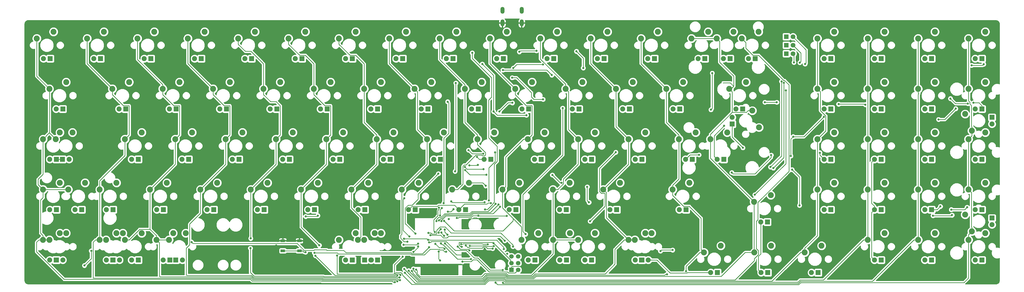
<source format=gbr>
G04 #@! TF.GenerationSoftware,KiCad,Pcbnew,(5.0.0)*
G04 #@! TF.CreationDate,2018-12-28T22:23:35+01:00*
G04 #@! TF.ProjectId,cypher,6379706865722E6B696361645F706362,rev?*
G04 #@! TF.SameCoordinates,Original*
G04 #@! TF.FileFunction,Copper,L1,Top,Signal*
G04 #@! TF.FilePolarity,Positive*
%FSLAX46Y46*%
G04 Gerber Fmt 4.6, Leading zero omitted, Abs format (unit mm)*
G04 Created by KiCad (PCBNEW (5.0.0)) date 12/28/18 22:23:35*
%MOMM*%
%LPD*%
G01*
G04 APERTURE LIST*
G04 #@! TA.AperFunction,ComponentPad*
%ADD10R,1.700000X1.700000*%
G04 #@! TD*
G04 #@! TA.AperFunction,ComponentPad*
%ADD11C,1.700000*%
G04 #@! TD*
G04 #@! TA.AperFunction,ComponentPad*
%ADD12R,1.905000X1.905000*%
G04 #@! TD*
G04 #@! TA.AperFunction,ComponentPad*
%ADD13C,1.905000*%
G04 #@! TD*
G04 #@! TA.AperFunction,ComponentPad*
%ADD14C,2.250000*%
G04 #@! TD*
G04 #@! TA.AperFunction,ComponentPad*
%ADD15C,1.800000*%
G04 #@! TD*
G04 #@! TA.AperFunction,ComponentPad*
%ADD16R,1.800000X1.800000*%
G04 #@! TD*
G04 #@! TA.AperFunction,ComponentPad*
%ADD17O,1.500000X2.600000*%
G04 #@! TD*
G04 #@! TA.AperFunction,SMDPad,CuDef*
%ADD18R,1.700000X1.000000*%
G04 #@! TD*
G04 #@! TA.AperFunction,ViaPad*
%ADD19C,0.800000*%
G04 #@! TD*
G04 #@! TA.AperFunction,Conductor*
%ADD20C,0.250000*%
G04 #@! TD*
G04 #@! TA.AperFunction,Conductor*
%ADD21C,0.254000*%
G04 #@! TD*
G04 APERTURE END LIST*
D10*
G04 #@! TO.P,J2,6*
G04 #@! TO.N,GND*
X212930000Y-191840000D03*
D11*
G04 #@! TO.P,J2,5*
G04 #@! TO.N,RESET*
X215470000Y-191840000D03*
G04 #@! TO.P,J2,4*
G04 #@! TO.N,MOSI*
X212930000Y-189300000D03*
G04 #@! TO.P,J2,3*
G04 #@! TO.N,Row1*
X215470000Y-189300000D03*
G04 #@! TO.P,J2,2*
G04 #@! TO.N,+5V*
X212930000Y-186760000D03*
G04 #@! TO.P,J2,1*
G04 #@! TO.N,MISO*
X215470000Y-186760000D03*
G04 #@! TD*
D12*
G04 #@! TO.P,MX65,4*
G04 #@! TO.N,Net-(MX60-Pad4)*
X262147000Y-188080000D03*
D13*
G04 #@! TO.P,MX65,3*
G04 #@! TO.N,+5V*
X264687000Y-188080000D03*
D14*
G04 #@! TO.P,MX65,1*
G04 #@! TO.N,Col1*
X259607000Y-180460000D03*
G04 #@! TO.P,MX65,2*
G04 #@! TO.N,Net-(D55-Pad2)*
X265957000Y-177920000D03*
G04 #@! TD*
D12*
G04 #@! TO.P,MX98,4*
G04 #@! TO.N,Net-(MX94-Pad4)*
X394710000Y-134100000D03*
D13*
G04 #@! TO.P,MX98,3*
G04 #@! TO.N,+5V*
X394710000Y-136640000D03*
D14*
G04 #@! TO.P,MX98,1*
G04 #@! TO.N,Col8*
X387090000Y-139180000D03*
G04 #@! TO.P,MX98,2*
G04 #@! TO.N,Net-(D88-Pad2)*
X384550000Y-132830000D03*
G04 #@! TD*
D12*
G04 #@! TO.P,MX100,4*
G04 #@! TO.N,Net-(MX100-Pad4)*
X394710000Y-172200000D03*
D13*
G04 #@! TO.P,MX100,3*
G04 #@! TO.N,+5V*
X394710000Y-174740000D03*
D14*
G04 #@! TO.P,MX100,1*
G04 #@! TO.N,Col8*
X387090000Y-177280000D03*
G04 #@! TO.P,MX100,2*
G04 #@! TO.N,Net-(D90-Pad2)*
X384550000Y-170930000D03*
G04 #@! TD*
D15*
G04 #@! TO.P,D1,2*
G04 #@! TO.N,Caps*
X319440000Y-103600000D03*
D16*
G04 #@! TO.P,D1,1*
G04 #@! TO.N,Net-(D1-Pad1)*
X316900000Y-103600000D03*
G04 #@! TD*
D15*
G04 #@! TO.P,D2,2*
G04 #@! TO.N,Num*
X319440000Y-106800000D03*
D16*
G04 #@! TO.P,D2,1*
G04 #@! TO.N,Net-(D2-Pad1)*
X316900000Y-106800000D03*
G04 #@! TD*
D15*
G04 #@! TO.P,D3,2*
G04 #@! TO.N,Scrl*
X319440000Y-110000000D03*
D16*
G04 #@! TO.P,D3,1*
G04 #@! TO.N,Net-(D3-Pad1)*
X316900000Y-110000000D03*
G04 #@! TD*
D12*
G04 #@! TO.P,MX5,4*
G04 #@! TO.N,Net-(MX5-Pad4)*
X43232500Y-130930000D03*
D13*
G04 #@! TO.P,MX5,3*
G04 #@! TO.N,+5V*
X40692500Y-130930000D03*
D14*
G04 #@! TO.P,MX5,1*
G04 #@! TO.N,Col0*
X38152500Y-123310000D03*
G04 #@! TO.P,MX5,2*
G04 #@! TO.N,Net-(D8-Pad2)*
X44502500Y-120770000D03*
G04 #@! TD*
D12*
G04 #@! TO.P,MX72,4*
G04 #@! TO.N,Net-(MX72-Pad4)*
X296441500Y-136645000D03*
D13*
G04 #@! TO.P,MX72,3*
G04 #@! TO.N,+5V*
X296441500Y-134105000D03*
D14*
G04 #@! TO.P,MX72,1*
G04 #@! TO.N,Col3*
X304061500Y-131565000D03*
G04 #@! TO.P,MX72,2*
G04 #@! TO.N,Net-(D66-Pad2)*
X306601500Y-137915000D03*
G04 #@! TD*
D12*
G04 #@! TO.P,MX34,4*
G04 #@! TO.N,Net-(MX34-Pad4)*
X157372500Y-188080000D03*
D13*
G04 #@! TO.P,MX34,3*
G04 #@! TO.N,+5V*
X159912500Y-188080000D03*
D14*
G04 #@! TO.P,MX34,1*
G04 #@! TO.N,Col6*
X154832500Y-180460000D03*
G04 #@! TO.P,MX34,2*
G04 #@! TO.N,Net-(D32-Pad2)*
X161182500Y-177920000D03*
G04 #@! TD*
D12*
G04 #@! TO.P,MX2,4*
G04 #@! TO.N,Net-(MX2-Pad4)*
X40691500Y-188080000D03*
D13*
G04 #@! TO.P,MX2,3*
G04 #@! TO.N,+5V*
X43231500Y-188080000D03*
D14*
G04 #@! TO.P,MX2,1*
G04 #@! TO.N,Col0*
X38151500Y-180460000D03*
G04 #@! TO.P,MX2,2*
G04 #@! TO.N,Net-(D6-Pad2)*
X44501500Y-177920000D03*
G04 #@! TD*
D12*
G04 #@! TO.P,MX25,4*
G04 #@! TO.N,Net-(MX15-Pad4)*
X85935000Y-188080000D03*
D13*
G04 #@! TO.P,MX25,3*
G04 #@! TO.N,+5V*
X88475000Y-188080000D03*
D14*
G04 #@! TO.P,MX25,1*
G04 #@! TO.N,Col2*
X83395000Y-180460000D03*
G04 #@! TO.P,MX25,2*
G04 #@! TO.N,Net-(D14-Pad2)*
X89745000Y-177920000D03*
G04 #@! TD*
D12*
G04 #@! TO.P,MX9,4*
G04 #@! TO.N,Net-(MX14-Pad4)*
X62122000Y-188080000D03*
D13*
G04 #@! TO.P,MX9,3*
G04 #@! TO.N,+5V*
X64662000Y-188080000D03*
D14*
G04 #@! TO.P,MX9,1*
G04 #@! TO.N,Col1*
X59582000Y-180460000D03*
G04 #@! TO.P,MX9,2*
G04 #@! TO.N,Net-(D9-Pad2)*
X65932000Y-177920000D03*
G04 #@! TD*
D12*
G04 #@! TO.P,MX6,4*
G04 #@! TO.N,Net-(MX3-Pad4)*
X43072500Y-149980000D03*
D13*
G04 #@! TO.P,MX6,3*
G04 #@! TO.N,+5V*
X45612500Y-149980000D03*
D14*
G04 #@! TO.P,MX6,1*
G04 #@! TO.N,Col0*
X40532500Y-142360000D03*
G04 #@! TO.P,MX6,2*
G04 #@! TO.N,Net-(D4-Pad2)*
X46882500Y-139820000D03*
G04 #@! TD*
D17*
G04 #@! TO.P,J1,6*
G04 #@! TO.N,GND*
X216830000Y-93575000D03*
X209530000Y-93575000D03*
X216830000Y-98375000D03*
X209530000Y-98375000D03*
G04 #@! TD*
D12*
G04 #@! TO.P,MX1,4*
G04 #@! TO.N,Net-(MX1-Pad4)*
X50375000Y-169030000D03*
D13*
G04 #@! TO.P,MX1,3*
G04 #@! TO.N,+5V*
X47835000Y-169030000D03*
D14*
G04 #@! TO.P,MX1,1*
G04 #@! TO.N,Col0*
X45295000Y-161410000D03*
G04 #@! TO.P,MX1,2*
G04 #@! TO.N,Net-(D5-Pad2)*
X51645000Y-158870000D03*
G04 #@! TD*
D12*
G04 #@! TO.P,MX3,4*
G04 #@! TO.N,Net-(MX3-Pad4)*
X40850000Y-149980000D03*
D13*
G04 #@! TO.P,MX3,3*
G04 #@! TO.N,+5V*
X38310000Y-149980000D03*
D14*
G04 #@! TO.P,MX3,1*
G04 #@! TO.N,Col0*
X35770000Y-142360000D03*
G04 #@! TO.P,MX3,2*
G04 #@! TO.N,Net-(D4-Pad2)*
X42120000Y-139820000D03*
G04 #@! TD*
D12*
G04 #@! TO.P,MX4,4*
G04 #@! TO.N,Net-(MX4-Pad4)*
X38470000Y-111880000D03*
D13*
G04 #@! TO.P,MX4,3*
G04 #@! TO.N,+5V*
X35930000Y-111880000D03*
D14*
G04 #@! TO.P,MX4,1*
G04 #@! TO.N,Col0*
X33390000Y-104260000D03*
G04 #@! TO.P,MX4,2*
G04 #@! TO.N,Net-(D7-Pad2)*
X39740000Y-101720000D03*
G04 #@! TD*
D12*
G04 #@! TO.P,MX7,4*
G04 #@! TO.N,Net-(MX1-Pad4)*
X40850000Y-169030000D03*
D13*
G04 #@! TO.P,MX7,3*
G04 #@! TO.N,+5V*
X38310000Y-169030000D03*
D14*
G04 #@! TO.P,MX7,1*
G04 #@! TO.N,Col0*
X35770000Y-161410000D03*
G04 #@! TO.P,MX7,2*
G04 #@! TO.N,Net-(D5-Pad2)*
X42120000Y-158870000D03*
G04 #@! TD*
D12*
G04 #@! TO.P,MX8,4*
G04 #@! TO.N,Net-(MX2-Pad4)*
X40850000Y-188080000D03*
D13*
G04 #@! TO.P,MX8,3*
G04 #@! TO.N,+5V*
X38310000Y-188080000D03*
D14*
G04 #@! TO.P,MX8,1*
G04 #@! TO.N,Col0*
X35770000Y-180460000D03*
G04 #@! TO.P,MX8,2*
G04 #@! TO.N,Net-(D6-Pad2)*
X42120000Y-177920000D03*
G04 #@! TD*
D12*
G04 #@! TO.P,MX10,4*
G04 #@! TO.N,Net-(MX10-Pad4)*
X57520000Y-111880000D03*
D13*
G04 #@! TO.P,MX10,3*
G04 #@! TO.N,+5V*
X54980000Y-111880000D03*
D14*
G04 #@! TO.P,MX10,1*
G04 #@! TO.N,Col1*
X52440000Y-104260000D03*
G04 #@! TO.P,MX10,2*
G04 #@! TO.N,Net-(D11-Pad2)*
X58790000Y-101720000D03*
G04 #@! TD*
D12*
G04 #@! TO.P,MX11,4*
G04 #@! TO.N,Net-(MX11-Pad4)*
X67042500Y-130930000D03*
D13*
G04 #@! TO.P,MX11,3*
G04 #@! TO.N,+5V*
X64502500Y-130930000D03*
D14*
G04 #@! TO.P,MX11,1*
G04 #@! TO.N,Col1*
X61962500Y-123310000D03*
G04 #@! TO.P,MX11,2*
G04 #@! TO.N,Net-(D12-Pad2)*
X68312500Y-120770000D03*
G04 #@! TD*
D12*
G04 #@! TO.P,MX12,4*
G04 #@! TO.N,Net-(MX12-Pad4)*
X71805000Y-149980000D03*
D13*
G04 #@! TO.P,MX12,3*
G04 #@! TO.N,+5V*
X69265000Y-149980000D03*
D14*
G04 #@! TO.P,MX12,1*
G04 #@! TO.N,Col1*
X66725000Y-142360000D03*
G04 #@! TO.P,MX12,2*
G04 #@! TO.N,Net-(D13-Pad2)*
X73075000Y-139820000D03*
G04 #@! TD*
D12*
G04 #@! TO.P,MX13,4*
G04 #@! TO.N,Net-(MX13-Pad4)*
X62280000Y-169030000D03*
D13*
G04 #@! TO.P,MX13,3*
G04 #@! TO.N,+5V*
X59740000Y-169030000D03*
D14*
G04 #@! TO.P,MX13,1*
G04 #@! TO.N,Col1*
X57200000Y-161410000D03*
G04 #@! TO.P,MX13,2*
G04 #@! TO.N,Net-(D10-Pad2)*
X63550000Y-158870000D03*
G04 #@! TD*
D12*
G04 #@! TO.P,MX14,4*
G04 #@! TO.N,Net-(MX14-Pad4)*
X62281200Y-188080000D03*
D13*
G04 #@! TO.P,MX14,3*
G04 #@! TO.N,+5V*
X59741200Y-188080000D03*
D14*
G04 #@! TO.P,MX14,1*
G04 #@! TO.N,Col1*
X57201200Y-180460000D03*
G04 #@! TO.P,MX14,2*
G04 #@! TO.N,Net-(D9-Pad2)*
X63551200Y-177920000D03*
G04 #@! TD*
D12*
G04 #@! TO.P,MX15,4*
G04 #@! TO.N,Net-(MX15-Pad4)*
X71806500Y-188080000D03*
D13*
G04 #@! TO.P,MX15,3*
G04 #@! TO.N,+5V*
X69266500Y-188080000D03*
D14*
G04 #@! TO.P,MX15,1*
G04 #@! TO.N,Col2*
X66726500Y-180460000D03*
G04 #@! TO.P,MX15,2*
G04 #@! TO.N,Net-(D14-Pad2)*
X73076500Y-177920000D03*
G04 #@! TD*
D12*
G04 #@! TO.P,MX16,4*
G04 #@! TO.N,Net-(MX16-Pad4)*
X76570000Y-111880000D03*
D13*
G04 #@! TO.P,MX16,3*
G04 #@! TO.N,+5V*
X74030000Y-111880000D03*
D14*
G04 #@! TO.P,MX16,1*
G04 #@! TO.N,Col2*
X71490000Y-104260000D03*
G04 #@! TO.P,MX16,2*
G04 #@! TO.N,Net-(D15-Pad2)*
X77840000Y-101720000D03*
G04 #@! TD*
D12*
G04 #@! TO.P,MX17,4*
G04 #@! TO.N,Net-(MX17-Pad4)*
X86092500Y-130930000D03*
D13*
G04 #@! TO.P,MX17,3*
G04 #@! TO.N,+5V*
X83552500Y-130930000D03*
D14*
G04 #@! TO.P,MX17,1*
G04 #@! TO.N,Col2*
X81012500Y-123310000D03*
G04 #@! TO.P,MX17,2*
G04 #@! TO.N,Net-(D16-Pad2)*
X87362500Y-120770000D03*
G04 #@! TD*
D12*
G04 #@! TO.P,MX18,4*
G04 #@! TO.N,Net-(MX18-Pad4)*
X90855000Y-149980000D03*
D13*
G04 #@! TO.P,MX18,3*
G04 #@! TO.N,+5V*
X88315000Y-149980000D03*
D14*
G04 #@! TO.P,MX18,1*
G04 #@! TO.N,Col2*
X85775000Y-142360000D03*
G04 #@! TO.P,MX18,2*
G04 #@! TO.N,Net-(D17-Pad2)*
X92125000Y-139820000D03*
G04 #@! TD*
D12*
G04 #@! TO.P,MX19,4*
G04 #@! TO.N,Net-(MX19-Pad4)*
X81330500Y-169030000D03*
D13*
G04 #@! TO.P,MX19,3*
G04 #@! TO.N,+5V*
X78790500Y-169030000D03*
D14*
G04 #@! TO.P,MX19,1*
G04 #@! TO.N,Col2*
X76250500Y-161410000D03*
G04 #@! TO.P,MX19,2*
G04 #@! TO.N,Net-(D18-Pad2)*
X82600500Y-158870000D03*
G04 #@! TD*
D12*
G04 #@! TO.P,MX20,4*
G04 #@! TO.N,Net-(MX15-Pad4)*
X83712500Y-188080000D03*
D13*
G04 #@! TO.P,MX20,3*
G04 #@! TO.N,+5V*
X81172500Y-188080000D03*
D14*
G04 #@! TO.P,MX20,1*
G04 #@! TO.N,Col2*
X78632500Y-180460000D03*
G04 #@! TO.P,MX20,2*
G04 #@! TO.N,Net-(D14-Pad2)*
X84982500Y-177920000D03*
G04 #@! TD*
D12*
G04 #@! TO.P,MX21,4*
G04 #@! TO.N,Net-(MX21-Pad4)*
X95620000Y-111880000D03*
D13*
G04 #@! TO.P,MX21,3*
G04 #@! TO.N,+5V*
X93080000Y-111880000D03*
D14*
G04 #@! TO.P,MX21,1*
G04 #@! TO.N,Col3*
X90540000Y-104260000D03*
G04 #@! TO.P,MX21,2*
G04 #@! TO.N,Net-(D21-Pad2)*
X96890000Y-101720000D03*
G04 #@! TD*
D12*
G04 #@! TO.P,MX22,4*
G04 #@! TO.N,Net-(MX22-Pad4)*
X105142500Y-130930000D03*
D13*
G04 #@! TO.P,MX22,3*
G04 #@! TO.N,+5V*
X102602500Y-130930000D03*
D14*
G04 #@! TO.P,MX22,1*
G04 #@! TO.N,Col3*
X100062500Y-123310000D03*
G04 #@! TO.P,MX22,2*
G04 #@! TO.N,Net-(D22-Pad2)*
X106412500Y-120770000D03*
G04 #@! TD*
D12*
G04 #@! TO.P,MX23,4*
G04 #@! TO.N,Net-(MX23-Pad4)*
X109905000Y-149980000D03*
D13*
G04 #@! TO.P,MX23,3*
G04 #@! TO.N,+5V*
X107365000Y-149980000D03*
D14*
G04 #@! TO.P,MX23,1*
G04 #@! TO.N,Col3*
X104825000Y-142360000D03*
G04 #@! TO.P,MX23,2*
G04 #@! TO.N,Net-(D19-Pad2)*
X111175000Y-139820000D03*
G04 #@! TD*
D12*
G04 #@! TO.P,MX24,4*
G04 #@! TO.N,Net-(MX24-Pad4)*
X100380000Y-169030000D03*
D13*
G04 #@! TO.P,MX24,3*
G04 #@! TO.N,+5V*
X97840000Y-169030000D03*
D14*
G04 #@! TO.P,MX24,1*
G04 #@! TO.N,Col3*
X95300000Y-161410000D03*
G04 #@! TO.P,MX24,2*
G04 #@! TO.N,Net-(D23-Pad2)*
X101650000Y-158870000D03*
G04 #@! TD*
D12*
G04 #@! TO.P,MX26,4*
G04 #@! TO.N,Net-(MX26-Pad4)*
X114670000Y-111880000D03*
D13*
G04 #@! TO.P,MX26,3*
G04 #@! TO.N,+5V*
X112130000Y-111880000D03*
D14*
G04 #@! TO.P,MX26,1*
G04 #@! TO.N,Col4*
X109590000Y-104260000D03*
G04 #@! TO.P,MX26,2*
G04 #@! TO.N,Net-(D24-Pad2)*
X115940000Y-101720000D03*
G04 #@! TD*
D12*
G04 #@! TO.P,MX27,4*
G04 #@! TO.N,Net-(MX27-Pad4)*
X124192500Y-130930000D03*
D13*
G04 #@! TO.P,MX27,3*
G04 #@! TO.N,+5V*
X121652500Y-130930000D03*
D14*
G04 #@! TO.P,MX27,1*
G04 #@! TO.N,Col4*
X119112500Y-123310000D03*
G04 #@! TO.P,MX27,2*
G04 #@! TO.N,Net-(D25-Pad2)*
X125462500Y-120770000D03*
G04 #@! TD*
D12*
G04 #@! TO.P,MX28,4*
G04 #@! TO.N,Net-(MX28-Pad4)*
X128955000Y-149980000D03*
D13*
G04 #@! TO.P,MX28,3*
G04 #@! TO.N,+5V*
X126415000Y-149980000D03*
D14*
G04 #@! TO.P,MX28,1*
G04 #@! TO.N,Col4*
X123875000Y-142360000D03*
G04 #@! TO.P,MX28,2*
G04 #@! TO.N,Net-(D26-Pad2)*
X130225000Y-139820000D03*
G04 #@! TD*
D12*
G04 #@! TO.P,MX29,4*
G04 #@! TO.N,Net-(MX29-Pad4)*
X119430000Y-169030000D03*
D13*
G04 #@! TO.P,MX29,3*
G04 #@! TO.N,+5V*
X116890000Y-169030000D03*
D14*
G04 #@! TO.P,MX29,1*
G04 #@! TO.N,Col4*
X114350000Y-161410000D03*
G04 #@! TO.P,MX29,2*
G04 #@! TO.N,Net-(D27-Pad2)*
X120700000Y-158870000D03*
G04 #@! TD*
D12*
G04 #@! TO.P,MX30,4*
G04 #@! TO.N,Net-(MX30-Pad4)*
X133720000Y-111880000D03*
D13*
G04 #@! TO.P,MX30,3*
G04 #@! TO.N,+5V*
X131180000Y-111880000D03*
D14*
G04 #@! TO.P,MX30,1*
G04 #@! TO.N,Col5*
X128640000Y-104260000D03*
G04 #@! TO.P,MX30,2*
G04 #@! TO.N,Net-(D29-Pad2)*
X134990000Y-101720000D03*
G04 #@! TD*
D12*
G04 #@! TO.P,MX31,4*
G04 #@! TO.N,Net-(MX31-Pad4)*
X143242500Y-130930000D03*
D13*
G04 #@! TO.P,MX31,3*
G04 #@! TO.N,+5V*
X140702500Y-130930000D03*
D14*
G04 #@! TO.P,MX31,1*
G04 #@! TO.N,Col5*
X138162500Y-123310000D03*
G04 #@! TO.P,MX31,2*
G04 #@! TO.N,Net-(D30-Pad2)*
X144512500Y-120770000D03*
G04 #@! TD*
D12*
G04 #@! TO.P,MX32,4*
G04 #@! TO.N,Net-(MX32-Pad4)*
X148010000Y-149980000D03*
D13*
G04 #@! TO.P,MX32,3*
G04 #@! TO.N,+5V*
X145470000Y-149980000D03*
D14*
G04 #@! TO.P,MX32,1*
G04 #@! TO.N,Col5*
X142930000Y-142360000D03*
G04 #@! TO.P,MX32,2*
G04 #@! TO.N,Net-(D31-Pad2)*
X149280000Y-139820000D03*
G04 #@! TD*
D12*
G04 #@! TO.P,MX33,4*
G04 #@! TO.N,Net-(MX33-Pad4)*
X138480000Y-169030000D03*
D13*
G04 #@! TO.P,MX33,3*
G04 #@! TO.N,+5V*
X135940000Y-169030000D03*
D14*
G04 #@! TO.P,MX33,1*
G04 #@! TO.N,Col5*
X133400000Y-161410000D03*
G04 #@! TO.P,MX33,2*
G04 #@! TO.N,Net-(D28-Pad2)*
X139750000Y-158870000D03*
G04 #@! TD*
D12*
G04 #@! TO.P,MX35,4*
G04 #@! TO.N,Net-(MX34-Pad4)*
X152769000Y-188080000D03*
D13*
G04 #@! TO.P,MX35,3*
G04 #@! TO.N,+5V*
X150229000Y-188080000D03*
D14*
G04 #@! TO.P,MX35,1*
G04 #@! TO.N,Col6*
X147689000Y-180460000D03*
G04 #@! TO.P,MX35,2*
G04 #@! TO.N,Net-(D32-Pad2)*
X154039000Y-177920000D03*
G04 #@! TD*
D12*
G04 #@! TO.P,MX36,4*
G04 #@! TO.N,Net-(MX36-Pad4)*
X152770000Y-111880000D03*
D13*
G04 #@! TO.P,MX36,3*
G04 #@! TO.N,+5V*
X150230000Y-111880000D03*
D14*
G04 #@! TO.P,MX36,1*
G04 #@! TO.N,Col6*
X147690000Y-104260000D03*
G04 #@! TO.P,MX36,2*
G04 #@! TO.N,Net-(D34-Pad2)*
X154040000Y-101720000D03*
G04 #@! TD*
D12*
G04 #@! TO.P,MX37,4*
G04 #@! TO.N,Net-(MX37-Pad4)*
X162292500Y-130930000D03*
D13*
G04 #@! TO.P,MX37,3*
G04 #@! TO.N,+5V*
X159752500Y-130930000D03*
D14*
G04 #@! TO.P,MX37,1*
G04 #@! TO.N,Col6*
X157212500Y-123310000D03*
G04 #@! TO.P,MX37,2*
G04 #@! TO.N,Net-(D35-Pad2)*
X163562500Y-120770000D03*
G04 #@! TD*
D12*
G04 #@! TO.P,MX38,4*
G04 #@! TO.N,Net-(MX38-Pad4)*
X167060000Y-149980000D03*
D13*
G04 #@! TO.P,MX38,3*
G04 #@! TO.N,+5V*
X164520000Y-149980000D03*
D14*
G04 #@! TO.P,MX38,1*
G04 #@! TO.N,Col6*
X161980000Y-142360000D03*
G04 #@! TO.P,MX38,2*
G04 #@! TO.N,Net-(D36-Pad2)*
X168330000Y-139820000D03*
G04 #@! TD*
D12*
G04 #@! TO.P,MX39,4*
G04 #@! TO.N,Net-(MX39-Pad4)*
X157530000Y-169030000D03*
D13*
G04 #@! TO.P,MX39,3*
G04 #@! TO.N,+5V*
X154990000Y-169030000D03*
D14*
G04 #@! TO.P,MX39,1*
G04 #@! TO.N,Col6*
X152450000Y-161410000D03*
G04 #@! TO.P,MX39,2*
G04 #@! TO.N,Net-(D33-Pad2)*
X158800000Y-158870000D03*
G04 #@! TD*
D12*
G04 #@! TO.P,MX40,4*
G04 #@! TO.N,Net-(MX34-Pad4)*
X162294000Y-188080000D03*
D13*
G04 #@! TO.P,MX40,3*
G04 #@! TO.N,+5V*
X159754000Y-188080000D03*
D14*
G04 #@! TO.P,MX40,1*
G04 #@! TO.N,Col6*
X157214000Y-180460000D03*
G04 #@! TO.P,MX40,2*
G04 #@! TO.N,Net-(D32-Pad2)*
X163564000Y-177920000D03*
G04 #@! TD*
D12*
G04 #@! TO.P,MX41,4*
G04 #@! TO.N,Net-(MX41-Pad4)*
X171820000Y-111880000D03*
D13*
G04 #@! TO.P,MX41,3*
G04 #@! TO.N,+5V*
X169280000Y-111880000D03*
D14*
G04 #@! TO.P,MX41,1*
G04 #@! TO.N,Col7*
X166740000Y-104260000D03*
G04 #@! TO.P,MX41,2*
G04 #@! TO.N,Net-(D38-Pad2)*
X173090000Y-101720000D03*
G04 #@! TD*
D12*
G04 #@! TO.P,MX42,4*
G04 #@! TO.N,Net-(MX42-Pad4)*
X181342500Y-130930000D03*
D13*
G04 #@! TO.P,MX42,3*
G04 #@! TO.N,+5V*
X178802500Y-130930000D03*
D14*
G04 #@! TO.P,MX42,1*
G04 #@! TO.N,Col7*
X176262500Y-123310000D03*
G04 #@! TO.P,MX42,2*
G04 #@! TO.N,Net-(D39-Pad2)*
X182612500Y-120770000D03*
G04 #@! TD*
D12*
G04 #@! TO.P,MX43,4*
G04 #@! TO.N,Net-(MX43-Pad4)*
X186110000Y-149980000D03*
D13*
G04 #@! TO.P,MX43,3*
G04 #@! TO.N,+5V*
X183570000Y-149980000D03*
D14*
G04 #@! TO.P,MX43,1*
G04 #@! TO.N,Col7*
X181030000Y-142360000D03*
G04 #@! TO.P,MX43,2*
G04 #@! TO.N,Net-(D40-Pad2)*
X187380000Y-139820000D03*
G04 #@! TD*
D12*
G04 #@! TO.P,MX44,4*
G04 #@! TO.N,Net-(MX44-Pad4)*
X176580000Y-169030000D03*
D13*
G04 #@! TO.P,MX44,3*
G04 #@! TO.N,+5V*
X174040000Y-169030000D03*
D14*
G04 #@! TO.P,MX44,1*
G04 #@! TO.N,Col7*
X171500000Y-161410000D03*
G04 #@! TO.P,MX44,2*
G04 #@! TO.N,Net-(D37-Pad2)*
X177850000Y-158870000D03*
G04 #@! TD*
D12*
G04 #@! TO.P,MX45,4*
G04 #@! TO.N,Net-(MX45-Pad4)*
X190870000Y-111880000D03*
D13*
G04 #@! TO.P,MX45,3*
G04 #@! TO.N,+5V*
X188330000Y-111880000D03*
D14*
G04 #@! TO.P,MX45,1*
G04 #@! TO.N,Col8*
X185790000Y-104260000D03*
G04 #@! TO.P,MX45,2*
G04 #@! TO.N,Net-(D42-Pad2)*
X192140000Y-101720000D03*
G04 #@! TD*
D12*
G04 #@! TO.P,MX46,4*
G04 #@! TO.N,Net-(MX46-Pad4)*
X200392500Y-130930000D03*
D13*
G04 #@! TO.P,MX46,3*
G04 #@! TO.N,+5V*
X197852500Y-130930000D03*
D14*
G04 #@! TO.P,MX46,1*
G04 #@! TO.N,Col8*
X195312500Y-123310000D03*
G04 #@! TO.P,MX46,2*
G04 #@! TO.N,Net-(D43-Pad2)*
X201662500Y-120770000D03*
G04 #@! TD*
D12*
G04 #@! TO.P,MX47,4*
G04 #@! TO.N,Net-(MX47-Pad4)*
X205160000Y-149980000D03*
D13*
G04 #@! TO.P,MX47,3*
G04 #@! TO.N,+5V*
X202620000Y-149980000D03*
D14*
G04 #@! TO.P,MX47,1*
G04 #@! TO.N,Col8*
X200080000Y-142360000D03*
G04 #@! TO.P,MX47,2*
G04 #@! TO.N,Net-(D44-Pad2)*
X206430000Y-139820000D03*
G04 #@! TD*
D12*
G04 #@! TO.P,MX48,4*
G04 #@! TO.N,Net-(MX48-Pad4)*
X195630000Y-169030000D03*
D13*
G04 #@! TO.P,MX48,3*
G04 #@! TO.N,+5V*
X193090000Y-169030000D03*
D14*
G04 #@! TO.P,MX48,1*
G04 #@! TO.N,Col8*
X190550000Y-161410000D03*
G04 #@! TO.P,MX48,2*
G04 #@! TO.N,Net-(D41-Pad2)*
X196900000Y-158870000D03*
G04 #@! TD*
D12*
G04 #@! TO.P,MX49,4*
G04 #@! TO.N,Net-(MX49-Pad4)*
X209920000Y-111880000D03*
D13*
G04 #@! TO.P,MX49,3*
G04 #@! TO.N,+5V*
X207380000Y-111880000D03*
D14*
G04 #@! TO.P,MX49,1*
G04 #@! TO.N,Col9*
X204840000Y-104260000D03*
G04 #@! TO.P,MX49,2*
G04 #@! TO.N,Net-(D48-Pad2)*
X211190000Y-101720000D03*
G04 #@! TD*
D12*
G04 #@! TO.P,MX50,4*
G04 #@! TO.N,Net-(MX50-Pad4)*
X219442500Y-130930000D03*
D13*
G04 #@! TO.P,MX50,3*
G04 #@! TO.N,+5V*
X216902500Y-130930000D03*
D14*
G04 #@! TO.P,MX50,1*
G04 #@! TO.N,Col9*
X214362500Y-123310000D03*
G04 #@! TO.P,MX50,2*
G04 #@! TO.N,Net-(D49-Pad2)*
X220712500Y-120770000D03*
G04 #@! TD*
D12*
G04 #@! TO.P,MX51,4*
G04 #@! TO.N,Net-(MX51-Pad4)*
X224210000Y-149980000D03*
D13*
G04 #@! TO.P,MX51,3*
G04 #@! TO.N,+5V*
X221670000Y-149980000D03*
D14*
G04 #@! TO.P,MX51,1*
G04 #@! TO.N,Col9*
X219130000Y-142360000D03*
G04 #@! TO.P,MX51,2*
G04 #@! TO.N,Net-(D47-Pad2)*
X225480000Y-139820000D03*
G04 #@! TD*
D12*
G04 #@! TO.P,MX52,4*
G04 #@! TO.N,Net-(MX52-Pad4)*
X214680000Y-169030000D03*
D13*
G04 #@! TO.P,MX52,3*
G04 #@! TO.N,+5V*
X212140000Y-169030000D03*
D14*
G04 #@! TO.P,MX52,1*
G04 #@! TO.N,Col9*
X209600000Y-161410000D03*
G04 #@! TO.P,MX52,2*
G04 #@! TO.N,Net-(D46-Pad2)*
X215950000Y-158870000D03*
G04 #@! TD*
D12*
G04 #@! TO.P,MX53,4*
G04 #@! TO.N,Net-(MX53-Pad4)*
X221825000Y-188080000D03*
D13*
G04 #@! TO.P,MX53,3*
G04 #@! TO.N,+5V*
X219285000Y-188080000D03*
D14*
G04 #@! TO.P,MX53,1*
G04 #@! TO.N,Col9*
X216745000Y-180460000D03*
G04 #@! TO.P,MX53,2*
G04 #@! TO.N,Net-(D45-Pad2)*
X223095000Y-177920000D03*
G04 #@! TD*
D12*
G04 #@! TO.P,MX54,4*
G04 #@! TO.N,Net-(MX54-Pad4)*
X233731500Y-188080000D03*
D13*
G04 #@! TO.P,MX54,3*
G04 #@! TO.N,+5V*
X231191500Y-188080000D03*
D14*
G04 #@! TO.P,MX54,1*
G04 #@! TO.N,Col0*
X228651500Y-180460000D03*
G04 #@! TO.P,MX54,2*
G04 #@! TO.N,Net-(D50-Pad2)*
X235001500Y-177920000D03*
G04 #@! TD*
D12*
G04 #@! TO.P,MX55,4*
G04 #@! TO.N,Net-(MX55-Pad4)*
X228970000Y-111880000D03*
D13*
G04 #@! TO.P,MX55,3*
G04 #@! TO.N,+5V*
X226430000Y-111880000D03*
D14*
G04 #@! TO.P,MX55,1*
G04 #@! TO.N,Col0*
X223890000Y-104260000D03*
G04 #@! TO.P,MX55,2*
G04 #@! TO.N,Net-(D51-Pad2)*
X230240000Y-101720000D03*
G04 #@! TD*
D12*
G04 #@! TO.P,MX56,4*
G04 #@! TO.N,Net-(MX56-Pad4)*
X238492500Y-130930000D03*
D13*
G04 #@! TO.P,MX56,3*
G04 #@! TO.N,+5V*
X235952500Y-130930000D03*
D14*
G04 #@! TO.P,MX56,1*
G04 #@! TO.N,Col0*
X233412500Y-123310000D03*
G04 #@! TO.P,MX56,2*
G04 #@! TO.N,Net-(D53-Pad2)*
X239762500Y-120770000D03*
G04 #@! TD*
D12*
G04 #@! TO.P,MX57,4*
G04 #@! TO.N,Net-(MX57-Pad4)*
X243260000Y-149980000D03*
D13*
G04 #@! TO.P,MX57,3*
G04 #@! TO.N,+5V*
X240720000Y-149980000D03*
D14*
G04 #@! TO.P,MX57,1*
G04 #@! TO.N,Col0*
X238180000Y-142360000D03*
G04 #@! TO.P,MX57,2*
G04 #@! TO.N,Net-(D52-Pad2)*
X244530000Y-139820000D03*
G04 #@! TD*
D12*
G04 #@! TO.P,MX58,4*
G04 #@! TO.N,Net-(MX58-Pad4)*
X233730000Y-169030000D03*
D13*
G04 #@! TO.P,MX58,3*
G04 #@! TO.N,+5V*
X231190000Y-169030000D03*
D14*
G04 #@! TO.P,MX58,1*
G04 #@! TO.N,Col0*
X228650000Y-161410000D03*
G04 #@! TO.P,MX58,2*
G04 #@! TO.N,Net-(D54-Pad2)*
X235000000Y-158870000D03*
G04 #@! TD*
D12*
G04 #@! TO.P,MX59,4*
G04 #@! TO.N,Net-(MX54-Pad4)*
X243256000Y-188080000D03*
D13*
G04 #@! TO.P,MX59,3*
G04 #@! TO.N,+5V*
X240716000Y-188080000D03*
D14*
G04 #@! TO.P,MX59,1*
G04 #@! TO.N,Col0*
X238176000Y-180460000D03*
G04 #@! TO.P,MX59,2*
G04 #@! TO.N,Net-(D50-Pad2)*
X244526000Y-177920000D03*
G04 #@! TD*
D12*
G04 #@! TO.P,MX60,4*
G04 #@! TO.N,Net-(MX60-Pad4)*
X262306500Y-188080000D03*
D13*
G04 #@! TO.P,MX60,3*
G04 #@! TO.N,+5V*
X259766500Y-188080000D03*
D14*
G04 #@! TO.P,MX60,1*
G04 #@! TO.N,Col1*
X257226500Y-180460000D03*
G04 #@! TO.P,MX60,2*
G04 #@! TO.N,Net-(D55-Pad2)*
X263576500Y-177920000D03*
G04 #@! TD*
D12*
G04 #@! TO.P,MX61,4*
G04 #@! TO.N,Net-(MX61-Pad4)*
X248020000Y-111880000D03*
D13*
G04 #@! TO.P,MX61,3*
G04 #@! TO.N,+5V*
X245480000Y-111880000D03*
D14*
G04 #@! TO.P,MX61,1*
G04 #@! TO.N,Col1*
X242940000Y-104260000D03*
G04 #@! TO.P,MX61,2*
G04 #@! TO.N,Net-(D56-Pad2)*
X249290000Y-101720000D03*
G04 #@! TD*
D12*
G04 #@! TO.P,MX62,4*
G04 #@! TO.N,Net-(MX62-Pad4)*
X257542500Y-130930000D03*
D13*
G04 #@! TO.P,MX62,3*
G04 #@! TO.N,+5V*
X255002500Y-130930000D03*
D14*
G04 #@! TO.P,MX62,1*
G04 #@! TO.N,Col1*
X252462500Y-123310000D03*
G04 #@! TO.P,MX62,2*
G04 #@! TO.N,Net-(D57-Pad2)*
X258812500Y-120770000D03*
G04 #@! TD*
D12*
G04 #@! TO.P,MX63,4*
G04 #@! TO.N,Net-(MX63-Pad4)*
X262310000Y-149980000D03*
D13*
G04 #@! TO.P,MX63,3*
G04 #@! TO.N,+5V*
X259770000Y-149980000D03*
D14*
G04 #@! TO.P,MX63,1*
G04 #@! TO.N,Col1*
X257230000Y-142360000D03*
G04 #@! TO.P,MX63,2*
G04 #@! TO.N,Net-(D58-Pad2)*
X263580000Y-139820000D03*
G04 #@! TD*
D12*
G04 #@! TO.P,MX64,4*
G04 #@! TO.N,Net-(MX64-Pad4)*
X252780000Y-169030000D03*
D13*
G04 #@! TO.P,MX64,3*
G04 #@! TO.N,+5V*
X250240000Y-169030000D03*
D14*
G04 #@! TO.P,MX64,1*
G04 #@! TO.N,Col1*
X247700000Y-161410000D03*
G04 #@! TO.P,MX64,2*
G04 #@! TO.N,Net-(D59-Pad2)*
X254050000Y-158870000D03*
G04 #@! TD*
D12*
G04 #@! TO.P,MX66,4*
G04 #@! TO.N,Net-(MX66-Pad4)*
X267070000Y-111880000D03*
D13*
G04 #@! TO.P,MX66,3*
G04 #@! TO.N,+5V*
X264530000Y-111880000D03*
D14*
G04 #@! TO.P,MX66,1*
G04 #@! TO.N,Col2*
X261990000Y-104260000D03*
G04 #@! TO.P,MX66,2*
G04 #@! TO.N,Net-(D63-Pad2)*
X268340000Y-101720000D03*
G04 #@! TD*
D12*
G04 #@! TO.P,MX67,4*
G04 #@! TO.N,Net-(MX67-Pad4)*
X276591500Y-130930000D03*
D13*
G04 #@! TO.P,MX67,3*
G04 #@! TO.N,+5V*
X274051500Y-130930000D03*
D14*
G04 #@! TO.P,MX67,1*
G04 #@! TO.N,Col2*
X271511500Y-123310000D03*
G04 #@! TO.P,MX67,2*
G04 #@! TO.N,Net-(D61-Pad2)*
X277861500Y-120770000D03*
G04 #@! TD*
D12*
G04 #@! TO.P,MX68,4*
G04 #@! TO.N,Net-(MX68-Pad4)*
X281360000Y-149980000D03*
D13*
G04 #@! TO.P,MX68,3*
G04 #@! TO.N,+5V*
X278820000Y-149980000D03*
D14*
G04 #@! TO.P,MX68,1*
G04 #@! TO.N,Col2*
X276280000Y-142360000D03*
G04 #@! TO.P,MX68,2*
G04 #@! TO.N,Net-(D64-Pad2)*
X282630000Y-139820000D03*
G04 #@! TD*
D12*
G04 #@! TO.P,MX69,4*
G04 #@! TO.N,Net-(MX69-Pad4)*
X278973500Y-169030000D03*
D13*
G04 #@! TO.P,MX69,3*
G04 #@! TO.N,+5V*
X276433500Y-169030000D03*
D14*
G04 #@! TO.P,MX69,1*
G04 #@! TO.N,Col2*
X273893500Y-161410000D03*
G04 #@! TO.P,MX69,2*
G04 #@! TO.N,Net-(D62-Pad2)*
X280243500Y-158870000D03*
G04 #@! TD*
D12*
G04 #@! TO.P,MX70,4*
G04 #@! TO.N,Net-(MX70-Pad4)*
X290880000Y-192840000D03*
D13*
G04 #@! TO.P,MX70,3*
G04 #@! TO.N,+5V*
X288340000Y-192840000D03*
D14*
G04 #@! TO.P,MX70,1*
G04 #@! TO.N,Col2*
X285800000Y-185220000D03*
G04 #@! TO.P,MX70,2*
G04 #@! TO.N,Net-(D60-Pad2)*
X292150000Y-182680000D03*
G04 #@! TD*
D12*
G04 #@! TO.P,MX71,4*
G04 #@! TO.N,Net-(MX71-Pad4)*
X286120000Y-111880000D03*
D13*
G04 #@! TO.P,MX71,3*
G04 #@! TO.N,+5V*
X283580000Y-111880000D03*
D14*
G04 #@! TO.P,MX71,1*
G04 #@! TO.N,Col3*
X281040000Y-104260000D03*
G04 #@! TO.P,MX71,2*
G04 #@! TO.N,Net-(D65-Pad2)*
X287390000Y-101720000D03*
G04 #@! TD*
D12*
G04 #@! TO.P,MX73,4*
G04 #@! TO.N,Net-(MX71-Pad4)*
X295644500Y-111880000D03*
D13*
G04 #@! TO.P,MX73,3*
G04 #@! TO.N,+5V*
X293104500Y-111880000D03*
D14*
G04 #@! TO.P,MX73,1*
G04 #@! TO.N,Col3*
X290564500Y-104260000D03*
G04 #@! TO.P,MX73,2*
G04 #@! TO.N,Net-(D65-Pad2)*
X296914500Y-101720000D03*
G04 #@! TD*
D12*
G04 #@! TO.P,MX74,4*
G04 #@! TO.N,Net-(MX74-Pad4)*
X300404000Y-130930000D03*
D13*
G04 #@! TO.P,MX74,3*
G04 #@! TO.N,+5V*
X297864000Y-130930000D03*
D14*
G04 #@! TO.P,MX74,1*
G04 #@! TO.N,Col3*
X295324000Y-123310000D03*
G04 #@! TO.P,MX74,2*
G04 #@! TO.N,Net-(D69-Pad2)*
X301674000Y-120770000D03*
G04 #@! TD*
D12*
G04 #@! TO.P,MX75,4*
G04 #@! TO.N,Net-(MX72-Pad4)*
X293266000Y-149980000D03*
D13*
G04 #@! TO.P,MX75,3*
G04 #@! TO.N,+5V*
X290726000Y-149980000D03*
D14*
G04 #@! TO.P,MX75,1*
G04 #@! TO.N,Col3*
X288186000Y-142360000D03*
G04 #@! TO.P,MX75,2*
G04 #@! TO.N,Net-(D66-Pad2)*
X294536000Y-139820000D03*
G04 #@! TD*
D12*
G04 #@! TO.P,MX76,4*
G04 #@! TO.N,Net-(MX76-Pad4)*
X309770000Y-173680000D03*
D13*
G04 #@! TO.P,MX76,3*
G04 #@! TO.N,+5V*
X307230000Y-173680000D03*
D14*
G04 #@! TO.P,MX76,1*
G04 #@! TO.N,Col3*
X304690000Y-166060000D03*
G04 #@! TO.P,MX76,2*
G04 #@! TO.N,Net-(D67-Pad2)*
X311040000Y-163520000D03*
G04 #@! TD*
D12*
G04 #@! TO.P,MX77,4*
G04 #@! TO.N,Net-(MX77-Pad4)*
X309930000Y-192840000D03*
D13*
G04 #@! TO.P,MX77,3*
G04 #@! TO.N,+5V*
X307390000Y-192840000D03*
D14*
G04 #@! TO.P,MX77,1*
G04 #@! TO.N,Col3*
X304850000Y-185220000D03*
G04 #@! TO.P,MX77,2*
G04 #@! TO.N,Net-(D68-Pad2)*
X311200000Y-182680000D03*
G04 #@! TD*
D12*
G04 #@! TO.P,MX78,4*
G04 #@! TO.N,Net-(MX78-Pad4)*
X305170000Y-111880000D03*
D13*
G04 #@! TO.P,MX78,3*
G04 #@! TO.N,+5V*
X302630000Y-111880000D03*
D14*
G04 #@! TO.P,MX78,1*
G04 #@! TO.N,Col4*
X300090000Y-104260000D03*
G04 #@! TO.P,MX78,2*
G04 #@! TO.N,Net-(D70-Pad2)*
X306440000Y-101720000D03*
G04 #@! TD*
D12*
G04 #@! TO.P,MX79,4*
G04 #@! TO.N,Net-(MX79-Pad4)*
X333750000Y-111880000D03*
D13*
G04 #@! TO.P,MX79,3*
G04 #@! TO.N,+5V*
X331210000Y-111880000D03*
D14*
G04 #@! TO.P,MX79,1*
G04 #@! TO.N,Col5*
X328670000Y-104260000D03*
G04 #@! TO.P,MX79,2*
G04 #@! TO.N,Net-(D71-Pad2)*
X335020000Y-101720000D03*
G04 #@! TD*
D12*
G04 #@! TO.P,MX80,4*
G04 #@! TO.N,Net-(MX80-Pad4)*
X333750000Y-130930000D03*
D13*
G04 #@! TO.P,MX80,3*
G04 #@! TO.N,+5V*
X331210000Y-130930000D03*
D14*
G04 #@! TO.P,MX80,1*
G04 #@! TO.N,Col5*
X328670000Y-123310000D03*
G04 #@! TO.P,MX80,2*
G04 #@! TO.N,Net-(D73-Pad2)*
X335020000Y-120770000D03*
G04 #@! TD*
D12*
G04 #@! TO.P,MX81,4*
G04 #@! TO.N,Net-(MX81-Pad4)*
X333750000Y-149980000D03*
D13*
G04 #@! TO.P,MX81,3*
G04 #@! TO.N,+5V*
X331210000Y-149980000D03*
D14*
G04 #@! TO.P,MX81,1*
G04 #@! TO.N,Col5*
X328670000Y-142360000D03*
G04 #@! TO.P,MX81,2*
G04 #@! TO.N,Net-(D72-Pad2)*
X335020000Y-139820000D03*
G04 #@! TD*
D12*
G04 #@! TO.P,MX82,4*
G04 #@! TO.N,Net-(MX82-Pad4)*
X333750000Y-169030000D03*
D13*
G04 #@! TO.P,MX82,3*
G04 #@! TO.N,+5V*
X331210000Y-169030000D03*
D14*
G04 #@! TO.P,MX82,1*
G04 #@! TO.N,Col5*
X328670000Y-161410000D03*
G04 #@! TO.P,MX82,2*
G04 #@! TO.N,Net-(D74-Pad2)*
X335020000Y-158870000D03*
G04 #@! TD*
D12*
G04 #@! TO.P,MX83,4*
G04 #@! TO.N,Net-(MX83-Pad4)*
X328980000Y-192840000D03*
D13*
G04 #@! TO.P,MX83,3*
G04 #@! TO.N,+5V*
X326440000Y-192840000D03*
D14*
G04 #@! TO.P,MX83,1*
G04 #@! TO.N,Col5*
X323900000Y-185220000D03*
G04 #@! TO.P,MX83,2*
G04 #@! TO.N,Net-(D75-Pad2)*
X330250000Y-182680000D03*
G04 #@! TD*
D12*
G04 #@! TO.P,MX84,4*
G04 #@! TO.N,Net-(MX84-Pad4)*
X352800000Y-111880000D03*
D13*
G04 #@! TO.P,MX84,3*
G04 #@! TO.N,+5V*
X350260000Y-111880000D03*
D14*
G04 #@! TO.P,MX84,1*
G04 #@! TO.N,Col6*
X347720000Y-104260000D03*
G04 #@! TO.P,MX84,2*
G04 #@! TO.N,Net-(D77-Pad2)*
X354070000Y-101720000D03*
G04 #@! TD*
D12*
G04 #@! TO.P,MX85,4*
G04 #@! TO.N,Net-(MX85-Pad4)*
X352800000Y-130930000D03*
D13*
G04 #@! TO.P,MX85,3*
G04 #@! TO.N,+5V*
X350260000Y-130930000D03*
D14*
G04 #@! TO.P,MX85,1*
G04 #@! TO.N,Col6*
X347720000Y-123310000D03*
G04 #@! TO.P,MX85,2*
G04 #@! TO.N,Net-(D78-Pad2)*
X354070000Y-120770000D03*
G04 #@! TD*
D12*
G04 #@! TO.P,MX86,4*
G04 #@! TO.N,Net-(MX86-Pad4)*
X352800000Y-149980000D03*
D13*
G04 #@! TO.P,MX86,3*
G04 #@! TO.N,+5V*
X350260000Y-149980000D03*
D14*
G04 #@! TO.P,MX86,1*
G04 #@! TO.N,Col6*
X347720000Y-142360000D03*
G04 #@! TO.P,MX86,2*
G04 #@! TO.N,Net-(D76-Pad2)*
X354070000Y-139820000D03*
G04 #@! TD*
D12*
G04 #@! TO.P,MX87,4*
G04 #@! TO.N,Net-(MX87-Pad4)*
X352800000Y-169030000D03*
D13*
G04 #@! TO.P,MX87,3*
G04 #@! TO.N,+5V*
X350260000Y-169030000D03*
D14*
G04 #@! TO.P,MX87,1*
G04 #@! TO.N,Col6*
X347720000Y-161410000D03*
G04 #@! TO.P,MX87,2*
G04 #@! TO.N,Net-(D79-Pad2)*
X354070000Y-158870000D03*
G04 #@! TD*
D12*
G04 #@! TO.P,MX88,4*
G04 #@! TO.N,Net-(MX88-Pad4)*
X352800000Y-188080000D03*
D13*
G04 #@! TO.P,MX88,3*
G04 #@! TO.N,+5V*
X350260000Y-188080000D03*
D14*
G04 #@! TO.P,MX88,1*
G04 #@! TO.N,Col6*
X347720000Y-180460000D03*
G04 #@! TO.P,MX88,2*
G04 #@! TO.N,Net-(D80-Pad2)*
X354070000Y-177920000D03*
G04 #@! TD*
D12*
G04 #@! TO.P,MX89,4*
G04 #@! TO.N,Net-(MX89-Pad4)*
X371850000Y-111880000D03*
D13*
G04 #@! TO.P,MX89,3*
G04 #@! TO.N,+5V*
X369310000Y-111880000D03*
D14*
G04 #@! TO.P,MX89,1*
G04 #@! TO.N,Col7*
X366770000Y-104260000D03*
G04 #@! TO.P,MX89,2*
G04 #@! TO.N,Net-(D84-Pad2)*
X373120000Y-101720000D03*
G04 #@! TD*
D12*
G04 #@! TO.P,MX90,4*
G04 #@! TO.N,Net-(MX90-Pad4)*
X371850000Y-130930000D03*
D13*
G04 #@! TO.P,MX90,3*
G04 #@! TO.N,+5V*
X369310000Y-130930000D03*
D14*
G04 #@! TO.P,MX90,1*
G04 #@! TO.N,Col7*
X366770000Y-123310000D03*
G04 #@! TO.P,MX90,2*
G04 #@! TO.N,Net-(D81-Pad2)*
X373120000Y-120770000D03*
G04 #@! TD*
D12*
G04 #@! TO.P,MX91,4*
G04 #@! TO.N,Net-(MX91-Pad4)*
X371850000Y-149980000D03*
D13*
G04 #@! TO.P,MX91,3*
G04 #@! TO.N,+5V*
X369310000Y-149980000D03*
D14*
G04 #@! TO.P,MX91,1*
G04 #@! TO.N,Col7*
X366770000Y-142360000D03*
G04 #@! TO.P,MX91,2*
G04 #@! TO.N,Net-(D82-Pad2)*
X373120000Y-139820000D03*
G04 #@! TD*
D12*
G04 #@! TO.P,MX92,4*
G04 #@! TO.N,Net-(MX92-Pad4)*
X371850000Y-169030000D03*
D13*
G04 #@! TO.P,MX92,3*
G04 #@! TO.N,+5V*
X369310000Y-169030000D03*
D14*
G04 #@! TO.P,MX92,1*
G04 #@! TO.N,Col7*
X366770000Y-161410000D03*
G04 #@! TO.P,MX92,2*
G04 #@! TO.N,Net-(D85-Pad2)*
X373120000Y-158870000D03*
G04 #@! TD*
D12*
G04 #@! TO.P,MX93,4*
G04 #@! TO.N,Net-(MX93-Pad4)*
X371850000Y-188080000D03*
D13*
G04 #@! TO.P,MX93,3*
G04 #@! TO.N,+5V*
X369310000Y-188080000D03*
D14*
G04 #@! TO.P,MX93,1*
G04 #@! TO.N,Col7*
X366770000Y-180460000D03*
G04 #@! TO.P,MX93,2*
G04 #@! TO.N,Net-(D83-Pad2)*
X373120000Y-177920000D03*
G04 #@! TD*
D12*
G04 #@! TO.P,MX94,4*
G04 #@! TO.N,Net-(MX94-Pad4)*
X390900000Y-130927000D03*
D13*
G04 #@! TO.P,MX94,3*
G04 #@! TO.N,+5V*
X388360000Y-130927000D03*
D14*
G04 #@! TO.P,MX94,1*
G04 #@! TO.N,Col8*
X385820000Y-123307000D03*
G04 #@! TO.P,MX94,2*
G04 #@! TO.N,Net-(D88-Pad2)*
X392170000Y-120767000D03*
G04 #@! TD*
D12*
G04 #@! TO.P,MX95,4*
G04 #@! TO.N,Net-(MX100-Pad4)*
X390900000Y-169030000D03*
D13*
G04 #@! TO.P,MX95,3*
G04 #@! TO.N,+5V*
X388360000Y-169030000D03*
D14*
G04 #@! TO.P,MX95,1*
G04 #@! TO.N,Col8*
X385820000Y-161410000D03*
G04 #@! TO.P,MX95,2*
G04 #@! TO.N,Net-(D90-Pad2)*
X392170000Y-158870000D03*
G04 #@! TD*
D12*
G04 #@! TO.P,MX96,4*
G04 #@! TO.N,Net-(MX96-Pad4)*
X390900000Y-188080000D03*
D13*
G04 #@! TO.P,MX96,3*
G04 #@! TO.N,+5V*
X388360000Y-188080000D03*
D14*
G04 #@! TO.P,MX96,1*
G04 #@! TO.N,Col8*
X385820000Y-180460000D03*
G04 #@! TO.P,MX96,2*
G04 #@! TO.N,Net-(D86-Pad2)*
X392170000Y-177920000D03*
G04 #@! TD*
D12*
G04 #@! TO.P,MX97,4*
G04 #@! TO.N,Net-(MX97-Pad4)*
X390900000Y-111880000D03*
D13*
G04 #@! TO.P,MX97,3*
G04 #@! TO.N,+5V*
X388360000Y-111880000D03*
D14*
G04 #@! TO.P,MX97,1*
G04 #@! TO.N,Col8*
X385820000Y-104260000D03*
G04 #@! TO.P,MX97,2*
G04 #@! TO.N,Net-(D87-Pad2)*
X392170000Y-101720000D03*
G04 #@! TD*
D12*
G04 #@! TO.P,MX99,4*
G04 #@! TO.N,Net-(MX99-Pad4)*
X390900000Y-149980000D03*
D13*
G04 #@! TO.P,MX99,3*
G04 #@! TO.N,+5V*
X388360000Y-149980000D03*
D14*
G04 #@! TO.P,MX99,1*
G04 #@! TO.N,Col8*
X385820000Y-142360000D03*
G04 #@! TO.P,MX99,2*
G04 #@! TO.N,Net-(D89-Pad2)*
X392170000Y-139820000D03*
G04 #@! TD*
D18*
G04 #@! TO.P,SW1,2*
G04 #@! TO.N,RESET*
X132750000Y-184600000D03*
X126450000Y-184600000D03*
G04 #@! TO.P,SW1,1*
G04 #@! TO.N,GND*
X132750000Y-180800000D03*
X126450000Y-180800000D03*
G04 #@! TD*
D19*
G04 #@! TO.N,+5V*
X336700000Y-129100000D03*
X346800000Y-129300000D03*
X329600000Y-147500000D03*
X213300000Y-128600000D03*
X208393998Y-131900000D03*
X222400000Y-108900000D03*
X215900000Y-109300000D03*
X283900000Y-148300000D03*
X293400000Y-137300000D03*
X205125010Y-166543900D03*
X199883779Y-149075021D03*
X186403618Y-177694736D03*
X187499444Y-178950034D03*
G04 #@! TO.N,GND*
X313900000Y-113400000D03*
X310600000Y-109500000D03*
X47800000Y-174400000D03*
X60500000Y-137800000D03*
X341800000Y-118100000D03*
X341900000Y-101200000D03*
X382600000Y-116500000D03*
X363500000Y-136400000D03*
X361600000Y-156600000D03*
X359500000Y-175700000D03*
X296900000Y-168600000D03*
X344500000Y-168800000D03*
X379200000Y-165500000D03*
X120500000Y-189700000D03*
X108600000Y-186700000D03*
X97800000Y-189800000D03*
X124000000Y-182600000D03*
X124500000Y-180900000D03*
X200012660Y-186487340D03*
X184579972Y-168760500D03*
X183848922Y-171525758D03*
X196100000Y-173200000D03*
X203500000Y-175100000D03*
X189200000Y-172600000D03*
X246800000Y-135500000D03*
X243800000Y-119400000D03*
X261300000Y-158700000D03*
X269400000Y-173800000D03*
X231500000Y-191600000D03*
X248500000Y-177000000D03*
X213000000Y-139000000D03*
X227400000Y-137900000D03*
X317800000Y-179100000D03*
X195800000Y-139300000D03*
X194800000Y-150500000D03*
X341800000Y-191500000D03*
X289700000Y-159900000D03*
X311100000Y-137700000D03*
X223900000Y-159900000D03*
X80700000Y-178800000D03*
X73800000Y-183300000D03*
X76200000Y-189800000D03*
X84800000Y-193100000D03*
X187700000Y-176600000D03*
X188700000Y-178500000D03*
X189200000Y-158800000D03*
X193500000Y-155800000D03*
X197300000Y-161000000D03*
X275600000Y-188600000D03*
X325900000Y-171000000D03*
X154400000Y-190600000D03*
X171200000Y-189200000D03*
X185391300Y-184849999D03*
X187800000Y-181800000D03*
X202800000Y-183724979D03*
X196372989Y-186172627D03*
X193600000Y-159300000D03*
X185925010Y-188233825D03*
X221775000Y-190750000D03*
G04 #@! TO.N,Caps*
X305000000Y-163400000D03*
X324000000Y-113900000D03*
X316725010Y-123900000D03*
X208640481Y-167925819D03*
X186467082Y-173369935D03*
G04 #@! TO.N,Num*
X312000000Y-153300000D03*
X316000000Y-121000000D03*
X322000000Y-113400000D03*
X208041541Y-167125011D03*
X185518070Y-173054658D03*
G04 #@! TO.N,Scrl*
X310900000Y-152900000D03*
X315100000Y-120500000D03*
X319800000Y-113300000D03*
X206911818Y-166813502D03*
X184563549Y-173352842D03*
G04 #@! TO.N,Row4*
X172276291Y-180050972D03*
X210100000Y-183900000D03*
X181488282Y-180435053D03*
G04 #@! TO.N,Row0*
X198100000Y-109700000D03*
X202924979Y-168962660D03*
X203991047Y-182181291D03*
X193914130Y-182096405D03*
G04 #@! TO.N,Row1*
X213200000Y-119100000D03*
X224900000Y-127300000D03*
X188800000Y-128200000D03*
X187300000Y-166600000D03*
X185500000Y-168300000D03*
X184200000Y-182000000D03*
X183954015Y-177524979D03*
X187659395Y-183864420D03*
X192600000Y-183000000D03*
X197051106Y-184458889D03*
G04 #@! TO.N,Net-(D41-Pad2)*
X203200000Y-160000000D03*
G04 #@! TO.N,Row9*
X269300000Y-184700000D03*
X273900000Y-184300000D03*
X181500000Y-177800000D03*
X213500000Y-183000000D03*
G04 #@! TO.N,Row5*
X186600000Y-168400000D03*
X191900000Y-121100000D03*
X209700000Y-116200000D03*
X228200000Y-118100000D03*
X240100000Y-115400000D03*
X237518901Y-109118901D03*
X185955900Y-171208927D03*
X191600000Y-154525010D03*
G04 #@! TO.N,Row7*
X242700000Y-173400000D03*
X252400000Y-147300000D03*
X206235059Y-182809820D03*
X197199048Y-182753867D03*
G04 #@! TO.N,Row6*
X313300000Y-128400000D03*
X308800000Y-128400000D03*
X232300000Y-130600000D03*
X218300000Y-178300000D03*
X210400000Y-180800000D03*
X182300000Y-178700000D03*
G04 #@! TO.N,Row8*
X176600000Y-178100000D03*
X185300000Y-155400000D03*
X203500000Y-155800000D03*
X228400000Y-155900000D03*
X231900000Y-158900000D03*
X241600000Y-160400000D03*
X242268901Y-166268901D03*
X195432259Y-154057579D03*
G04 #@! TO.N,Col0*
X168800000Y-196500000D03*
X176900000Y-191700000D03*
G04 #@! TO.N,Col1*
X169735087Y-196145548D03*
X175849991Y-191413599D03*
G04 #@! TO.N,Col2*
X91920011Y-181273524D03*
X279000000Y-192300000D03*
X271800000Y-193500000D03*
X170800000Y-195700000D03*
X175228503Y-192259755D03*
X181821545Y-183276011D03*
G04 #@! TO.N,Col3*
X174061341Y-192113339D03*
X170634584Y-194710245D03*
G04 #@! TO.N,Col4*
X114300000Y-179900000D03*
X114200000Y-183600000D03*
X175900000Y-185000000D03*
X177600000Y-182900000D03*
X172400000Y-191500000D03*
X169793895Y-194024979D03*
G04 #@! TO.N,Col5*
X138816323Y-186493922D03*
X140252550Y-182514717D03*
X172606635Y-192931635D03*
X170959428Y-193764464D03*
G04 #@! TO.N,Col6*
X147000000Y-186400000D03*
X171800000Y-186800000D03*
X172100000Y-182300000D03*
X177624215Y-181900282D03*
G04 #@! TO.N,Col8*
X186300000Y-181800000D03*
X188900000Y-169800000D03*
X191000000Y-168900000D03*
X185404027Y-177723759D03*
X186199999Y-176395415D03*
X197618503Y-187728656D03*
X206900000Y-196600000D03*
G04 #@! TO.N,Col9*
X187464366Y-173296119D03*
G04 #@! TO.N,Net-(MX72-Pad4)*
X300500000Y-145600000D03*
G04 #@! TO.N,Col7*
X173575964Y-181107710D03*
X181826906Y-181375988D03*
X209700000Y-196707303D03*
X209618186Y-191874990D03*
G04 #@! TO.N,Net-(MX92-Pad4)*
X375200000Y-167800000D03*
G04 #@! TO.N,Net-(MX94-Pad4)*
X379000000Y-127000000D03*
X385600000Y-128900000D03*
X387700000Y-128600000D03*
G04 #@! TO.N,Net-(MX100-Pad4)*
X385300000Y-168100000D03*
X379300000Y-169000000D03*
G04 #@! TO.N,LEDGND*
X391600000Y-114000000D03*
X387000000Y-114400000D03*
X197000000Y-152300000D03*
X319500000Y-141400000D03*
X200263719Y-152061601D03*
X211200000Y-171400000D03*
X135100000Y-171600000D03*
X139700000Y-171300000D03*
X206200000Y-131900000D03*
X218600000Y-133300000D03*
X224900000Y-114100000D03*
X51400000Y-190150000D03*
X53985524Y-184593891D03*
X331100000Y-133900000D03*
X372400000Y-171300000D03*
X379600000Y-171100000D03*
X321900000Y-167400000D03*
X319100000Y-153900000D03*
X318625010Y-148715570D03*
X213600000Y-115474990D03*
X192319878Y-172125032D03*
X288400000Y-131200000D03*
X288900000Y-117373901D03*
X201900000Y-113950000D03*
X200395284Y-171300000D03*
X381000000Y-130800000D03*
X374500000Y-134900000D03*
G04 #@! TO.N,Net-(R5-Pad2)*
X311200000Y-148400000D03*
X296300000Y-155000000D03*
X202400000Y-153700000D03*
X195300000Y-152900000D03*
X172400000Y-164700000D03*
X174300000Y-179200000D03*
G04 #@! TO.N,RESET*
X135022929Y-185125010D03*
X138400000Y-185400000D03*
X188187340Y-184912660D03*
X194400000Y-188700000D03*
G04 #@! TO.N,MOSI*
X204400000Y-165600000D03*
X206800000Y-147400000D03*
X196700000Y-146500000D03*
X202300000Y-147900000D03*
X206192786Y-181771394D03*
X194177142Y-183061198D03*
G04 #@! TO.N,MISO*
X190200000Y-165900000D03*
X202800000Y-166200000D03*
X211300000Y-185700000D03*
X205831937Y-183724979D03*
X195634997Y-182599977D03*
G04 #@! TD*
D20*
G04 #@! TO.N,+5V*
X336700000Y-129100000D02*
X346600000Y-129100000D01*
X346600000Y-129100000D02*
X346800000Y-129300000D01*
X329600000Y-148370000D02*
X331210000Y-149980000D01*
X329600000Y-147500000D02*
X329600000Y-148370000D01*
X213300000Y-128600000D02*
X211693998Y-128600000D01*
X211693998Y-128600000D02*
X208393998Y-131900000D01*
X222400000Y-108900000D02*
X216300000Y-108900000D01*
X216300000Y-108900000D02*
X215900000Y-109300000D01*
X280500000Y-148300000D02*
X278820000Y-149980000D01*
X283900000Y-148300000D02*
X280500000Y-148300000D01*
X307230000Y-185758026D02*
X307230000Y-173680000D01*
X306341099Y-191791099D02*
X306341099Y-186646927D01*
X307390000Y-192840000D02*
X306341099Y-191791099D01*
X306341099Y-186646927D02*
X307230000Y-185758026D01*
X268004294Y-188080000D02*
X272949296Y-193025002D01*
X279348002Y-193025002D02*
X279533004Y-192840000D01*
X264687000Y-188080000D02*
X268004294Y-188080000D01*
X279533004Y-192840000D02*
X288340000Y-192840000D01*
X272949296Y-193025002D02*
X279348002Y-193025002D01*
X289636001Y-148890001D02*
X290726000Y-149980000D01*
X289636001Y-141063999D02*
X289636001Y-148890001D01*
X293400000Y-137300000D02*
X289636001Y-141063999D01*
X349211099Y-170078901D02*
X350260000Y-169030000D01*
X349211099Y-187031099D02*
X349211099Y-170078901D01*
X350260000Y-188080000D02*
X349211099Y-187031099D01*
X349211099Y-151028901D02*
X350260000Y-149980000D01*
X349211099Y-166634061D02*
X349211099Y-151028901D01*
X350260000Y-167682962D02*
X349211099Y-166634061D01*
X350260000Y-169030000D02*
X350260000Y-167682962D01*
X175317501Y-167752499D02*
X174040000Y-169030000D01*
X184974499Y-167752499D02*
X175317501Y-167752499D01*
X191409991Y-167349991D02*
X185377007Y-167349991D01*
X193090000Y-169030000D02*
X191409991Y-167349991D01*
X185377007Y-167349991D02*
X184974499Y-167752499D01*
X195184997Y-166935003D02*
X203660325Y-166935003D01*
X203660325Y-166935003D02*
X204110324Y-166485004D01*
X205066114Y-166485004D02*
X205125010Y-166543900D01*
X204110324Y-166485004D02*
X205066114Y-166485004D01*
X193090000Y-169030000D02*
X195184997Y-166935003D01*
X202620000Y-149980000D02*
X200788758Y-149980000D01*
X200788758Y-149980000D02*
X199883779Y-149075021D01*
X187499444Y-178950034D02*
X186403618Y-177854208D01*
X186403618Y-177854208D02*
X186403618Y-177694736D01*
G04 #@! TO.N,GND*
X126450000Y-180800000D02*
X132750000Y-180800000D01*
X313900000Y-113400000D02*
X310600000Y-110100000D01*
X310600000Y-110100000D02*
X310600000Y-109500000D01*
X120500000Y-189134315D02*
X124200000Y-185434315D01*
X120500000Y-189700000D02*
X120500000Y-189134315D01*
X124200000Y-185434315D02*
X124200000Y-182800000D01*
X124200000Y-182800000D02*
X124000000Y-182600000D01*
X126350000Y-180900000D02*
X126450000Y-180800000D01*
X124500000Y-180900000D02*
X126350000Y-180900000D01*
X184579972Y-168760500D02*
X184579972Y-170794708D01*
X184579972Y-170794708D02*
X183848922Y-171525758D01*
X200826099Y-172426099D02*
X203500000Y-175100000D01*
X196100000Y-173200000D02*
X196873901Y-172426099D01*
X196873901Y-172426099D02*
X200826099Y-172426099D01*
X187700000Y-177500000D02*
X188700000Y-178500000D01*
X187700000Y-176600000D02*
X187700000Y-177500000D01*
X202775021Y-183724979D02*
X202800000Y-183724979D01*
X200012660Y-186487340D02*
X202775021Y-183724979D01*
X192172627Y-186172627D02*
X196372989Y-186172627D01*
X187800000Y-181800000D02*
X192172627Y-186172627D01*
X193500000Y-159200000D02*
X193600000Y-159300000D01*
X193500000Y-155800000D02*
X193500000Y-159200000D01*
X185391300Y-184849999D02*
X185391300Y-187700115D01*
X185391300Y-187700115D02*
X185925010Y-188233825D01*
X213194999Y-190475001D02*
X217499999Y-190475001D01*
X212930000Y-191840000D02*
X212930000Y-190740000D01*
X212930000Y-190740000D02*
X213194999Y-190475001D01*
X217499999Y-190475001D02*
X217774998Y-190750000D01*
X217774998Y-190750000D02*
X221775000Y-190750000D01*
G04 #@! TO.N,Caps*
X324399999Y-108559999D02*
X319440000Y-103600000D01*
X324399999Y-113500001D02*
X324399999Y-108559999D01*
X324000000Y-113900000D02*
X324399999Y-113500001D01*
X316725010Y-151674990D02*
X316725010Y-123900000D01*
X305000000Y-163400000D02*
X316725010Y-151674990D01*
X189745802Y-171400022D02*
X189720801Y-171425023D01*
X208640481Y-167925819D02*
X205972331Y-170593969D01*
X200743286Y-170574998D02*
X198410894Y-170574998D01*
X188168112Y-171425023D02*
X186467082Y-173126053D01*
X189720801Y-171425023D02*
X188168112Y-171425023D01*
X186467082Y-173126053D02*
X186467082Y-173369935D01*
X198410894Y-170574998D02*
X197585870Y-171400022D01*
X197585870Y-171400022D02*
X189745802Y-171400022D01*
X200762257Y-170593969D02*
X200743286Y-170574998D01*
X205972331Y-170593969D02*
X200762257Y-170593969D01*
G04 #@! TO.N,Num*
X312000000Y-153300000D02*
X316000000Y-149300000D01*
X316000000Y-149300000D02*
X316000000Y-121000000D01*
X322399999Y-109759999D02*
X319440000Y-106800000D01*
X322399999Y-113000001D02*
X322399999Y-109759999D01*
X322000000Y-113400000D02*
X322399999Y-113000001D01*
X208041541Y-167125011D02*
X205022594Y-170143958D01*
X186188789Y-172383939D02*
X185518070Y-173054658D01*
X187899228Y-170975012D02*
X186490301Y-172383939D01*
X186490301Y-172383939D02*
X186188789Y-172383939D01*
X189559402Y-170950011D02*
X189534401Y-170975012D01*
X189534401Y-170975012D02*
X187899228Y-170975012D01*
X198224493Y-170124987D02*
X197399470Y-170950011D01*
X197399470Y-170950011D02*
X189559402Y-170950011D01*
X200929686Y-170124987D02*
X198224493Y-170124987D01*
X200948657Y-170143958D02*
X200929686Y-170124987D01*
X205022594Y-170143958D02*
X200948657Y-170143958D01*
G04 #@! TO.N,Scrl*
X310900000Y-152900000D02*
X315100000Y-148700000D01*
X315100000Y-148700000D02*
X315100000Y-120500000D01*
X319800000Y-110360000D02*
X319440000Y-110000000D01*
X319800000Y-113300000D02*
X319800000Y-110360000D01*
X204031373Y-169693947D02*
X201135057Y-169693947D01*
X201135057Y-169693947D02*
X201116086Y-169674976D01*
X189373002Y-170500000D02*
X189348001Y-170525001D01*
X186303901Y-171933928D02*
X185416778Y-171933928D01*
X185416778Y-171933928D02*
X184563549Y-172787157D01*
X184563549Y-172787157D02*
X184563549Y-173352842D01*
X198038094Y-169674976D02*
X197213070Y-170500000D01*
X187712828Y-170525001D02*
X186303901Y-171933928D01*
X201116086Y-169674976D02*
X198038094Y-169674976D01*
X197213070Y-170500000D02*
X189373002Y-170500000D01*
X189348001Y-170525001D02*
X187712828Y-170525001D01*
X206911818Y-166813502D02*
X204031373Y-169693947D01*
G04 #@! TO.N,Row4*
X181309375Y-180435053D02*
X181488282Y-180435053D01*
X172276291Y-180050972D02*
X180925294Y-180050972D01*
X180925294Y-180050972D02*
X181309375Y-180435053D01*
X182053967Y-180435053D02*
X181488282Y-180435053D01*
X182193972Y-180575058D02*
X182053967Y-180435053D01*
X207340743Y-180575058D02*
X182193972Y-180575058D01*
X210100000Y-183334315D02*
X207340743Y-180575058D01*
X210100000Y-183900000D02*
X210100000Y-183334315D01*
G04 #@! TO.N,Row0*
X207525002Y-145103028D02*
X207525002Y-150741410D01*
X207525002Y-150741410D02*
X206437501Y-151828911D01*
X206437501Y-151828911D02*
X206437501Y-166204413D01*
X205402501Y-119100823D02*
X205402501Y-126426001D01*
X206437501Y-166204413D02*
X205850012Y-166791902D01*
X203903025Y-168962660D02*
X202924979Y-168962660D01*
X205850012Y-166791902D02*
X205850012Y-167015673D01*
X198100000Y-111798322D02*
X205402501Y-119100823D01*
X204300000Y-141878026D02*
X207525002Y-145103028D01*
X204300000Y-127528502D02*
X204300000Y-141878026D01*
X198100000Y-109700000D02*
X198100000Y-111798322D01*
X205850012Y-167015673D02*
X203903025Y-168962660D01*
X205402501Y-126426001D02*
X204300000Y-127528502D01*
X203909711Y-182099955D02*
X202079198Y-182099955D01*
X202079198Y-182099955D02*
X201854218Y-181874975D01*
X194479815Y-182096405D02*
X193914130Y-182096405D01*
X201854218Y-181874975D02*
X194701245Y-181874975D01*
X194701245Y-181874975D02*
X194479815Y-182096405D01*
X203991047Y-182181291D02*
X203909711Y-182099955D01*
G04 #@! TO.N,Row1*
X221400000Y-127300000D02*
X224900000Y-127300000D01*
X220491401Y-126391401D02*
X221400000Y-127300000D01*
X220491401Y-124736927D02*
X220491401Y-126391401D01*
X213200000Y-119100000D02*
X214854474Y-119100000D01*
X214854474Y-119100000D02*
X220491401Y-124736927D01*
X187387501Y-166512499D02*
X187300000Y-166600000D01*
X187387501Y-141973503D02*
X187387501Y-166512499D01*
X189199999Y-140161005D02*
X187387501Y-141973503D01*
X188800000Y-128200000D02*
X189199999Y-128599999D01*
X189199999Y-128599999D02*
X189199999Y-140161005D01*
X185100000Y-169265685D02*
X185100000Y-171300000D01*
X183554016Y-177124980D02*
X183954015Y-177524979D01*
X185500000Y-168300000D02*
X185500000Y-168865685D01*
X185100000Y-171300000D02*
X183554016Y-172845984D01*
X183554016Y-172845984D02*
X183554016Y-177124980D01*
X185500000Y-168865685D02*
X185100000Y-169265685D01*
X185664421Y-183464421D02*
X187259396Y-183464421D01*
X184200000Y-182000000D02*
X185664421Y-183464421D01*
X187259396Y-183464421D02*
X187659395Y-183864420D01*
X192600000Y-183000000D02*
X193600000Y-184000000D01*
X196592217Y-184000000D02*
X197051106Y-184458889D01*
X193600000Y-184000000D02*
X196592217Y-184000000D01*
G04 #@! TO.N,Net-(D41-Pad2)*
X202070000Y-158870000D02*
X196900000Y-158870000D01*
X203200000Y-160000000D02*
X202070000Y-158870000D01*
G04 #@! TO.N,Row9*
X269300000Y-184700000D02*
X269700000Y-184300000D01*
X269700000Y-184300000D02*
X273900000Y-184300000D01*
X207600000Y-177800000D02*
X207700000Y-177800000D01*
X213500000Y-182434315D02*
X208865685Y-177800000D01*
X208865685Y-177800000D02*
X207600000Y-177800000D01*
X213500000Y-183000000D02*
X213500000Y-182434315D01*
X185951984Y-175574999D02*
X187848001Y-175574999D01*
X184679025Y-178071761D02*
X184679025Y-176847958D01*
X181500000Y-177800000D02*
X182473004Y-177800000D01*
X184500797Y-178249989D02*
X184679025Y-178071761D01*
X182473004Y-177800000D02*
X182922993Y-178249989D01*
X187848001Y-175574999D02*
X190073002Y-177800000D01*
X182922993Y-178249989D02*
X184500797Y-178249989D01*
X190073002Y-177800000D02*
X207600000Y-177800000D01*
X184679025Y-176847958D02*
X185951984Y-175574999D01*
G04 #@! TO.N,Row5*
X226300000Y-116200000D02*
X228200000Y-118100000D01*
X209700000Y-116200000D02*
X226300000Y-116200000D01*
X240100000Y-115400000D02*
X240100000Y-111700000D01*
X240100000Y-111700000D02*
X237518901Y-109118901D01*
X186600000Y-168400000D02*
X185955900Y-169044100D01*
X185955900Y-169044100D02*
X185955900Y-171208927D01*
X191900000Y-121100000D02*
X191900000Y-154225010D01*
X191900000Y-154225010D02*
X191600000Y-154525010D01*
G04 #@! TO.N,Row7*
X248374989Y-167725011D02*
X248374989Y-162860001D01*
X242700000Y-173400000D02*
X248374989Y-167725011D01*
X248374989Y-162860001D02*
X247003999Y-162860001D01*
X247003999Y-162860001D02*
X246249999Y-162106001D01*
X246249999Y-162106001D02*
X246249999Y-153450001D01*
X246249999Y-153450001D02*
X252400000Y-147300000D01*
X206235059Y-182809820D02*
X205669374Y-182809820D01*
X202061697Y-182753867D02*
X197199048Y-182753867D01*
X203702331Y-182917896D02*
X203334402Y-182549966D01*
X202265598Y-182549966D02*
X202061697Y-182753867D01*
X205669374Y-182809820D02*
X205561298Y-182917896D01*
X203334402Y-182549966D02*
X202265598Y-182549966D01*
X205561298Y-182917896D02*
X203702331Y-182917896D01*
G04 #@! TO.N,Row6*
X313300000Y-128400000D02*
X308800000Y-128400000D01*
X217289999Y-177289999D02*
X218300000Y-178300000D01*
X217289999Y-163373999D02*
X217289999Y-177289999D01*
X232300000Y-130600000D02*
X232300000Y-148363998D01*
X232300000Y-148363998D02*
X217289999Y-163373999D01*
X186176406Y-178700000D02*
X182300000Y-178700000D01*
X189148003Y-179125001D02*
X188597968Y-179675036D01*
X210400000Y-180800000D02*
X208725001Y-179125001D01*
X208725001Y-179125001D02*
X189148003Y-179125001D01*
X188597968Y-179675036D02*
X187151442Y-179675036D01*
X187151442Y-179675036D02*
X186176406Y-178700000D01*
G04 #@! TO.N,Row8*
X177628901Y-163071099D02*
X185300000Y-155400000D01*
X172762499Y-174262499D02*
X172762499Y-168416799D01*
X176600000Y-178100000D02*
X172762499Y-174262499D01*
X172762499Y-168416799D02*
X173876809Y-167302489D01*
X173876809Y-167302489D02*
X175389485Y-167302489D01*
X175389485Y-167302489D02*
X177628901Y-165063073D01*
X177628901Y-165063073D02*
X177628901Y-163071099D01*
X231400000Y-158900000D02*
X231900000Y-158900000D01*
X228400000Y-155900000D02*
X231400000Y-158900000D01*
X241600000Y-160400000D02*
X241600000Y-165600000D01*
X241600000Y-165600000D02*
X242268901Y-166268901D01*
X197174680Y-155800000D02*
X195432259Y-154057579D01*
X203500000Y-155800000D02*
X197174680Y-155800000D01*
G04 #@! TO.N,Col0*
X33390000Y-118547500D02*
X33390000Y-104260000D01*
X38152500Y-123310000D02*
X33390000Y-118547500D01*
X38152500Y-139980000D02*
X38152500Y-123310000D01*
X40532500Y-142360000D02*
X38152500Y-139980000D01*
X36894999Y-141235001D02*
X36894999Y-141105001D01*
X35770000Y-142360000D02*
X36894999Y-141235001D01*
X38020000Y-139980000D02*
X38152500Y-139980000D01*
X36894999Y-141105001D02*
X38020000Y-139980000D01*
X35770000Y-155625478D02*
X33900000Y-157495478D01*
X35770000Y-142360000D02*
X35770000Y-155625478D01*
X33900000Y-159540000D02*
X35770000Y-161410000D01*
X33900000Y-157495478D02*
X33900000Y-159540000D01*
X35770000Y-161410000D02*
X45295000Y-161410000D01*
X35770000Y-180460000D02*
X38151500Y-180460000D01*
X35770000Y-164456002D02*
X35770000Y-161410000D01*
X34848099Y-165377903D02*
X35770000Y-164456002D01*
X34848099Y-177947109D02*
X34848099Y-165377903D01*
X35770000Y-178869010D02*
X34848099Y-177947109D01*
X35770000Y-180460000D02*
X35770000Y-178869010D01*
X234537499Y-138717499D02*
X238180000Y-142360000D01*
X234537499Y-124434999D02*
X234537499Y-138717499D01*
X233412500Y-123310000D02*
X234537499Y-124434999D01*
X228651500Y-161411500D02*
X228650000Y-161410000D01*
X228651500Y-180460000D02*
X228651500Y-161411500D01*
X238176000Y-180460000D02*
X228651500Y-180460000D01*
X233412500Y-121539496D02*
X233412500Y-123310000D01*
X223890000Y-112016996D02*
X233412500Y-121539496D01*
X223890000Y-104260000D02*
X223890000Y-112016996D01*
X167884370Y-196150055D02*
X141268000Y-196150055D01*
X168234315Y-196500000D02*
X167884370Y-196150055D01*
X168800000Y-196500000D02*
X168234315Y-196500000D01*
X114254356Y-195400000D02*
X114854400Y-196000044D01*
X114854400Y-196000044D02*
X141117989Y-196000044D01*
X34179010Y-180460000D02*
X33299999Y-181339011D01*
X43739298Y-195400000D02*
X114254356Y-195400000D01*
X141117989Y-196000044D02*
X141268000Y-196150055D01*
X33299999Y-181339011D02*
X33299999Y-184960701D01*
X35770000Y-180460000D02*
X34179010Y-180460000D01*
X33299999Y-184960701D02*
X43739298Y-195400000D01*
X177299999Y-192099999D02*
X177299999Y-193300000D01*
X176900000Y-191700000D02*
X177299999Y-192099999D01*
X177299999Y-193300000D02*
X178399999Y-194400000D01*
X178399999Y-194400000D02*
X201700000Y-194400000D01*
X201700000Y-194400000D02*
X201800000Y-194400000D01*
X232625002Y-159248002D02*
X230463004Y-161410000D01*
X230463004Y-161410000D02*
X228650000Y-161410000D01*
X232625002Y-157434998D02*
X232625002Y-159248002D01*
X238180000Y-151880000D02*
X232625002Y-157434998D01*
X238180000Y-142360000D02*
X238180000Y-151880000D01*
X220600000Y-193800000D02*
X211699998Y-193800000D01*
X228651500Y-185748500D02*
X220600000Y-193800000D01*
X211699998Y-193800000D02*
X211050009Y-193150011D01*
X211050009Y-193150011D02*
X202949989Y-193150011D01*
X228651500Y-180460000D02*
X228651500Y-185748500D01*
X202949989Y-193150011D02*
X201700000Y-194400000D01*
G04 #@! TO.N,Net-(MX3-Pad4)*
X40850000Y-149980000D02*
X43072500Y-149980000D01*
G04 #@! TO.N,Col1*
X52440000Y-113787500D02*
X61962500Y-123310000D01*
X52440000Y-104260000D02*
X52440000Y-113787500D01*
X57201200Y-161411200D02*
X57200000Y-161410000D01*
X57201200Y-180460000D02*
X57201200Y-161411200D01*
X66725000Y-148546478D02*
X66725000Y-142360000D01*
X57200000Y-158071478D02*
X66725000Y-148546478D01*
X57200000Y-161410000D02*
X57200000Y-158071478D01*
X68320001Y-140764999D02*
X66725000Y-142360000D01*
X68320001Y-129717499D02*
X68320001Y-140764999D01*
X66143025Y-129652499D02*
X68255001Y-129652499D01*
X61962500Y-125471974D02*
X66143025Y-129652499D01*
X68255001Y-129652499D02*
X68320001Y-129717499D01*
X61962500Y-123310000D02*
X61962500Y-125471974D01*
X242940000Y-113787500D02*
X252462500Y-123310000D01*
X242940000Y-104260000D02*
X242940000Y-113787500D01*
X252462500Y-137592500D02*
X257230000Y-142360000D01*
X252462500Y-123310000D02*
X252462500Y-137592500D01*
X257226500Y-180460000D02*
X259607000Y-180460000D01*
X248824999Y-172058499D02*
X257226500Y-180460000D01*
X248824999Y-162534999D02*
X248824999Y-172058499D01*
X247700000Y-161410000D02*
X248824999Y-162534999D01*
X257230000Y-151880000D02*
X257230000Y-142360000D01*
X247700000Y-161410000D02*
X257230000Y-151880000D01*
X54731199Y-194868801D02*
X54762398Y-194900000D01*
X141454400Y-195700044D02*
X169289583Y-195700044D01*
X54762398Y-194900000D02*
X114390767Y-194900000D01*
X114390767Y-194900000D02*
X115040800Y-195550033D01*
X169289583Y-195700044D02*
X169735087Y-196145548D01*
X115040800Y-195550033D02*
X141304389Y-195550033D01*
X55610210Y-180460000D02*
X54731199Y-181339011D01*
X54731199Y-181339011D02*
X54731199Y-194868801D01*
X57201200Y-180460000D02*
X55610210Y-180460000D01*
X141304389Y-195550033D02*
X141454400Y-195700044D01*
X211513597Y-194250010D02*
X210863609Y-193600022D01*
X257226500Y-180460000D02*
X255635510Y-180460000D01*
X255635510Y-180460000D02*
X252100000Y-183995510D01*
X252100000Y-183995510D02*
X252100000Y-189600000D01*
X252100000Y-189600000D02*
X248400000Y-193300000D01*
X248400000Y-193300000D02*
X221936411Y-193300000D01*
X221936411Y-193300000D02*
X220986400Y-194250011D01*
X220986400Y-194250011D02*
X211513597Y-194250010D01*
X210863609Y-193600022D02*
X203436389Y-193600022D01*
X203436389Y-193600022D02*
X202036411Y-195000000D01*
X202036411Y-195000000D02*
X178363589Y-195000000D01*
X178363589Y-195000000D02*
X176849988Y-193486399D01*
X176849988Y-193486399D02*
X176849988Y-192886399D01*
X176849988Y-192886399D02*
X175849991Y-191886402D01*
X175849991Y-191886402D02*
X175849991Y-191413599D01*
G04 #@! TO.N,Col2*
X71490000Y-112196510D02*
X71490000Y-104260000D01*
X81012500Y-121719010D02*
X71490000Y-112196510D01*
X81012500Y-123310000D02*
X81012500Y-121719010D01*
X87370001Y-140764999D02*
X85775000Y-142360000D01*
X87370001Y-129717499D02*
X87370001Y-140764999D01*
X87305001Y-129652499D02*
X87370001Y-129717499D01*
X85193025Y-129652499D02*
X87305001Y-129652499D01*
X81012500Y-125471974D02*
X85193025Y-129652499D01*
X81012500Y-123310000D02*
X81012500Y-125471974D01*
X85775000Y-151885500D02*
X85775000Y-142360000D01*
X76250500Y-161410000D02*
X85775000Y-151885500D01*
X261990000Y-113788500D02*
X271511500Y-123310000D01*
X261990000Y-104260000D02*
X261990000Y-113788500D01*
X276280000Y-157432510D02*
X276280000Y-142360000D01*
X273893500Y-159819010D02*
X276280000Y-157432510D01*
X273893500Y-161410000D02*
X273893500Y-159819010D01*
X271511500Y-136000510D02*
X271511500Y-123310000D01*
X276280000Y-140769010D02*
X271511500Y-136000510D01*
X276280000Y-142360000D02*
X276280000Y-140769010D01*
X76250500Y-176487010D02*
X76250500Y-161410000D01*
X78632500Y-178869010D02*
X76250500Y-176487010D01*
X78632500Y-180460000D02*
X78632500Y-178869010D01*
X76233489Y-176469999D02*
X76250500Y-176487010D01*
X72307491Y-176469999D02*
X76233489Y-176469999D01*
X68317490Y-180460000D02*
X72307491Y-176469999D01*
X66726500Y-180460000D02*
X68317490Y-180460000D01*
X78632500Y-180460000D02*
X83395000Y-180460000D01*
X273893500Y-163571974D02*
X273893500Y-161410000D01*
X280186001Y-167752499D02*
X278074025Y-167752499D01*
X284675001Y-172241499D02*
X280186001Y-167752499D01*
X284675001Y-184095001D02*
X284675001Y-172241499D01*
X278074025Y-167752499D02*
X273893500Y-163571974D01*
X285800000Y-185220000D02*
X284675001Y-184095001D01*
X79757499Y-181584999D02*
X79757499Y-194257499D01*
X78632500Y-180460000D02*
X79757499Y-181584999D01*
X79757499Y-194257499D02*
X79800000Y-194300000D01*
X284209010Y-185220000D02*
X279000000Y-190429010D01*
X279000000Y-190429010D02*
X279000000Y-192300000D01*
X285800000Y-185220000D02*
X284209010Y-185220000D01*
X141490789Y-195100022D02*
X141640800Y-195250033D01*
X79757499Y-194257499D02*
X79857499Y-194257499D01*
X79857499Y-194257499D02*
X80000000Y-194400000D01*
X115227200Y-195100022D02*
X141490789Y-195100022D01*
X114527178Y-194400000D02*
X115227200Y-195100022D01*
X80000000Y-194400000D02*
X114527178Y-194400000D01*
X169100000Y-195250033D02*
X169459200Y-195250033D01*
X141640800Y-195250033D02*
X169100000Y-195250033D01*
X170800000Y-195700000D02*
X170362541Y-195700000D01*
X169912574Y-195250033D02*
X169100000Y-195250033D01*
X170362541Y-195700000D02*
X169912574Y-195250033D01*
X179372555Y-185725001D02*
X181821545Y-183276011D01*
X174945899Y-185318901D02*
X175351999Y-185725001D01*
X175351999Y-185725001D02*
X179372555Y-185725001D01*
X91920011Y-181273524D02*
X92446486Y-181799999D01*
X143173004Y-184400000D02*
X149467026Y-184400000D01*
X131885001Y-181799999D02*
X134485002Y-184400000D01*
X92446486Y-181799999D02*
X131885001Y-181799999D01*
X134485002Y-184400000D02*
X138226996Y-184400000D01*
X138451998Y-184174998D02*
X142948002Y-184174998D01*
X142948002Y-184174998D02*
X143173004Y-184400000D01*
X149467026Y-184400000D02*
X150385927Y-185318901D01*
X150385927Y-185318901D02*
X174945899Y-185318901D01*
X138226996Y-184400000D02*
X138451998Y-184174998D01*
X211327200Y-194700022D02*
X221172800Y-194700022D01*
X175628502Y-193096047D02*
X178032455Y-195500000D01*
X203622788Y-194050033D02*
X210677211Y-194050033D01*
X271234315Y-193500000D02*
X271800000Y-193500000D01*
X175628502Y-192659754D02*
X175628502Y-193096047D01*
X210677211Y-194050033D02*
X211327200Y-194700022D01*
X202172821Y-195500000D02*
X203622788Y-194050033D01*
X175228503Y-192259755D02*
X175628502Y-192659754D01*
X178032455Y-195500000D02*
X202172821Y-195500000D01*
X221172800Y-194700022D02*
X222072862Y-193799960D01*
X222072862Y-193799960D02*
X270934355Y-193799960D01*
X270934355Y-193799960D02*
X271234315Y-193500000D01*
G04 #@! TO.N,Col3*
X90540000Y-113787500D02*
X100062500Y-123310000D01*
X90540000Y-104260000D02*
X90540000Y-113787500D01*
X104825000Y-151885000D02*
X104825000Y-142360000D01*
X95300000Y-161410000D02*
X104825000Y-151885000D01*
X100062500Y-125471974D02*
X100062500Y-123310000D01*
X104243025Y-129652499D02*
X100062500Y-125471974D01*
X106355001Y-129652499D02*
X104243025Y-129652499D01*
X106420001Y-129717499D02*
X106355001Y-129652499D01*
X106420001Y-140764999D02*
X106420001Y-129717499D01*
X104825000Y-142360000D02*
X106420001Y-140764999D01*
X281040000Y-104260000D02*
X290564500Y-104260000D01*
X290564500Y-104260000D02*
X291689499Y-105384999D01*
X293014000Y-121000000D02*
X295700000Y-121000000D01*
X293014000Y-121000000D02*
X293132099Y-121118099D01*
X295700000Y-121000000D02*
X297000000Y-122300000D01*
X295990000Y-123310000D02*
X295585401Y-123310000D01*
X297000000Y-122300000D02*
X295990000Y-123310000D01*
X297000000Y-118510501D02*
X291689499Y-113200000D01*
X297000000Y-122300000D02*
X297000000Y-118510501D01*
X291689499Y-105384999D02*
X291689499Y-113200000D01*
X304690000Y-185060000D02*
X304850000Y-185220000D01*
X304690000Y-166060000D02*
X304690000Y-185060000D01*
X302470510Y-131565000D02*
X304061500Y-131565000D01*
X301828009Y-132207501D02*
X302470510Y-131565000D01*
X296448297Y-132207501D02*
X301828009Y-132207501D01*
X296448297Y-124434297D02*
X295585401Y-123571401D01*
X296448297Y-132207501D02*
X296448297Y-124434297D01*
X89900000Y-183608998D02*
X89900000Y-193700000D01*
X90100000Y-193900000D02*
X114663589Y-193900000D01*
X95300000Y-170362026D02*
X91195001Y-174467025D01*
X89900000Y-193700000D02*
X90100000Y-193900000D01*
X95300000Y-161410000D02*
X95300000Y-170362026D01*
X114663589Y-193900000D02*
X115413600Y-194650011D01*
X141677189Y-194650011D02*
X141827200Y-194800022D01*
X91195001Y-182313997D02*
X89900000Y-183608998D01*
X115413600Y-194650011D02*
X141677189Y-194650011D01*
X170068899Y-194710245D02*
X170634584Y-194710245D01*
X141827200Y-194800022D02*
X169563568Y-194800022D01*
X169563568Y-194800022D02*
X169613599Y-194749991D01*
X91195001Y-174467025D02*
X91195001Y-182313997D01*
X169613599Y-194749991D02*
X170029153Y-194749991D01*
X170029153Y-194749991D02*
X170068899Y-194710245D01*
X174461340Y-192513338D02*
X174061341Y-192113339D01*
X174461340Y-192597750D02*
X174461340Y-192513338D01*
X176113560Y-194249970D02*
X174461340Y-192597750D01*
X176146015Y-194249970D02*
X176113560Y-194249970D01*
X288186000Y-142360000D02*
X288186000Y-149556000D01*
X288186000Y-149556000D02*
X304690000Y-166060000D01*
X288186000Y-140469798D02*
X296448297Y-132207501D01*
X288186000Y-142360000D02*
X288186000Y-140469798D01*
X202359221Y-195950011D02*
X177813600Y-195950011D01*
X175178491Y-193314901D02*
X174461340Y-192597750D01*
X177813600Y-195950011D02*
X175178491Y-193314901D01*
X211140800Y-195150033D02*
X210490812Y-194500044D01*
X221359200Y-195150033D02*
X211140800Y-195150033D01*
X222259242Y-194249991D02*
X221359200Y-195150033D01*
X301343589Y-185220000D02*
X292313598Y-194249991D01*
X304850000Y-185220000D02*
X301343589Y-185220000D01*
X210490812Y-194500044D02*
X203809188Y-194500044D01*
X292313598Y-194249991D02*
X222259242Y-194249991D01*
X203809188Y-194500044D02*
X202359221Y-195950011D01*
G04 #@! TO.N,Col4*
X123875000Y-151885000D02*
X123875000Y-142360000D01*
X114350000Y-161410000D02*
X123875000Y-151885000D01*
X119112500Y-125471974D02*
X119112500Y-123310000D01*
X121809427Y-128168901D02*
X119112500Y-125471974D01*
X123921403Y-128168901D02*
X121809427Y-128168901D01*
X125470001Y-129717499D02*
X123921403Y-128168901D01*
X125470001Y-140764999D02*
X125470001Y-129717499D01*
X123875000Y-142360000D02*
X125470001Y-140764999D01*
X109590000Y-106421974D02*
X109590000Y-104260000D01*
X112286927Y-109118901D02*
X109590000Y-106421974D01*
X114398903Y-109118901D02*
X112286927Y-109118901D01*
X119112500Y-113832498D02*
X114398903Y-109118901D01*
X119112500Y-123310000D02*
X119112500Y-113832498D01*
X114350000Y-161410000D02*
X114350000Y-179850000D01*
X114350000Y-179850000D02*
X114300000Y-179900000D01*
X177600000Y-183300000D02*
X177600000Y-182900000D01*
X175900000Y-185000000D02*
X177600000Y-183300000D01*
X169702200Y-194024979D02*
X169793895Y-194024979D01*
X141863589Y-194200000D02*
X142013600Y-194350011D01*
X142013600Y-194350011D02*
X169377168Y-194350011D01*
X115600000Y-194200000D02*
X141863589Y-194200000D01*
X114200000Y-192800000D02*
X115600000Y-194200000D01*
X169377168Y-194350011D02*
X169702200Y-194024979D01*
X114200000Y-183600000D02*
X114200000Y-192800000D01*
X301581099Y-107913073D02*
X301581099Y-105751099D01*
X301581099Y-105751099D02*
X300090000Y-104260000D01*
X304270525Y-110602499D02*
X301581099Y-107913073D01*
X315955000Y-120174998D02*
X306382501Y-110602499D01*
X316248002Y-120174998D02*
X315955000Y-120174998D01*
X317900000Y-121826996D02*
X316248002Y-120174998D01*
X306382501Y-110602499D02*
X304270525Y-110602499D01*
X306140001Y-166273997D02*
X317900000Y-154513998D01*
X305546001Y-173473297D02*
X306140001Y-172879297D01*
X305546001Y-183769999D02*
X305546001Y-173473297D01*
X306300001Y-184523999D02*
X305546001Y-183769999D01*
X306300001Y-186051615D02*
X306300001Y-184523999D01*
X304780001Y-188336001D02*
X304780001Y-187571615D01*
X297516002Y-195600000D02*
X304780001Y-188336001D01*
X210304412Y-194950055D02*
X210954400Y-195600044D01*
X304780001Y-187571615D02*
X306300001Y-186051615D01*
X306140001Y-172879297D02*
X306140001Y-166273997D01*
X221545644Y-195600000D02*
X297516002Y-195600000D01*
X203995590Y-194950055D02*
X210304412Y-194950055D01*
X317900000Y-154513998D02*
X317900000Y-121826996D01*
X210954400Y-195600044D02*
X221545600Y-195600044D01*
X202545622Y-196400021D02*
X203995590Y-194950055D01*
X172400000Y-191500000D02*
X177300022Y-196400022D01*
X221545600Y-195600044D02*
X221545644Y-195600000D01*
X177300022Y-196400022D02*
X202545622Y-196400021D01*
G04 #@! TO.N,Col5*
X138162500Y-113832498D02*
X138162500Y-123310000D01*
X134932501Y-110602499D02*
X138162500Y-113832498D01*
X132820525Y-110602499D02*
X134932501Y-110602499D01*
X128640000Y-106421974D02*
X132820525Y-110602499D01*
X128640000Y-104260000D02*
X128640000Y-106421974D01*
X144520001Y-140769999D02*
X142930000Y-142360000D01*
X144520001Y-129717499D02*
X144520001Y-140769999D01*
X144455001Y-129652499D02*
X144520001Y-129717499D01*
X142343025Y-129652499D02*
X144455001Y-129652499D01*
X138162500Y-125471974D02*
X142343025Y-129652499D01*
X138162500Y-123310000D02*
X138162500Y-125471974D01*
X142930000Y-151880000D02*
X133400000Y-161410000D01*
X142930000Y-142360000D02*
X142930000Y-151880000D01*
X328670000Y-104260000D02*
X328670000Y-123310000D01*
X328670000Y-161410000D02*
X328670000Y-142360000D01*
X328670000Y-178859010D02*
X328670000Y-161410000D01*
X323900000Y-183629010D02*
X328670000Y-178859010D01*
X323900000Y-185220000D02*
X323900000Y-183629010D01*
X331825002Y-133551998D02*
X331825002Y-139204998D01*
X331825002Y-139204998D02*
X328670000Y-142360000D01*
X329794999Y-131521995D02*
X331825002Y-133551998D01*
X329794999Y-124434999D02*
X329794999Y-131521995D01*
X328670000Y-123310000D02*
X329794999Y-124434999D01*
X133400000Y-161410000D02*
X133400000Y-175662167D01*
X133400000Y-175662167D02*
X140252550Y-182514717D01*
X138816323Y-186493922D02*
X146222401Y-193900000D01*
X146222401Y-193900000D02*
X168845872Y-193900000D01*
X168845872Y-193900000D02*
X169445894Y-193299978D01*
X170494942Y-193299978D02*
X170959428Y-193764464D01*
X169445894Y-193299978D02*
X170494942Y-193299978D01*
X176575000Y-196900000D02*
X172606635Y-192931635D01*
X322309010Y-185220000D02*
X311478999Y-196050011D01*
X210768000Y-196050055D02*
X210118012Y-195400066D01*
X221732044Y-196050011D02*
X221732000Y-196050055D01*
X210118012Y-195400066D02*
X204199934Y-195400066D01*
X323900000Y-185220000D02*
X322309010Y-185220000D01*
X311478999Y-196050011D02*
X221732044Y-196050011D01*
X221732000Y-196050055D02*
X210768000Y-196050055D01*
X204199934Y-195400066D02*
X202700000Y-196900000D01*
X202700000Y-196900000D02*
X176575000Y-196900000D01*
G04 #@! TO.N,Col6*
X152450000Y-168380702D02*
X152450000Y-161410000D01*
X155957499Y-171888201D02*
X152450000Y-168380702D01*
X155957499Y-179335001D02*
X155957499Y-171888201D01*
X154832500Y-180460000D02*
X155957499Y-179335001D01*
X161980000Y-151880000D02*
X161980000Y-142360000D01*
X152450000Y-161410000D02*
X161980000Y-151880000D01*
X157212500Y-136001510D02*
X157212500Y-123310000D01*
X161980000Y-140769010D02*
X157212500Y-136001510D01*
X161980000Y-142360000D02*
X161980000Y-140769010D01*
X147690000Y-106421974D02*
X147690000Y-104260000D01*
X151870525Y-110602499D02*
X147690000Y-106421974D01*
X153982501Y-110602499D02*
X151870525Y-110602499D01*
X157212500Y-113832498D02*
X153982501Y-110602499D01*
X157212500Y-123310000D02*
X157212500Y-113832498D01*
X347720000Y-123310000D02*
X347720000Y-104260000D01*
X347720000Y-142360000D02*
X347720000Y-122420000D01*
X347720000Y-180460000D02*
X347720000Y-161410000D01*
X347720000Y-161410000D02*
X347720000Y-142360000D01*
X147000000Y-193400000D02*
X147000000Y-186400000D01*
X147000000Y-193400000D02*
X168700000Y-193400000D01*
X168700000Y-193400000D02*
X168700000Y-189900000D01*
X168700000Y-189900000D02*
X171800000Y-186800000D01*
X172100000Y-182300000D02*
X177026996Y-182300000D01*
X177026996Y-182300000D02*
X177426714Y-181900282D01*
X177426714Y-181900282D02*
X177624215Y-181900282D01*
X204386334Y-195850077D02*
X202886400Y-197350011D01*
X221918400Y-196500066D02*
X210581599Y-196500065D01*
X221918444Y-196500022D02*
X221918400Y-196500066D01*
X321236389Y-196500022D02*
X221918444Y-196500022D01*
X322136411Y-195600000D02*
X321236389Y-196500022D01*
X330989010Y-195600000D02*
X322136411Y-195600000D01*
X346129010Y-180460000D02*
X330989010Y-195600000D01*
X347720000Y-180460000D02*
X346129010Y-180460000D01*
X210581599Y-196500065D02*
X209931612Y-195850077D01*
X202886400Y-197350011D02*
X175237213Y-197350011D01*
X175237213Y-197350011D02*
X171684430Y-193797228D01*
X171684430Y-193797228D02*
X171684430Y-193416462D01*
X171684430Y-193416462D02*
X171117935Y-192849967D01*
X171117935Y-192849967D02*
X169250033Y-192849967D01*
X169250033Y-192849967D02*
X168700000Y-193400000D01*
X209931612Y-195850077D02*
X204386334Y-195850077D01*
G04 #@! TO.N,Col8*
X195312500Y-136001510D02*
X195312500Y-123310000D01*
X200080000Y-140769010D02*
X195312500Y-136001510D01*
X200080000Y-142360000D02*
X200080000Y-140769010D01*
X185790000Y-112196510D02*
X185790000Y-104260000D01*
X195312500Y-121719010D02*
X185790000Y-112196510D01*
X195312500Y-123310000D02*
X195312500Y-121719010D01*
X385820000Y-123307000D02*
X385820000Y-104260000D01*
X387090000Y-141090000D02*
X387090000Y-139180000D01*
X385820000Y-142360000D02*
X387090000Y-141090000D01*
X385820000Y-161410000D02*
X385820000Y-142360000D01*
X387090000Y-175689010D02*
X387090000Y-177280000D01*
X386944999Y-175544009D02*
X387090000Y-175689010D01*
X386944999Y-162534999D02*
X386944999Y-175544009D01*
X385820000Y-161410000D02*
X386944999Y-162534999D01*
X385820000Y-178550000D02*
X387090000Y-177280000D01*
X385820000Y-180460000D02*
X385820000Y-178550000D01*
X386944999Y-137444009D02*
X386944999Y-129618001D01*
X385820000Y-127797000D02*
X385820000Y-123307000D01*
X387090000Y-139180000D02*
X387090000Y-137589010D01*
X386374999Y-129048001D02*
X386374999Y-128351999D01*
X386374999Y-128351999D02*
X385820000Y-127797000D01*
X386944999Y-129618001D02*
X386374999Y-129048001D01*
X387090000Y-137589010D02*
X386944999Y-137444009D01*
X188900000Y-169800000D02*
X190100000Y-169800000D01*
X190100000Y-169800000D02*
X191000000Y-168900000D01*
X185404027Y-177191387D02*
X185404027Y-177723759D01*
X186199999Y-176395415D02*
X185404027Y-177191387D01*
X187026995Y-182199999D02*
X192555652Y-187728656D01*
X192555652Y-187728656D02*
X197618503Y-187728656D01*
X186300000Y-181800000D02*
X186699999Y-182199999D01*
X186699999Y-182199999D02*
X187026995Y-182199999D01*
X385820000Y-180460000D02*
X385820000Y-194880000D01*
X207732367Y-197432367D02*
X206900000Y-196600000D01*
X222258919Y-197432367D02*
X207732367Y-197432367D01*
X222291242Y-197400044D02*
X222258919Y-197432367D01*
X385820000Y-194880000D02*
X384100000Y-196600000D01*
X384100000Y-196600000D02*
X322409233Y-196600000D01*
X322409233Y-196600000D02*
X321609189Y-197400044D01*
X321609189Y-197400044D02*
X222291242Y-197400044D01*
X201951998Y-148625002D02*
X202748002Y-148625002D01*
X200080000Y-144406996D02*
X200080000Y-142360000D01*
X202748002Y-148625002D02*
X203125002Y-148248002D01*
X203125002Y-148248002D02*
X203125002Y-147451998D01*
X203125002Y-147451998D02*
X200080000Y-144406996D01*
X201677007Y-148350011D02*
X201951998Y-148625002D01*
X195719556Y-152074998D02*
X199444543Y-148350011D01*
X195051998Y-152074998D02*
X195719556Y-152074998D01*
X199444543Y-148350011D02*
X201677007Y-148350011D01*
X194574998Y-152551998D02*
X195051998Y-152074998D01*
X192563004Y-161410000D02*
X194574998Y-159398006D01*
X194574998Y-159398006D02*
X194574998Y-152551998D01*
X190550000Y-161410000D02*
X192563004Y-161410000D01*
G04 #@! TO.N,Col9*
X217539010Y-142360000D02*
X219130000Y-142360000D01*
X210724999Y-149174011D02*
X217539010Y-142360000D01*
X210724999Y-160285001D02*
X210724999Y-149174011D01*
X209600000Y-161410000D02*
X210724999Y-160285001D01*
X214362500Y-125471974D02*
X214362500Y-123310000D01*
X218543025Y-129652499D02*
X214362500Y-125471974D01*
X220655001Y-129652499D02*
X218543025Y-129652499D01*
X220720001Y-129717499D02*
X220655001Y-129652499D01*
X220720001Y-140769999D02*
X220720001Y-129717499D01*
X219130000Y-142360000D02*
X220720001Y-140769999D01*
X204840000Y-113787500D02*
X204840000Y-104260000D01*
X214362500Y-123310000D02*
X204840000Y-113787500D01*
X209600000Y-168380702D02*
X209600000Y-161410000D01*
X216745000Y-180460000D02*
X216745000Y-175525702D01*
X213519298Y-172300000D02*
X209600000Y-168380702D01*
X216745000Y-175525702D02*
X213519298Y-172300000D01*
X191232148Y-177063901D02*
X187464366Y-173296119D01*
X213519298Y-172300000D02*
X213519298Y-173300076D01*
X213519298Y-173300076D02*
X209755473Y-177063901D01*
X209755473Y-177063901D02*
X191232148Y-177063901D01*
G04 #@! TO.N,Net-(MX72-Pad4)*
X296441500Y-141541500D02*
X296441500Y-136645000D01*
X300500000Y-145600000D02*
X296441500Y-141541500D01*
G04 #@! TO.N,Col7*
X166740000Y-113787500D02*
X176262500Y-123310000D01*
X166740000Y-104260000D02*
X166740000Y-113787500D01*
X177387499Y-138717499D02*
X181030000Y-142360000D01*
X177387499Y-124434999D02*
X177387499Y-138717499D01*
X176262500Y-123310000D02*
X177387499Y-124434999D01*
X181030000Y-151880000D02*
X181030000Y-142360000D01*
X171500000Y-161410000D02*
X181030000Y-151880000D01*
X366770000Y-123310000D02*
X366770000Y-104260000D01*
X366770000Y-161410000D02*
X366770000Y-180460000D01*
X366770000Y-161410000D02*
X366770000Y-142360000D01*
X366770000Y-124900990D02*
X367000000Y-125130990D01*
X366770000Y-123310000D02*
X366770000Y-124900990D01*
X366770000Y-125360990D02*
X366770000Y-142360000D01*
X367000000Y-125130990D02*
X366770000Y-125360990D01*
X171500000Y-161410000D02*
X171500000Y-178300000D01*
X171500000Y-178300000D02*
X171000000Y-178800000D01*
X171000000Y-178800000D02*
X171000000Y-179800000D01*
X171000000Y-179800000D02*
X172307710Y-181107710D01*
X172307710Y-181107710D02*
X173575964Y-181107710D01*
X222104843Y-196950033D02*
X222104799Y-196950076D01*
X365179010Y-180460000D02*
X349539010Y-196100000D01*
X209879129Y-196950076D02*
X209636410Y-196707357D01*
X322272822Y-196100000D02*
X321422789Y-196950033D01*
X366770000Y-180460000D02*
X365179010Y-180460000D01*
X349539010Y-196100000D02*
X322272822Y-196100000D01*
X321422789Y-196950033D02*
X222104843Y-196950033D01*
X222104799Y-196950076D02*
X209879129Y-196950076D01*
X191686421Y-184450011D02*
X195969224Y-184450011D01*
X182743510Y-181025069D02*
X188261479Y-181025069D01*
X195969224Y-184450011D02*
X198869202Y-187349989D01*
X198869202Y-187349989D02*
X200286400Y-187349989D01*
X200286400Y-187349989D02*
X204811401Y-191874990D01*
X188261479Y-181025069D02*
X191686421Y-184450011D01*
X204811401Y-191874990D02*
X209618186Y-191874990D01*
X182392591Y-181375988D02*
X182743510Y-181025069D01*
X181826906Y-181375988D02*
X182392591Y-181375988D01*
G04 #@! TO.N,Net-(MX92-Pad4)*
X371850000Y-169030000D02*
X373970000Y-169030000D01*
X373970000Y-169030000D02*
X375200000Y-167800000D01*
G04 #@! TO.N,Net-(MX94-Pad4)*
X379000000Y-127000000D02*
X380900000Y-128900000D01*
X380900000Y-128900000D02*
X385600000Y-128900000D01*
X390900000Y-129724500D02*
X390900000Y-130927000D01*
X389775500Y-128600000D02*
X390900000Y-129724500D01*
X387700000Y-128600000D02*
X389775500Y-128600000D01*
G04 #@! TO.N,Net-(MX100-Pad4)*
X385300000Y-168100000D02*
X384400000Y-169000000D01*
X384400000Y-169000000D02*
X379300000Y-169000000D01*
G04 #@! TO.N,LEDGND*
X391600000Y-114000000D02*
X391200000Y-114400000D01*
X391200000Y-114400000D02*
X387000000Y-114400000D01*
X200025320Y-152300000D02*
X200263719Y-152061601D01*
X197000000Y-152300000D02*
X200025320Y-152300000D01*
X135100000Y-171600000D02*
X139400000Y-171600000D01*
X139400000Y-171600000D02*
X139700000Y-171300000D01*
X206200000Y-131900000D02*
X207600000Y-133300000D01*
X207600000Y-133300000D02*
X218600000Y-133300000D01*
X53985524Y-187564476D02*
X53985524Y-184593891D01*
X51400000Y-190150000D02*
X53985524Y-187564476D01*
X319500000Y-141400000D02*
X323600000Y-141400000D01*
X323600000Y-141400000D02*
X331100000Y-133900000D01*
X372400000Y-171300000D02*
X379400000Y-171300000D01*
X379400000Y-171300000D02*
X379600000Y-171100000D01*
X321900000Y-167400000D02*
X321900000Y-156700000D01*
X321900000Y-156700000D02*
X319100000Y-153900000D01*
X318625010Y-142274990D02*
X318625010Y-148715570D01*
X319500000Y-141400000D02*
X318625010Y-142274990D01*
X214974990Y-114100000D02*
X213600000Y-115474990D01*
X224900000Y-114100000D02*
X214974990Y-114100000D01*
X288400000Y-131200000D02*
X288900000Y-130700000D01*
X288900000Y-130700000D02*
X288900000Y-117373901D01*
X206200000Y-131900000D02*
X206200000Y-118250000D01*
X206200000Y-118250000D02*
X201900000Y-113950000D01*
X198322302Y-171300000D02*
X200395284Y-171300000D01*
X192319878Y-172125032D02*
X192885563Y-172125032D01*
X193136886Y-171873709D02*
X197748593Y-171873709D01*
X200495284Y-171400000D02*
X200395284Y-171300000D01*
X192885563Y-172125032D02*
X193136886Y-171873709D01*
X197748593Y-171873709D02*
X198322302Y-171300000D01*
X211200000Y-171400000D02*
X200495284Y-171400000D01*
X381000000Y-130800000D02*
X376900000Y-134900000D01*
X376900000Y-134900000D02*
X374500000Y-134900000D01*
G04 #@! TO.N,Net-(R5-Pad2)*
X296773901Y-155473901D02*
X296300000Y-155000000D01*
X305047073Y-155473901D02*
X296773901Y-155473901D01*
X311200000Y-148400000D02*
X311200000Y-149320974D01*
X311200000Y-149320974D02*
X305047073Y-155473901D01*
X202400000Y-153700000D02*
X196100000Y-153700000D01*
X196100000Y-153700000D02*
X195300000Y-152900000D01*
X172000001Y-176900001D02*
X174300000Y-179200000D01*
X172400000Y-164700000D02*
X172000001Y-165099999D01*
X172000001Y-165099999D02*
X172000001Y-176900001D01*
G04 #@! TO.N,RESET*
X126450000Y-184600000D02*
X132750000Y-184600000D01*
X134457244Y-185125010D02*
X135022929Y-185125010D01*
X133932234Y-184600000D02*
X134457244Y-185125010D01*
X132750000Y-184600000D02*
X133932234Y-184600000D01*
X147073002Y-185400000D02*
X147441914Y-185768912D01*
X147441914Y-185768912D02*
X174759499Y-185768912D01*
X179995546Y-186175012D02*
X182170558Y-184000000D01*
X174759499Y-185768912D02*
X175165599Y-186175012D01*
X138400000Y-185400000D02*
X147073002Y-185400000D01*
X175165599Y-186175012D02*
X179995546Y-186175012D01*
X182170558Y-184000000D02*
X185563589Y-184000000D01*
X185863051Y-184299462D02*
X187008457Y-184299462D01*
X185563589Y-184000000D02*
X185863051Y-184299462D01*
X187008457Y-184299462D02*
X187621655Y-184912660D01*
X187621655Y-184912660D02*
X188187340Y-184912660D01*
X204475513Y-192599991D02*
X211404989Y-192599991D01*
X199875522Y-188000000D02*
X204475513Y-192599991D01*
X197672478Y-188700000D02*
X198372478Y-188000000D01*
X194400000Y-188700000D02*
X197672478Y-188700000D01*
X198372478Y-188000000D02*
X199875522Y-188000000D01*
X214294999Y-193015001D02*
X215470000Y-191840000D01*
X211819999Y-193015001D02*
X214294999Y-193015001D01*
X211404989Y-192599991D02*
X211819999Y-193015001D01*
G04 #@! TO.N,MOSI*
X206800000Y-150830002D02*
X206800000Y-147400000D01*
X204400000Y-153230002D02*
X206800000Y-150830002D01*
X204400000Y-165600000D02*
X204400000Y-153230002D01*
X196700000Y-146500000D02*
X198100000Y-147900000D01*
X198100000Y-147900000D02*
X202300000Y-147900000D01*
X206669636Y-182171393D02*
X206592785Y-182171393D01*
X206592785Y-182171393D02*
X206192786Y-181771394D01*
X212623242Y-188124999D02*
X206669636Y-182171393D01*
X193141373Y-181371395D02*
X193141373Y-182404962D01*
X206192786Y-181771394D02*
X205792787Y-181371395D01*
X193141373Y-182404962D02*
X193797609Y-183061198D01*
X205792787Y-181371395D02*
X193141373Y-181371395D01*
X193797609Y-183061198D02*
X194177142Y-183061198D01*
X212623242Y-188993242D02*
X212930000Y-189300000D01*
X212623242Y-188124999D02*
X212623242Y-188993242D01*
G04 #@! TO.N,MISO*
X202700001Y-166299999D02*
X202800000Y-166200000D01*
X190200000Y-165900000D02*
X190599999Y-166299999D01*
X190599999Y-166299999D02*
X202700001Y-166299999D01*
X197036411Y-183600000D02*
X196786400Y-183349989D01*
X196385009Y-183349989D02*
X195634997Y-182599977D01*
X205831937Y-183724979D02*
X203873004Y-183724979D01*
X201851975Y-183600000D02*
X197036411Y-183600000D01*
X202451998Y-182999977D02*
X201851975Y-183600000D01*
X203873004Y-183724979D02*
X203148002Y-182999977D01*
X196786400Y-183349989D02*
X196385009Y-183349989D01*
X203148002Y-182999977D02*
X202451998Y-182999977D01*
G04 #@! TD*
D21*
G04 #@! TO.N,GND*
G36*
X215922737Y-96777749D02*
X215599028Y-97177651D01*
X215445000Y-97698000D01*
X215445000Y-98248000D01*
X216703000Y-98248000D01*
X216703000Y-98228000D01*
X216957000Y-98228000D01*
X216957000Y-98248000D01*
X218215000Y-98248000D01*
X218215000Y-97698000D01*
X218135759Y-97430303D01*
X396195985Y-97430303D01*
X396601289Y-97488347D01*
X396925853Y-97635917D01*
X397195956Y-97868653D01*
X397389881Y-98167842D01*
X397499319Y-98533782D01*
X397513349Y-98722576D01*
X397513349Y-121467224D01*
X397044452Y-121273000D01*
X396185548Y-121273000D01*
X395392025Y-121601688D01*
X394784688Y-122209025D01*
X394456000Y-123002548D01*
X394456000Y-123861452D01*
X394652978Y-124337000D01*
X394409642Y-124337000D01*
X393854654Y-124566884D01*
X393429884Y-124991654D01*
X393200000Y-125546642D01*
X393200000Y-126147358D01*
X393429884Y-126702346D01*
X393854654Y-127127116D01*
X394409642Y-127357000D01*
X395010358Y-127357000D01*
X395565346Y-127127116D01*
X395990116Y-126702346D01*
X396220000Y-126147358D01*
X396220000Y-125591000D01*
X397044452Y-125591000D01*
X397513349Y-125396776D01*
X397513349Y-145343224D01*
X397044452Y-145149000D01*
X396220000Y-145149000D01*
X396220000Y-144599642D01*
X395990116Y-144044654D01*
X395565346Y-143619884D01*
X395010358Y-143390000D01*
X394409642Y-143390000D01*
X393854654Y-143619884D01*
X393429884Y-144044654D01*
X393200000Y-144599642D01*
X393200000Y-145200358D01*
X393429884Y-145755346D01*
X393854654Y-146180116D01*
X394409642Y-146410000D01*
X394650079Y-146410000D01*
X394456000Y-146878548D01*
X394456000Y-147737452D01*
X394784688Y-148530975D01*
X395392025Y-149138312D01*
X396185548Y-149467000D01*
X397044452Y-149467000D01*
X397513350Y-149272776D01*
X397513350Y-159567224D01*
X397044452Y-159373000D01*
X396185548Y-159373000D01*
X395392025Y-159701688D01*
X394784688Y-160309025D01*
X394456000Y-161102548D01*
X394456000Y-161961452D01*
X394654221Y-162440000D01*
X394409642Y-162440000D01*
X393854654Y-162669884D01*
X393429884Y-163094654D01*
X393200000Y-163649642D01*
X393200000Y-164250358D01*
X393429884Y-164805346D01*
X393854654Y-165230116D01*
X394409642Y-165460000D01*
X395010358Y-165460000D01*
X395565346Y-165230116D01*
X395990116Y-164805346D01*
X396220000Y-164250358D01*
X396220000Y-163691000D01*
X397044452Y-163691000D01*
X397513350Y-163496776D01*
X397513350Y-183443224D01*
X397044452Y-183249000D01*
X396220000Y-183249000D01*
X396220000Y-182699642D01*
X395990116Y-182144654D01*
X395565346Y-181719884D01*
X395010358Y-181490000D01*
X394409642Y-181490000D01*
X393854654Y-181719884D01*
X393429884Y-182144654D01*
X393200000Y-182699642D01*
X393200000Y-183300358D01*
X393429884Y-183855346D01*
X393854654Y-184280116D01*
X394409642Y-184510000D01*
X394650079Y-184510000D01*
X394456000Y-184978548D01*
X394456000Y-185837452D01*
X394784688Y-186630975D01*
X395392025Y-187238312D01*
X396185548Y-187567000D01*
X397044452Y-187567000D01*
X397513350Y-187372776D01*
X397513350Y-195805006D01*
X397455305Y-196210315D01*
X397307734Y-196534881D01*
X397074999Y-196804983D01*
X396775808Y-196998909D01*
X396409874Y-197108347D01*
X396221076Y-197122377D01*
X384665002Y-197122377D01*
X384690331Y-197084470D01*
X386304476Y-195470327D01*
X386367929Y-195427929D01*
X386410327Y-195364476D01*
X386410329Y-195364474D01*
X386509570Y-195215948D01*
X386535904Y-195176537D01*
X386580000Y-194954852D01*
X386580000Y-194954848D01*
X386594888Y-194880001D01*
X386580000Y-194805154D01*
X386580000Y-187764227D01*
X386772500Y-187764227D01*
X386772500Y-188395773D01*
X387014182Y-188979247D01*
X387460753Y-189425818D01*
X388044227Y-189667500D01*
X388675773Y-189667500D01*
X389259247Y-189425818D01*
X389371556Y-189313509D01*
X389489691Y-189490309D01*
X389699735Y-189630657D01*
X389947500Y-189679940D01*
X391852500Y-189679940D01*
X392100265Y-189630657D01*
X392310309Y-189490309D01*
X392450657Y-189280265D01*
X392499940Y-189032500D01*
X392499940Y-187127500D01*
X392450657Y-186879735D01*
X392310309Y-186669691D01*
X392100265Y-186529343D01*
X391852500Y-186480060D01*
X389947500Y-186480060D01*
X389699735Y-186529343D01*
X389489691Y-186669691D01*
X389371556Y-186846491D01*
X389259247Y-186734182D01*
X388675773Y-186492500D01*
X388044227Y-186492500D01*
X387460753Y-186734182D01*
X387014182Y-187180753D01*
X386772500Y-187764227D01*
X386580000Y-187764227D01*
X386580000Y-182477079D01*
X387001100Y-182477079D01*
X387001100Y-183522921D01*
X387401326Y-184489152D01*
X388140848Y-185228674D01*
X389107079Y-185628900D01*
X390152921Y-185628900D01*
X391119152Y-185228674D01*
X391858674Y-184489152D01*
X392258900Y-183522921D01*
X392258900Y-182477079D01*
X391858674Y-181510848D01*
X391119152Y-180771326D01*
X390152921Y-180371100D01*
X389107079Y-180371100D01*
X388140848Y-180771326D01*
X387401326Y-181510848D01*
X387001100Y-182477079D01*
X386580000Y-182477079D01*
X386580000Y-182050208D01*
X386816960Y-181952056D01*
X387312056Y-181456960D01*
X387580000Y-180810086D01*
X387580000Y-180109914D01*
X387312056Y-179463040D01*
X386889016Y-179040000D01*
X387440086Y-179040000D01*
X388086960Y-178772056D01*
X388120000Y-178739016D01*
X388120000Y-178850358D01*
X388349884Y-179405346D01*
X388774654Y-179830116D01*
X389329642Y-180060000D01*
X389930358Y-180060000D01*
X390485346Y-179830116D01*
X390910116Y-179405346D01*
X390985159Y-179224175D01*
X391173040Y-179412056D01*
X391819914Y-179680000D01*
X392520086Y-179680000D01*
X393166960Y-179412056D01*
X393662056Y-178916960D01*
X393930000Y-178270086D01*
X393930000Y-177569914D01*
X393662056Y-176923040D01*
X393166960Y-176427944D01*
X392520086Y-176160000D01*
X391819914Y-176160000D01*
X391173040Y-176427944D01*
X390677944Y-176923040D01*
X390519945Y-177304483D01*
X390485346Y-177269884D01*
X389930358Y-177040000D01*
X389329642Y-177040000D01*
X388850000Y-177238675D01*
X388850000Y-176929914D01*
X388582056Y-176283040D01*
X388086960Y-175787944D01*
X387863611Y-175695430D01*
X387864888Y-175689009D01*
X387850000Y-175614162D01*
X387850000Y-175614158D01*
X387805904Y-175392473D01*
X387748025Y-175305851D01*
X388140848Y-175698674D01*
X389107079Y-176098900D01*
X390152921Y-176098900D01*
X391119152Y-175698674D01*
X391858674Y-174959152D01*
X392258900Y-173992921D01*
X392258900Y-172947079D01*
X391858674Y-171980848D01*
X391125326Y-171247500D01*
X393110060Y-171247500D01*
X393110060Y-173152500D01*
X393159343Y-173400265D01*
X393299691Y-173610309D01*
X393476491Y-173728444D01*
X393364182Y-173840753D01*
X393122500Y-174424227D01*
X393122500Y-175055773D01*
X393364182Y-175639247D01*
X393810753Y-176085818D01*
X394394227Y-176327500D01*
X395025773Y-176327500D01*
X395609247Y-176085818D01*
X396055818Y-175639247D01*
X396297500Y-175055773D01*
X396297500Y-174424227D01*
X396055818Y-173840753D01*
X395943509Y-173728444D01*
X396120309Y-173610309D01*
X396260657Y-173400265D01*
X396309940Y-173152500D01*
X396309940Y-171247500D01*
X396260657Y-170999735D01*
X396120309Y-170789691D01*
X395910265Y-170649343D01*
X395662500Y-170600060D01*
X393757500Y-170600060D01*
X393509735Y-170649343D01*
X393299691Y-170789691D01*
X393159343Y-170999735D01*
X393110060Y-171247500D01*
X391125326Y-171247500D01*
X391119152Y-171241326D01*
X390152921Y-170841100D01*
X389107079Y-170841100D01*
X388140848Y-171241326D01*
X387704999Y-171677175D01*
X387704999Y-170476988D01*
X388044227Y-170617500D01*
X388675773Y-170617500D01*
X389259247Y-170375818D01*
X389371556Y-170263509D01*
X389489691Y-170440309D01*
X389699735Y-170580657D01*
X389947500Y-170629940D01*
X391852500Y-170629940D01*
X392100265Y-170580657D01*
X392310309Y-170440309D01*
X392450657Y-170230265D01*
X392499940Y-169982500D01*
X392499940Y-168077500D01*
X392450657Y-167829735D01*
X392310309Y-167619691D01*
X392100265Y-167479343D01*
X391852500Y-167430060D01*
X390805522Y-167430060D01*
X390485346Y-167109884D01*
X389930358Y-166880000D01*
X389329642Y-166880000D01*
X388774654Y-167109884D01*
X388442038Y-167442500D01*
X388044227Y-167442500D01*
X387704999Y-167583012D01*
X387704999Y-165742825D01*
X388140848Y-166178674D01*
X389107079Y-166578900D01*
X390152921Y-166578900D01*
X391119152Y-166178674D01*
X391858674Y-165439152D01*
X392258900Y-164472921D01*
X392258900Y-163427079D01*
X391858674Y-162460848D01*
X391119152Y-161721326D01*
X390152921Y-161321100D01*
X389107079Y-161321100D01*
X388140848Y-161721326D01*
X387646007Y-162216167D01*
X387535328Y-162050526D01*
X387492928Y-161987070D01*
X387487486Y-161983434D01*
X387580000Y-161760086D01*
X387580000Y-161059914D01*
X387312056Y-160413040D01*
X386816960Y-159917944D01*
X386580000Y-159819792D01*
X386580000Y-158519914D01*
X390410000Y-158519914D01*
X390410000Y-159220086D01*
X390677944Y-159866960D01*
X391173040Y-160362056D01*
X391819914Y-160630000D01*
X392520086Y-160630000D01*
X393166960Y-160362056D01*
X393662056Y-159866960D01*
X393930000Y-159220086D01*
X393930000Y-158519914D01*
X393662056Y-157873040D01*
X393166960Y-157377944D01*
X392520086Y-157110000D01*
X391819914Y-157110000D01*
X391173040Y-157377944D01*
X390677944Y-157873040D01*
X390410000Y-158519914D01*
X386580000Y-158519914D01*
X386580000Y-149664227D01*
X386772500Y-149664227D01*
X386772500Y-150295773D01*
X387014182Y-150879247D01*
X387460753Y-151325818D01*
X388044227Y-151567500D01*
X388675773Y-151567500D01*
X389259247Y-151325818D01*
X389371556Y-151213509D01*
X389489691Y-151390309D01*
X389699735Y-151530657D01*
X389947500Y-151579940D01*
X391852500Y-151579940D01*
X392100265Y-151530657D01*
X392310309Y-151390309D01*
X392450657Y-151180265D01*
X392499940Y-150932500D01*
X392499940Y-149027500D01*
X392450657Y-148779735D01*
X392310309Y-148569691D01*
X392100265Y-148429343D01*
X391852500Y-148380060D01*
X389947500Y-148380060D01*
X389699735Y-148429343D01*
X389489691Y-148569691D01*
X389371556Y-148746491D01*
X389259247Y-148634182D01*
X388675773Y-148392500D01*
X388044227Y-148392500D01*
X387460753Y-148634182D01*
X387014182Y-149080753D01*
X386772500Y-149664227D01*
X386580000Y-149664227D01*
X386580000Y-144377079D01*
X387001100Y-144377079D01*
X387001100Y-145422921D01*
X387401326Y-146389152D01*
X388140848Y-147128674D01*
X389107079Y-147528900D01*
X390152921Y-147528900D01*
X391119152Y-147128674D01*
X391858674Y-146389152D01*
X392258900Y-145422921D01*
X392258900Y-144377079D01*
X391858674Y-143410848D01*
X391119152Y-142671326D01*
X390152921Y-142271100D01*
X389107079Y-142271100D01*
X388140848Y-142671326D01*
X387401326Y-143410848D01*
X387001100Y-144377079D01*
X386580000Y-144377079D01*
X386580000Y-143950208D01*
X386816960Y-143852056D01*
X387312056Y-143356960D01*
X387580000Y-142710086D01*
X387580000Y-142009914D01*
X387481848Y-141772954D01*
X387574473Y-141680329D01*
X387637929Y-141637929D01*
X387805904Y-141386537D01*
X387850000Y-141164852D01*
X387850000Y-141164848D01*
X387864888Y-141090001D01*
X387850000Y-141015154D01*
X387850000Y-140770208D01*
X388086960Y-140672056D01*
X388120000Y-140639016D01*
X388120000Y-140750358D01*
X388349884Y-141305346D01*
X388774654Y-141730116D01*
X389329642Y-141960000D01*
X389930358Y-141960000D01*
X390485346Y-141730116D01*
X390910116Y-141305346D01*
X390985159Y-141124175D01*
X391173040Y-141312056D01*
X391819914Y-141580000D01*
X392520086Y-141580000D01*
X393166960Y-141312056D01*
X393662056Y-140816960D01*
X393930000Y-140170086D01*
X393930000Y-139469914D01*
X393662056Y-138823040D01*
X393166960Y-138327944D01*
X392520086Y-138060000D01*
X391819914Y-138060000D01*
X391173040Y-138327944D01*
X390677944Y-138823040D01*
X390519945Y-139204483D01*
X390485346Y-139169884D01*
X389930358Y-138940000D01*
X389329642Y-138940000D01*
X388850000Y-139138675D01*
X388850000Y-138829914D01*
X388582056Y-138183040D01*
X388086960Y-137687944D01*
X387863611Y-137595430D01*
X387864888Y-137589009D01*
X387850000Y-137514162D01*
X387850000Y-137514158D01*
X387805904Y-137292473D01*
X387748025Y-137205851D01*
X388140848Y-137598674D01*
X389107079Y-137998900D01*
X390152921Y-137998900D01*
X391119152Y-137598674D01*
X391858674Y-136859152D01*
X392258900Y-135892921D01*
X392258900Y-134847079D01*
X391858674Y-133880848D01*
X391125326Y-133147500D01*
X393110060Y-133147500D01*
X393110060Y-135052500D01*
X393159343Y-135300265D01*
X393299691Y-135510309D01*
X393476491Y-135628444D01*
X393364182Y-135740753D01*
X393122500Y-136324227D01*
X393122500Y-136955773D01*
X393364182Y-137539247D01*
X393810753Y-137985818D01*
X394394227Y-138227500D01*
X395025773Y-138227500D01*
X395609247Y-137985818D01*
X396055818Y-137539247D01*
X396297500Y-136955773D01*
X396297500Y-136324227D01*
X396055818Y-135740753D01*
X395943509Y-135628444D01*
X396120309Y-135510309D01*
X396260657Y-135300265D01*
X396309940Y-135052500D01*
X396309940Y-133147500D01*
X396260657Y-132899735D01*
X396120309Y-132689691D01*
X395910265Y-132549343D01*
X395662500Y-132500060D01*
X393757500Y-132500060D01*
X393509735Y-132549343D01*
X393299691Y-132689691D01*
X393159343Y-132899735D01*
X393110060Y-133147500D01*
X391125326Y-133147500D01*
X391119152Y-133141326D01*
X390152921Y-132741100D01*
X389107079Y-132741100D01*
X388140848Y-133141326D01*
X387704999Y-133577175D01*
X387704999Y-132373988D01*
X388044227Y-132514500D01*
X388675773Y-132514500D01*
X389259247Y-132272818D01*
X389371556Y-132160509D01*
X389489691Y-132337309D01*
X389699735Y-132477657D01*
X389947500Y-132526940D01*
X391852500Y-132526940D01*
X392100265Y-132477657D01*
X392310309Y-132337309D01*
X392450657Y-132127265D01*
X392499940Y-131879500D01*
X392499940Y-129974500D01*
X392450657Y-129726735D01*
X392310309Y-129516691D01*
X392100265Y-129376343D01*
X391852500Y-129327060D01*
X391548483Y-129327060D01*
X391447929Y-129176571D01*
X391384473Y-129134171D01*
X390558291Y-128307990D01*
X391119152Y-128075674D01*
X391858674Y-127336152D01*
X392258900Y-126369921D01*
X392258900Y-125324079D01*
X391858674Y-124357848D01*
X391119152Y-123618326D01*
X390152921Y-123218100D01*
X389107079Y-123218100D01*
X388140848Y-123618326D01*
X387401326Y-124357848D01*
X387001100Y-125324079D01*
X387001100Y-126369921D01*
X387401326Y-127336152D01*
X387630174Y-127565000D01*
X387494126Y-127565000D01*
X387113720Y-127722569D01*
X386966704Y-127869585D01*
X386922928Y-127804070D01*
X386859472Y-127761670D01*
X386580000Y-127482199D01*
X386580000Y-124897208D01*
X386816960Y-124799056D01*
X387312056Y-124303960D01*
X387580000Y-123657086D01*
X387580000Y-122956914D01*
X387312056Y-122310040D01*
X386816960Y-121814944D01*
X386580000Y-121716792D01*
X386580000Y-120416914D01*
X390410000Y-120416914D01*
X390410000Y-121117086D01*
X390677944Y-121763960D01*
X391173040Y-122259056D01*
X391819914Y-122527000D01*
X392520086Y-122527000D01*
X393166960Y-122259056D01*
X393662056Y-121763960D01*
X393930000Y-121117086D01*
X393930000Y-120416914D01*
X393662056Y-119770040D01*
X393166960Y-119274944D01*
X392520086Y-119007000D01*
X391819914Y-119007000D01*
X391173040Y-119274944D01*
X390677944Y-119770040D01*
X390410000Y-120416914D01*
X386580000Y-120416914D01*
X386580000Y-115346306D01*
X386794126Y-115435000D01*
X387205874Y-115435000D01*
X387586280Y-115277431D01*
X387703711Y-115160000D01*
X391125153Y-115160000D01*
X391200000Y-115174888D01*
X391274847Y-115160000D01*
X391274852Y-115160000D01*
X391496537Y-115115904D01*
X391617618Y-115035000D01*
X391805874Y-115035000D01*
X392186280Y-114877431D01*
X392477431Y-114586280D01*
X392635000Y-114205874D01*
X392635000Y-113794126D01*
X392477431Y-113413720D01*
X392327817Y-113264106D01*
X392450657Y-113080265D01*
X392499940Y-112832500D01*
X392499940Y-110927500D01*
X392450657Y-110679735D01*
X392310309Y-110469691D01*
X392100265Y-110329343D01*
X391852500Y-110280060D01*
X389947500Y-110280060D01*
X389699735Y-110329343D01*
X389489691Y-110469691D01*
X389371556Y-110646491D01*
X389259247Y-110534182D01*
X388675773Y-110292500D01*
X388044227Y-110292500D01*
X387460753Y-110534182D01*
X387014182Y-110980753D01*
X386772500Y-111564227D01*
X386772500Y-112195773D01*
X387014182Y-112779247D01*
X387460753Y-113225818D01*
X388044227Y-113467500D01*
X388675773Y-113467500D01*
X389259247Y-113225818D01*
X389371556Y-113113509D01*
X389489691Y-113290309D01*
X389699735Y-113430657D01*
X389947500Y-113479940D01*
X390695140Y-113479940D01*
X390628841Y-113640000D01*
X387703711Y-113640000D01*
X387586280Y-113522569D01*
X387205874Y-113365000D01*
X386794126Y-113365000D01*
X386580000Y-113453694D01*
X386580000Y-106277079D01*
X387001100Y-106277079D01*
X387001100Y-107322921D01*
X387401326Y-108289152D01*
X388140848Y-109028674D01*
X389107079Y-109428900D01*
X390152921Y-109428900D01*
X391119152Y-109028674D01*
X391858674Y-108289152D01*
X392258900Y-107322921D01*
X392258900Y-106499642D01*
X393200000Y-106499642D01*
X393200000Y-107100358D01*
X393429884Y-107655346D01*
X393854654Y-108080116D01*
X394409642Y-108310000D01*
X395010358Y-108310000D01*
X395565346Y-108080116D01*
X395990116Y-107655346D01*
X396220000Y-107100358D01*
X396220000Y-106499642D01*
X395990116Y-105944654D01*
X395565346Y-105519884D01*
X395010358Y-105290000D01*
X394409642Y-105290000D01*
X393854654Y-105519884D01*
X393429884Y-105944654D01*
X393200000Y-106499642D01*
X392258900Y-106499642D01*
X392258900Y-106277079D01*
X391858674Y-105310848D01*
X391119152Y-104571326D01*
X390152921Y-104171100D01*
X389107079Y-104171100D01*
X388140848Y-104571326D01*
X387401326Y-105310848D01*
X387001100Y-106277079D01*
X386580000Y-106277079D01*
X386580000Y-105850208D01*
X386816960Y-105752056D01*
X387312056Y-105256960D01*
X387580000Y-104610086D01*
X387580000Y-103909914D01*
X387312056Y-103263040D01*
X386816960Y-102767944D01*
X386170086Y-102500000D01*
X385469914Y-102500000D01*
X384823040Y-102767944D01*
X384327944Y-103263040D01*
X384060000Y-103909914D01*
X384060000Y-104610086D01*
X384327944Y-105256960D01*
X384360984Y-105290000D01*
X384249642Y-105290000D01*
X383694654Y-105519884D01*
X383269884Y-105944654D01*
X383040000Y-106499642D01*
X383040000Y-107100358D01*
X383269884Y-107655346D01*
X383694654Y-108080116D01*
X384249642Y-108310000D01*
X384850358Y-108310000D01*
X385060001Y-108223163D01*
X385060000Y-121716792D01*
X384823040Y-121814944D01*
X384327944Y-122310040D01*
X384060000Y-122956914D01*
X384060000Y-123657086D01*
X384327944Y-124303960D01*
X384360984Y-124337000D01*
X384249642Y-124337000D01*
X383761965Y-124539003D01*
X384003900Y-123954921D01*
X384003900Y-122909079D01*
X383603674Y-121942848D01*
X382864152Y-121203326D01*
X381897921Y-120803100D01*
X380852079Y-120803100D01*
X379885848Y-121203326D01*
X379146326Y-121942848D01*
X378746100Y-122909079D01*
X378746100Y-123954921D01*
X379146326Y-124921152D01*
X379885848Y-125660674D01*
X380852079Y-126060900D01*
X381897921Y-126060900D01*
X382864152Y-125660674D01*
X383083711Y-125441115D01*
X383040000Y-125546642D01*
X383040000Y-126147358D01*
X383269884Y-126702346D01*
X383694654Y-127127116D01*
X384249642Y-127357000D01*
X384850358Y-127357000D01*
X385060000Y-127270163D01*
X385060000Y-127722153D01*
X385045112Y-127797000D01*
X385060000Y-127871847D01*
X385060000Y-127871851D01*
X385084175Y-127993386D01*
X385013720Y-128022569D01*
X384896289Y-128140000D01*
X381214802Y-128140000D01*
X380035000Y-126960199D01*
X380035000Y-126794126D01*
X379877431Y-126413720D01*
X379586280Y-126122569D01*
X379205874Y-125965000D01*
X378794126Y-125965000D01*
X378413720Y-126122569D01*
X378122569Y-126413720D01*
X377965000Y-126794126D01*
X377965000Y-127205874D01*
X378122569Y-127586280D01*
X378413720Y-127877431D01*
X378794126Y-128035000D01*
X378960199Y-128035000D01*
X380309671Y-129384473D01*
X380352071Y-129447929D01*
X380415527Y-129490329D01*
X380603462Y-129615904D01*
X380614005Y-129618001D01*
X380825148Y-129660000D01*
X380825152Y-129660000D01*
X380900000Y-129674888D01*
X380974848Y-129660000D01*
X384896289Y-129660000D01*
X385013720Y-129777431D01*
X385394126Y-129935000D01*
X385805874Y-129935000D01*
X386075510Y-129823313D01*
X386185000Y-129932804D01*
X386185000Y-132178137D01*
X386042056Y-131833040D01*
X385546960Y-131337944D01*
X384900086Y-131070000D01*
X384199914Y-131070000D01*
X383553040Y-131337944D01*
X383057944Y-131833040D01*
X382790000Y-132479914D01*
X382790000Y-133180086D01*
X383057944Y-133826960D01*
X383553040Y-134322056D01*
X384199914Y-134590000D01*
X384900086Y-134590000D01*
X385546960Y-134322056D01*
X386042056Y-133826960D01*
X386185000Y-133481864D01*
X386184999Y-137369162D01*
X386170111Y-137444009D01*
X386184999Y-137518856D01*
X386184999Y-137518860D01*
X386209072Y-137639882D01*
X386093040Y-137687944D01*
X385597944Y-138183040D01*
X385330000Y-138829914D01*
X385330000Y-139530086D01*
X385597944Y-140176960D01*
X386020984Y-140600000D01*
X385469914Y-140600000D01*
X384823040Y-140867944D01*
X384327944Y-141363040D01*
X384060000Y-142009914D01*
X384060000Y-142710086D01*
X384327944Y-143356960D01*
X384360984Y-143390000D01*
X384249642Y-143390000D01*
X383694654Y-143619884D01*
X383269884Y-144044654D01*
X383040000Y-144599642D01*
X383040000Y-145200358D01*
X383078761Y-145293935D01*
X382864152Y-145079326D01*
X381897921Y-144679100D01*
X380852079Y-144679100D01*
X379885848Y-145079326D01*
X379146326Y-145818848D01*
X378746100Y-146785079D01*
X378746100Y-147830921D01*
X379146326Y-148797152D01*
X379885848Y-149536674D01*
X380852079Y-149936900D01*
X381897921Y-149936900D01*
X382864152Y-149536674D01*
X383603674Y-148797152D01*
X384003900Y-147830921D01*
X384003900Y-146785079D01*
X383765465Y-146209447D01*
X384249642Y-146410000D01*
X384850358Y-146410000D01*
X385060001Y-146323163D01*
X385060000Y-159819792D01*
X384823040Y-159917944D01*
X384327944Y-160413040D01*
X384060000Y-161059914D01*
X384060000Y-161760086D01*
X384327944Y-162406960D01*
X384360984Y-162440000D01*
X384249642Y-162440000D01*
X383760465Y-162642624D01*
X384003900Y-162054921D01*
X384003900Y-161009079D01*
X383603674Y-160042848D01*
X382864152Y-159303326D01*
X381897921Y-158903100D01*
X380852079Y-158903100D01*
X379885848Y-159303326D01*
X379146326Y-160042848D01*
X378746100Y-161009079D01*
X378746100Y-162054921D01*
X379146326Y-163021152D01*
X379885848Y-163760674D01*
X380852079Y-164160900D01*
X381897921Y-164160900D01*
X382864152Y-163760674D01*
X383085832Y-163538994D01*
X383040000Y-163649642D01*
X383040000Y-164250358D01*
X383269884Y-164805346D01*
X383694654Y-165230116D01*
X384249642Y-165460000D01*
X384850358Y-165460000D01*
X385405346Y-165230116D01*
X385830116Y-164805346D01*
X386060000Y-164250358D01*
X386060000Y-163649642D01*
X385861325Y-163170000D01*
X386170086Y-163170000D01*
X386184999Y-163163823D01*
X386184999Y-167531992D01*
X386177431Y-167513720D01*
X385886280Y-167222569D01*
X385505874Y-167065000D01*
X385094126Y-167065000D01*
X384713720Y-167222569D01*
X384422569Y-167513720D01*
X384265000Y-167894126D01*
X384265000Y-168060199D01*
X384085199Y-168240000D01*
X380003711Y-168240000D01*
X379886280Y-168122569D01*
X379505874Y-167965000D01*
X379094126Y-167965000D01*
X378713720Y-168122569D01*
X378422569Y-168413720D01*
X378265000Y-168794126D01*
X378265000Y-169205874D01*
X378422569Y-169586280D01*
X378713720Y-169877431D01*
X379094126Y-170035000D01*
X379505874Y-170035000D01*
X379886280Y-169877431D01*
X380003711Y-169760000D01*
X383230984Y-169760000D01*
X383057944Y-169933040D01*
X382790000Y-170579914D01*
X382790000Y-171280086D01*
X383057944Y-171926960D01*
X383553040Y-172422056D01*
X384199914Y-172690000D01*
X384900086Y-172690000D01*
X385546960Y-172422056D01*
X386042056Y-171926960D01*
X386185000Y-171581863D01*
X386185000Y-175469157D01*
X386170111Y-175544009D01*
X386209073Y-175739882D01*
X386093040Y-175787944D01*
X385597944Y-176283040D01*
X385330000Y-176929914D01*
X385330000Y-177630086D01*
X385428152Y-177867047D01*
X385335528Y-177959671D01*
X385272072Y-178002071D01*
X385229672Y-178065527D01*
X385229671Y-178065528D01*
X385175492Y-178146613D01*
X385104097Y-178253463D01*
X385085307Y-178347929D01*
X385045112Y-178550000D01*
X385060001Y-178624852D01*
X385060001Y-178869792D01*
X384823040Y-178967944D01*
X384327944Y-179463040D01*
X384060000Y-180109914D01*
X384060000Y-180810086D01*
X384327944Y-181456960D01*
X384360984Y-181490000D01*
X384249642Y-181490000D01*
X383694654Y-181719884D01*
X383269884Y-182144654D01*
X383040000Y-182699642D01*
X383040000Y-183300358D01*
X383078761Y-183393935D01*
X382864152Y-183179326D01*
X381897921Y-182779100D01*
X380852079Y-182779100D01*
X379885848Y-183179326D01*
X379146326Y-183918848D01*
X378746100Y-184885079D01*
X378746100Y-185930921D01*
X379146326Y-186897152D01*
X379885848Y-187636674D01*
X380852079Y-188036900D01*
X381897921Y-188036900D01*
X382864152Y-187636674D01*
X383603674Y-186897152D01*
X384003900Y-185930921D01*
X384003900Y-184885079D01*
X383765465Y-184309447D01*
X384249642Y-184510000D01*
X384850358Y-184510000D01*
X385060000Y-184423163D01*
X385060001Y-194565196D01*
X383785199Y-195840000D01*
X350873811Y-195840000D01*
X358949584Y-187764227D01*
X367722500Y-187764227D01*
X367722500Y-188395773D01*
X367964182Y-188979247D01*
X368410753Y-189425818D01*
X368994227Y-189667500D01*
X369625773Y-189667500D01*
X370209247Y-189425818D01*
X370321556Y-189313509D01*
X370439691Y-189490309D01*
X370649735Y-189630657D01*
X370897500Y-189679940D01*
X372802500Y-189679940D01*
X373050265Y-189630657D01*
X373260309Y-189490309D01*
X373400657Y-189280265D01*
X373449940Y-189032500D01*
X373449940Y-187127500D01*
X373400657Y-186879735D01*
X373260309Y-186669691D01*
X373050265Y-186529343D01*
X372802500Y-186480060D01*
X370897500Y-186480060D01*
X370649735Y-186529343D01*
X370439691Y-186669691D01*
X370321556Y-186846491D01*
X370209247Y-186734182D01*
X369625773Y-186492500D01*
X368994227Y-186492500D01*
X368410753Y-186734182D01*
X367964182Y-187180753D01*
X367722500Y-187764227D01*
X358949584Y-187764227D01*
X363990000Y-182723812D01*
X363990000Y-183300358D01*
X364219884Y-183855346D01*
X364644654Y-184280116D01*
X365199642Y-184510000D01*
X365800358Y-184510000D01*
X366355346Y-184280116D01*
X366780116Y-183855346D01*
X367010000Y-183300358D01*
X367010000Y-182699642D01*
X366917812Y-182477079D01*
X367951100Y-182477079D01*
X367951100Y-183522921D01*
X368351326Y-184489152D01*
X369090848Y-185228674D01*
X370057079Y-185628900D01*
X371102921Y-185628900D01*
X372069152Y-185228674D01*
X372808674Y-184489152D01*
X373208900Y-183522921D01*
X373208900Y-182699642D01*
X374150000Y-182699642D01*
X374150000Y-183300358D01*
X374379884Y-183855346D01*
X374804654Y-184280116D01*
X375359642Y-184510000D01*
X375960358Y-184510000D01*
X376515346Y-184280116D01*
X376940116Y-183855346D01*
X377170000Y-183300358D01*
X377170000Y-182699642D01*
X376940116Y-182144654D01*
X376515346Y-181719884D01*
X375960358Y-181490000D01*
X375359642Y-181490000D01*
X374804654Y-181719884D01*
X374379884Y-182144654D01*
X374150000Y-182699642D01*
X373208900Y-182699642D01*
X373208900Y-182477079D01*
X372808674Y-181510848D01*
X372069152Y-180771326D01*
X371102921Y-180371100D01*
X370057079Y-180371100D01*
X369090848Y-180771326D01*
X368351326Y-181510848D01*
X367951100Y-182477079D01*
X366917812Y-182477079D01*
X366811325Y-182220000D01*
X367120086Y-182220000D01*
X367766960Y-181952056D01*
X368262056Y-181456960D01*
X368530000Y-180810086D01*
X368530000Y-180109914D01*
X368262056Y-179463040D01*
X367766960Y-178967944D01*
X367530000Y-178869792D01*
X367530000Y-177569914D01*
X371360000Y-177569914D01*
X371360000Y-178270086D01*
X371627944Y-178916960D01*
X372123040Y-179412056D01*
X372769914Y-179680000D01*
X373470086Y-179680000D01*
X374116960Y-179412056D01*
X374612056Y-178916960D01*
X374880000Y-178270086D01*
X374880000Y-177569914D01*
X374612056Y-176923040D01*
X374116960Y-176427944D01*
X373470086Y-176160000D01*
X372769914Y-176160000D01*
X372123040Y-176427944D01*
X371627944Y-176923040D01*
X371360000Y-177569914D01*
X367530000Y-177569914D01*
X367530000Y-168714227D01*
X367722500Y-168714227D01*
X367722500Y-169345773D01*
X367964182Y-169929247D01*
X368410753Y-170375818D01*
X368994227Y-170617500D01*
X369625773Y-170617500D01*
X370209247Y-170375818D01*
X370321556Y-170263509D01*
X370439691Y-170440309D01*
X370649735Y-170580657D01*
X370897500Y-170629940D01*
X371606349Y-170629940D01*
X371522569Y-170713720D01*
X371365000Y-171094126D01*
X371365000Y-171505874D01*
X371522569Y-171886280D01*
X371813720Y-172177431D01*
X372194126Y-172335000D01*
X372605874Y-172335000D01*
X372986280Y-172177431D01*
X373103711Y-172060000D01*
X379213060Y-172060000D01*
X379394126Y-172135000D01*
X379805874Y-172135000D01*
X380186280Y-171977431D01*
X380477431Y-171686280D01*
X380635000Y-171305874D01*
X380635000Y-170894126D01*
X380477431Y-170513720D01*
X380186280Y-170222569D01*
X379805874Y-170065000D01*
X379394126Y-170065000D01*
X379013720Y-170222569D01*
X378722569Y-170513720D01*
X378711683Y-170540000D01*
X373111112Y-170540000D01*
X373260309Y-170440309D01*
X373400657Y-170230265D01*
X373449940Y-169982500D01*
X373449940Y-169790000D01*
X373895153Y-169790000D01*
X373970000Y-169804888D01*
X374044847Y-169790000D01*
X374044852Y-169790000D01*
X374266537Y-169745904D01*
X374517929Y-169577929D01*
X374560331Y-169514470D01*
X375239802Y-168835000D01*
X375405874Y-168835000D01*
X375786280Y-168677431D01*
X376077431Y-168386280D01*
X376235000Y-168005874D01*
X376235000Y-167594126D01*
X376077431Y-167213720D01*
X375786280Y-166922569D01*
X375405874Y-166765000D01*
X374994126Y-166765000D01*
X374613720Y-166922569D01*
X374322569Y-167213720D01*
X374165000Y-167594126D01*
X374165000Y-167760198D01*
X373655199Y-168270000D01*
X373449940Y-168270000D01*
X373449940Y-168077500D01*
X373400657Y-167829735D01*
X373260309Y-167619691D01*
X373050265Y-167479343D01*
X372802500Y-167430060D01*
X370897500Y-167430060D01*
X370649735Y-167479343D01*
X370439691Y-167619691D01*
X370321556Y-167796491D01*
X370209247Y-167684182D01*
X369625773Y-167442500D01*
X368994227Y-167442500D01*
X368410753Y-167684182D01*
X367964182Y-168130753D01*
X367722500Y-168714227D01*
X367530000Y-168714227D01*
X367530000Y-163427079D01*
X367951100Y-163427079D01*
X367951100Y-164472921D01*
X368351326Y-165439152D01*
X369090848Y-166178674D01*
X370057079Y-166578900D01*
X371102921Y-166578900D01*
X372069152Y-166178674D01*
X372808674Y-165439152D01*
X373208900Y-164472921D01*
X373208900Y-163649642D01*
X374150000Y-163649642D01*
X374150000Y-164250358D01*
X374379884Y-164805346D01*
X374804654Y-165230116D01*
X375359642Y-165460000D01*
X375960358Y-165460000D01*
X376515346Y-165230116D01*
X376940116Y-164805346D01*
X377170000Y-164250358D01*
X377170000Y-163649642D01*
X376940116Y-163094654D01*
X376515346Y-162669884D01*
X375960358Y-162440000D01*
X375359642Y-162440000D01*
X374804654Y-162669884D01*
X374379884Y-163094654D01*
X374150000Y-163649642D01*
X373208900Y-163649642D01*
X373208900Y-163427079D01*
X372808674Y-162460848D01*
X372069152Y-161721326D01*
X371102921Y-161321100D01*
X370057079Y-161321100D01*
X369090848Y-161721326D01*
X368351326Y-162460848D01*
X367951100Y-163427079D01*
X367530000Y-163427079D01*
X367530000Y-163000208D01*
X367766960Y-162902056D01*
X368262056Y-162406960D01*
X368530000Y-161760086D01*
X368530000Y-161059914D01*
X368262056Y-160413040D01*
X367766960Y-159917944D01*
X367530000Y-159819792D01*
X367530000Y-158519914D01*
X371360000Y-158519914D01*
X371360000Y-159220086D01*
X371627944Y-159866960D01*
X372123040Y-160362056D01*
X372769914Y-160630000D01*
X373470086Y-160630000D01*
X374116960Y-160362056D01*
X374612056Y-159866960D01*
X374880000Y-159220086D01*
X374880000Y-158519914D01*
X374612056Y-157873040D01*
X374116960Y-157377944D01*
X373470086Y-157110000D01*
X372769914Y-157110000D01*
X372123040Y-157377944D01*
X371627944Y-157873040D01*
X371360000Y-158519914D01*
X367530000Y-158519914D01*
X367530000Y-149664227D01*
X367722500Y-149664227D01*
X367722500Y-150295773D01*
X367964182Y-150879247D01*
X368410753Y-151325818D01*
X368994227Y-151567500D01*
X369625773Y-151567500D01*
X370209247Y-151325818D01*
X370321556Y-151213509D01*
X370439691Y-151390309D01*
X370649735Y-151530657D01*
X370897500Y-151579940D01*
X372802500Y-151579940D01*
X373050265Y-151530657D01*
X373260309Y-151390309D01*
X373400657Y-151180265D01*
X373449940Y-150932500D01*
X373449940Y-149027500D01*
X373400657Y-148779735D01*
X373260309Y-148569691D01*
X373050265Y-148429343D01*
X372802500Y-148380060D01*
X370897500Y-148380060D01*
X370649735Y-148429343D01*
X370439691Y-148569691D01*
X370321556Y-148746491D01*
X370209247Y-148634182D01*
X369625773Y-148392500D01*
X368994227Y-148392500D01*
X368410753Y-148634182D01*
X367964182Y-149080753D01*
X367722500Y-149664227D01*
X367530000Y-149664227D01*
X367530000Y-144377079D01*
X367951100Y-144377079D01*
X367951100Y-145422921D01*
X368351326Y-146389152D01*
X369090848Y-147128674D01*
X370057079Y-147528900D01*
X371102921Y-147528900D01*
X372069152Y-147128674D01*
X372808674Y-146389152D01*
X373208900Y-145422921D01*
X373208900Y-144599642D01*
X374150000Y-144599642D01*
X374150000Y-145200358D01*
X374379884Y-145755346D01*
X374804654Y-146180116D01*
X375359642Y-146410000D01*
X375960358Y-146410000D01*
X376515346Y-146180116D01*
X376940116Y-145755346D01*
X377170000Y-145200358D01*
X377170000Y-144599642D01*
X376940116Y-144044654D01*
X376515346Y-143619884D01*
X375960358Y-143390000D01*
X375359642Y-143390000D01*
X374804654Y-143619884D01*
X374379884Y-144044654D01*
X374150000Y-144599642D01*
X373208900Y-144599642D01*
X373208900Y-144377079D01*
X372808674Y-143410848D01*
X372069152Y-142671326D01*
X371102921Y-142271100D01*
X370057079Y-142271100D01*
X369090848Y-142671326D01*
X368351326Y-143410848D01*
X367951100Y-144377079D01*
X367530000Y-144377079D01*
X367530000Y-143950208D01*
X367766960Y-143852056D01*
X368262056Y-143356960D01*
X368530000Y-142710086D01*
X368530000Y-142009914D01*
X368262056Y-141363040D01*
X367766960Y-140867944D01*
X367530000Y-140769792D01*
X367530000Y-139469914D01*
X371360000Y-139469914D01*
X371360000Y-140170086D01*
X371627944Y-140816960D01*
X372123040Y-141312056D01*
X372769914Y-141580000D01*
X373470086Y-141580000D01*
X374116960Y-141312056D01*
X374612056Y-140816960D01*
X374880000Y-140170086D01*
X374880000Y-139469914D01*
X374612056Y-138823040D01*
X374116960Y-138327944D01*
X373470086Y-138060000D01*
X372769914Y-138060000D01*
X372123040Y-138327944D01*
X371627944Y-138823040D01*
X371360000Y-139469914D01*
X367530000Y-139469914D01*
X367530000Y-134694126D01*
X373465000Y-134694126D01*
X373465000Y-135105874D01*
X373622569Y-135486280D01*
X373913720Y-135777431D01*
X374294126Y-135935000D01*
X374705874Y-135935000D01*
X375086280Y-135777431D01*
X375203711Y-135660000D01*
X376825153Y-135660000D01*
X376900000Y-135674888D01*
X376974847Y-135660000D01*
X376974852Y-135660000D01*
X377196537Y-135615904D01*
X377447929Y-135447929D01*
X377490331Y-135384470D01*
X381039802Y-131835000D01*
X381205874Y-131835000D01*
X381586280Y-131677431D01*
X381877431Y-131386280D01*
X382035000Y-131005874D01*
X382035000Y-130594126D01*
X381877431Y-130213720D01*
X381586280Y-129922569D01*
X381205874Y-129765000D01*
X380794126Y-129765000D01*
X380413720Y-129922569D01*
X380122569Y-130213720D01*
X379965000Y-130594126D01*
X379965000Y-130760198D01*
X376585199Y-134140000D01*
X375203711Y-134140000D01*
X375086280Y-134022569D01*
X374705874Y-133865000D01*
X374294126Y-133865000D01*
X373913720Y-134022569D01*
X373622569Y-134313720D01*
X373465000Y-134694126D01*
X367530000Y-134694126D01*
X367530000Y-130614227D01*
X367722500Y-130614227D01*
X367722500Y-131245773D01*
X367964182Y-131829247D01*
X368410753Y-132275818D01*
X368994227Y-132517500D01*
X369625773Y-132517500D01*
X370209247Y-132275818D01*
X370321556Y-132163509D01*
X370439691Y-132340309D01*
X370649735Y-132480657D01*
X370897500Y-132529940D01*
X372802500Y-132529940D01*
X373050265Y-132480657D01*
X373260309Y-132340309D01*
X373400657Y-132130265D01*
X373449940Y-131882500D01*
X373449940Y-129977500D01*
X373400657Y-129729735D01*
X373260309Y-129519691D01*
X373050265Y-129379343D01*
X372802500Y-129330060D01*
X370897500Y-129330060D01*
X370649735Y-129379343D01*
X370439691Y-129519691D01*
X370321556Y-129696491D01*
X370209247Y-129584182D01*
X369625773Y-129342500D01*
X368994227Y-129342500D01*
X368410753Y-129584182D01*
X367964182Y-130030753D01*
X367722500Y-130614227D01*
X367530000Y-130614227D01*
X367530000Y-125690899D01*
X367547929Y-125678919D01*
X367715903Y-125427527D01*
X367735883Y-125327079D01*
X367951100Y-125327079D01*
X367951100Y-126372921D01*
X368351326Y-127339152D01*
X369090848Y-128078674D01*
X370057079Y-128478900D01*
X371102921Y-128478900D01*
X372069152Y-128078674D01*
X372808674Y-127339152D01*
X373208900Y-126372921D01*
X373208900Y-125549642D01*
X374150000Y-125549642D01*
X374150000Y-126150358D01*
X374379884Y-126705346D01*
X374804654Y-127130116D01*
X375359642Y-127360000D01*
X375960358Y-127360000D01*
X376515346Y-127130116D01*
X376940116Y-126705346D01*
X377170000Y-126150358D01*
X377170000Y-125549642D01*
X376940116Y-124994654D01*
X376515346Y-124569884D01*
X375960358Y-124340000D01*
X375359642Y-124340000D01*
X374804654Y-124569884D01*
X374379884Y-124994654D01*
X374150000Y-125549642D01*
X373208900Y-125549642D01*
X373208900Y-125327079D01*
X372808674Y-124360848D01*
X372069152Y-123621326D01*
X371102921Y-123221100D01*
X370057079Y-123221100D01*
X369090848Y-123621326D01*
X368351326Y-124360848D01*
X367951100Y-125327079D01*
X367735883Y-125327079D01*
X367748766Y-125262312D01*
X367774888Y-125130991D01*
X367762160Y-125067000D01*
X367715903Y-124834453D01*
X367710016Y-124825643D01*
X367766960Y-124802056D01*
X368262056Y-124306960D01*
X368530000Y-123660086D01*
X368530000Y-122959914D01*
X368262056Y-122313040D01*
X367766960Y-121817944D01*
X367530000Y-121719792D01*
X367530000Y-120419914D01*
X371360000Y-120419914D01*
X371360000Y-121120086D01*
X371627944Y-121766960D01*
X372123040Y-122262056D01*
X372769914Y-122530000D01*
X373470086Y-122530000D01*
X374116960Y-122262056D01*
X374612056Y-121766960D01*
X374880000Y-121120086D01*
X374880000Y-120419914D01*
X374612056Y-119773040D01*
X374116960Y-119277944D01*
X373470086Y-119010000D01*
X372769914Y-119010000D01*
X372123040Y-119277944D01*
X371627944Y-119773040D01*
X371360000Y-120419914D01*
X367530000Y-120419914D01*
X367530000Y-111564227D01*
X367722500Y-111564227D01*
X367722500Y-112195773D01*
X367964182Y-112779247D01*
X368410753Y-113225818D01*
X368994227Y-113467500D01*
X369625773Y-113467500D01*
X370209247Y-113225818D01*
X370321556Y-113113509D01*
X370439691Y-113290309D01*
X370649735Y-113430657D01*
X370897500Y-113479940D01*
X372802500Y-113479940D01*
X373050265Y-113430657D01*
X373260309Y-113290309D01*
X373400657Y-113080265D01*
X373449940Y-112832500D01*
X373449940Y-110927500D01*
X373400657Y-110679735D01*
X373260309Y-110469691D01*
X373050265Y-110329343D01*
X372802500Y-110280060D01*
X370897500Y-110280060D01*
X370649735Y-110329343D01*
X370439691Y-110469691D01*
X370321556Y-110646491D01*
X370209247Y-110534182D01*
X369625773Y-110292500D01*
X368994227Y-110292500D01*
X368410753Y-110534182D01*
X367964182Y-110980753D01*
X367722500Y-111564227D01*
X367530000Y-111564227D01*
X367530000Y-106277079D01*
X367951100Y-106277079D01*
X367951100Y-107322921D01*
X368351326Y-108289152D01*
X369090848Y-109028674D01*
X370057079Y-109428900D01*
X371102921Y-109428900D01*
X372069152Y-109028674D01*
X372808674Y-108289152D01*
X373208900Y-107322921D01*
X373208900Y-106499642D01*
X374150000Y-106499642D01*
X374150000Y-107100358D01*
X374379884Y-107655346D01*
X374804654Y-108080116D01*
X375359642Y-108310000D01*
X375960358Y-108310000D01*
X376515346Y-108080116D01*
X376940116Y-107655346D01*
X377170000Y-107100358D01*
X377170000Y-106499642D01*
X376940116Y-105944654D01*
X376515346Y-105519884D01*
X375960358Y-105290000D01*
X375359642Y-105290000D01*
X374804654Y-105519884D01*
X374379884Y-105944654D01*
X374150000Y-106499642D01*
X373208900Y-106499642D01*
X373208900Y-106277079D01*
X372808674Y-105310848D01*
X372069152Y-104571326D01*
X371102921Y-104171100D01*
X370057079Y-104171100D01*
X369090848Y-104571326D01*
X368351326Y-105310848D01*
X367951100Y-106277079D01*
X367530000Y-106277079D01*
X367530000Y-105850208D01*
X367766960Y-105752056D01*
X368262056Y-105256960D01*
X368530000Y-104610086D01*
X368530000Y-103909914D01*
X368262056Y-103263040D01*
X367766960Y-102767944D01*
X367120086Y-102500000D01*
X366419914Y-102500000D01*
X365773040Y-102767944D01*
X365277944Y-103263040D01*
X365010000Y-103909914D01*
X365010000Y-104610086D01*
X365277944Y-105256960D01*
X365310984Y-105290000D01*
X365199642Y-105290000D01*
X364644654Y-105519884D01*
X364219884Y-105944654D01*
X363990000Y-106499642D01*
X363990000Y-107100358D01*
X364219884Y-107655346D01*
X364644654Y-108080116D01*
X365199642Y-108310000D01*
X365800358Y-108310000D01*
X366010001Y-108223163D01*
X366010000Y-121719792D01*
X365773040Y-121817944D01*
X365277944Y-122313040D01*
X365010000Y-122959914D01*
X365010000Y-123660086D01*
X365277944Y-124306960D01*
X365310984Y-124340000D01*
X365199642Y-124340000D01*
X364644654Y-124569884D01*
X364219884Y-124994654D01*
X363990000Y-125549642D01*
X363990000Y-126150358D01*
X364219884Y-126705346D01*
X364644654Y-127130116D01*
X365199642Y-127360000D01*
X365800358Y-127360000D01*
X366010000Y-127273163D01*
X366010001Y-140769792D01*
X365773040Y-140867944D01*
X365277944Y-141363040D01*
X365010000Y-142009914D01*
X365010000Y-142710086D01*
X365277944Y-143356960D01*
X365310984Y-143390000D01*
X365199642Y-143390000D01*
X364644654Y-143619884D01*
X364219884Y-144044654D01*
X363990000Y-144599642D01*
X363990000Y-145200358D01*
X364219884Y-145755346D01*
X364644654Y-146180116D01*
X365199642Y-146410000D01*
X365800358Y-146410000D01*
X366010001Y-146323163D01*
X366010000Y-159819792D01*
X365773040Y-159917944D01*
X365277944Y-160413040D01*
X365010000Y-161059914D01*
X365010000Y-161760086D01*
X365277944Y-162406960D01*
X365310984Y-162440000D01*
X365199642Y-162440000D01*
X364644654Y-162669884D01*
X364219884Y-163094654D01*
X363990000Y-163649642D01*
X363990000Y-164250358D01*
X364219884Y-164805346D01*
X364644654Y-165230116D01*
X365199642Y-165460000D01*
X365800358Y-165460000D01*
X366010000Y-165373163D01*
X366010001Y-178869792D01*
X365773040Y-178967944D01*
X365277944Y-179463040D01*
X365185430Y-179686389D01*
X365179009Y-179685112D01*
X365104162Y-179700000D01*
X365104158Y-179700000D01*
X364882473Y-179744096D01*
X364631081Y-179912071D01*
X364588681Y-179975527D01*
X349224209Y-195340000D01*
X332323811Y-195340000D01*
X344940000Y-182723813D01*
X344940000Y-183300358D01*
X345169884Y-183855346D01*
X345594654Y-184280116D01*
X346149642Y-184510000D01*
X346750358Y-184510000D01*
X347305346Y-184280116D01*
X347730116Y-183855346D01*
X347960000Y-183300358D01*
X347960000Y-182699642D01*
X347761325Y-182220000D01*
X348070086Y-182220000D01*
X348451099Y-182062179D01*
X348451099Y-186956252D01*
X348436211Y-187031099D01*
X348451099Y-187105946D01*
X348451099Y-187105950D01*
X348495195Y-187327635D01*
X348663170Y-187579028D01*
X348726629Y-187621430D01*
X348730178Y-187624979D01*
X348672500Y-187764227D01*
X348672500Y-188395773D01*
X348914182Y-188979247D01*
X349360753Y-189425818D01*
X349944227Y-189667500D01*
X350575773Y-189667500D01*
X351159247Y-189425818D01*
X351271556Y-189313509D01*
X351389691Y-189490309D01*
X351599735Y-189630657D01*
X351847500Y-189679940D01*
X353752500Y-189679940D01*
X354000265Y-189630657D01*
X354210309Y-189490309D01*
X354350657Y-189280265D01*
X354399940Y-189032500D01*
X354399940Y-187127500D01*
X354350657Y-186879735D01*
X354210309Y-186669691D01*
X354000265Y-186529343D01*
X353752500Y-186480060D01*
X351847500Y-186480060D01*
X351599735Y-186529343D01*
X351389691Y-186669691D01*
X351271556Y-186846491D01*
X351159247Y-186734182D01*
X350575773Y-186492500D01*
X349971099Y-186492500D01*
X349971099Y-185158925D01*
X350040848Y-185228674D01*
X351007079Y-185628900D01*
X352052921Y-185628900D01*
X353019152Y-185228674D01*
X353758674Y-184489152D01*
X354158900Y-183522921D01*
X354158900Y-182699642D01*
X355100000Y-182699642D01*
X355100000Y-183300358D01*
X355329884Y-183855346D01*
X355754654Y-184280116D01*
X356309642Y-184510000D01*
X356910358Y-184510000D01*
X357465346Y-184280116D01*
X357890116Y-183855346D01*
X358120000Y-183300358D01*
X358120000Y-182699642D01*
X357890116Y-182144654D01*
X357465346Y-181719884D01*
X356910358Y-181490000D01*
X356309642Y-181490000D01*
X355754654Y-181719884D01*
X355329884Y-182144654D01*
X355100000Y-182699642D01*
X354158900Y-182699642D01*
X354158900Y-182477079D01*
X353758674Y-181510848D01*
X353019152Y-180771326D01*
X352052921Y-180371100D01*
X351007079Y-180371100D01*
X350040848Y-180771326D01*
X349971099Y-180841075D01*
X349971099Y-177569914D01*
X352310000Y-177569914D01*
X352310000Y-178270086D01*
X352577944Y-178916960D01*
X353073040Y-179412056D01*
X353719914Y-179680000D01*
X354420086Y-179680000D01*
X355066960Y-179412056D01*
X355562056Y-178916960D01*
X355830000Y-178270086D01*
X355830000Y-177569914D01*
X355562056Y-176923040D01*
X355066960Y-176427944D01*
X354420086Y-176160000D01*
X353719914Y-176160000D01*
X353073040Y-176427944D01*
X352577944Y-176923040D01*
X352310000Y-177569914D01*
X349971099Y-177569914D01*
X349971099Y-170617500D01*
X350575773Y-170617500D01*
X351159247Y-170375818D01*
X351271556Y-170263509D01*
X351389691Y-170440309D01*
X351599735Y-170580657D01*
X351847500Y-170629940D01*
X353752500Y-170629940D01*
X354000265Y-170580657D01*
X354210309Y-170440309D01*
X354350657Y-170230265D01*
X354399940Y-169982500D01*
X354399940Y-168077500D01*
X354350657Y-167829735D01*
X354210309Y-167619691D01*
X354000265Y-167479343D01*
X353752500Y-167430060D01*
X351847500Y-167430060D01*
X351599735Y-167479343D01*
X351389691Y-167619691D01*
X351271556Y-167796491D01*
X351159247Y-167684182D01*
X351023986Y-167628155D01*
X351020000Y-167608114D01*
X351020000Y-167608110D01*
X350975904Y-167386425D01*
X350807929Y-167135033D01*
X350744473Y-167092633D01*
X349971099Y-166319260D01*
X349971099Y-166108925D01*
X350040848Y-166178674D01*
X351007079Y-166578900D01*
X352052921Y-166578900D01*
X353019152Y-166178674D01*
X353758674Y-165439152D01*
X354158900Y-164472921D01*
X354158900Y-163649642D01*
X355100000Y-163649642D01*
X355100000Y-164250358D01*
X355329884Y-164805346D01*
X355754654Y-165230116D01*
X356309642Y-165460000D01*
X356910358Y-165460000D01*
X357465346Y-165230116D01*
X357890116Y-164805346D01*
X358120000Y-164250358D01*
X358120000Y-163649642D01*
X357890116Y-163094654D01*
X357465346Y-162669884D01*
X356910358Y-162440000D01*
X356309642Y-162440000D01*
X355754654Y-162669884D01*
X355329884Y-163094654D01*
X355100000Y-163649642D01*
X354158900Y-163649642D01*
X354158900Y-163427079D01*
X353758674Y-162460848D01*
X353019152Y-161721326D01*
X352052921Y-161321100D01*
X351007079Y-161321100D01*
X350040848Y-161721326D01*
X349971099Y-161791075D01*
X349971099Y-158519914D01*
X352310000Y-158519914D01*
X352310000Y-159220086D01*
X352577944Y-159866960D01*
X353073040Y-160362056D01*
X353719914Y-160630000D01*
X354420086Y-160630000D01*
X355066960Y-160362056D01*
X355562056Y-159866960D01*
X355830000Y-159220086D01*
X355830000Y-158519914D01*
X355562056Y-157873040D01*
X355066960Y-157377944D01*
X354420086Y-157110000D01*
X353719914Y-157110000D01*
X353073040Y-157377944D01*
X352577944Y-157873040D01*
X352310000Y-158519914D01*
X349971099Y-158519914D01*
X349971099Y-151567500D01*
X350575773Y-151567500D01*
X351159247Y-151325818D01*
X351271556Y-151213509D01*
X351389691Y-151390309D01*
X351599735Y-151530657D01*
X351847500Y-151579940D01*
X353752500Y-151579940D01*
X354000265Y-151530657D01*
X354210309Y-151390309D01*
X354350657Y-151180265D01*
X354399940Y-150932500D01*
X354399940Y-149027500D01*
X354350657Y-148779735D01*
X354210309Y-148569691D01*
X354000265Y-148429343D01*
X353752500Y-148380060D01*
X351847500Y-148380060D01*
X351599735Y-148429343D01*
X351389691Y-148569691D01*
X351271556Y-148746491D01*
X351159247Y-148634182D01*
X350575773Y-148392500D01*
X349944227Y-148392500D01*
X349360753Y-148634182D01*
X348914182Y-149080753D01*
X348672500Y-149664227D01*
X348672500Y-150295773D01*
X348730178Y-150435021D01*
X348726627Y-150438572D01*
X348663171Y-150480972D01*
X348620771Y-150544428D01*
X348620770Y-150544429D01*
X348495196Y-150732364D01*
X348480000Y-150808759D01*
X348480000Y-144377079D01*
X348901100Y-144377079D01*
X348901100Y-145422921D01*
X349301326Y-146389152D01*
X350040848Y-147128674D01*
X351007079Y-147528900D01*
X352052921Y-147528900D01*
X353019152Y-147128674D01*
X353758674Y-146389152D01*
X354158900Y-145422921D01*
X354158900Y-144599642D01*
X355100000Y-144599642D01*
X355100000Y-145200358D01*
X355329884Y-145755346D01*
X355754654Y-146180116D01*
X356309642Y-146410000D01*
X356910358Y-146410000D01*
X357465346Y-146180116D01*
X357890116Y-145755346D01*
X358120000Y-145200358D01*
X358120000Y-144599642D01*
X357890116Y-144044654D01*
X357465346Y-143619884D01*
X356910358Y-143390000D01*
X356309642Y-143390000D01*
X355754654Y-143619884D01*
X355329884Y-144044654D01*
X355100000Y-144599642D01*
X354158900Y-144599642D01*
X354158900Y-144377079D01*
X353758674Y-143410848D01*
X353019152Y-142671326D01*
X352052921Y-142271100D01*
X351007079Y-142271100D01*
X350040848Y-142671326D01*
X349301326Y-143410848D01*
X348901100Y-144377079D01*
X348480000Y-144377079D01*
X348480000Y-143950208D01*
X348716960Y-143852056D01*
X349212056Y-143356960D01*
X349480000Y-142710086D01*
X349480000Y-142009914D01*
X349212056Y-141363040D01*
X348716960Y-140867944D01*
X348480000Y-140769792D01*
X348480000Y-139469914D01*
X352310000Y-139469914D01*
X352310000Y-140170086D01*
X352577944Y-140816960D01*
X353073040Y-141312056D01*
X353719914Y-141580000D01*
X354420086Y-141580000D01*
X355066960Y-141312056D01*
X355562056Y-140816960D01*
X355830000Y-140170086D01*
X355830000Y-139469914D01*
X355562056Y-138823040D01*
X355066960Y-138327944D01*
X354420086Y-138060000D01*
X353719914Y-138060000D01*
X353073040Y-138327944D01*
X352577944Y-138823040D01*
X352310000Y-139469914D01*
X348480000Y-139469914D01*
X348480000Y-130614227D01*
X348672500Y-130614227D01*
X348672500Y-131245773D01*
X348914182Y-131829247D01*
X349360753Y-132275818D01*
X349944227Y-132517500D01*
X350575773Y-132517500D01*
X351159247Y-132275818D01*
X351271556Y-132163509D01*
X351389691Y-132340309D01*
X351599735Y-132480657D01*
X351847500Y-132529940D01*
X353752500Y-132529940D01*
X354000265Y-132480657D01*
X354210309Y-132340309D01*
X354350657Y-132130265D01*
X354399940Y-131882500D01*
X354399940Y-129977500D01*
X354350657Y-129729735D01*
X354210309Y-129519691D01*
X354000265Y-129379343D01*
X353752500Y-129330060D01*
X351847500Y-129330060D01*
X351599735Y-129379343D01*
X351389691Y-129519691D01*
X351271556Y-129696491D01*
X351159247Y-129584182D01*
X350575773Y-129342500D01*
X349944227Y-129342500D01*
X349360753Y-129584182D01*
X348914182Y-130030753D01*
X348672500Y-130614227D01*
X348480000Y-130614227D01*
X348480000Y-125327079D01*
X348901100Y-125327079D01*
X348901100Y-126372921D01*
X349301326Y-127339152D01*
X350040848Y-128078674D01*
X351007079Y-128478900D01*
X352052921Y-128478900D01*
X353019152Y-128078674D01*
X353758674Y-127339152D01*
X354158900Y-126372921D01*
X354158900Y-125549642D01*
X355100000Y-125549642D01*
X355100000Y-126150358D01*
X355329884Y-126705346D01*
X355754654Y-127130116D01*
X356309642Y-127360000D01*
X356910358Y-127360000D01*
X357465346Y-127130116D01*
X357890116Y-126705346D01*
X358120000Y-126150358D01*
X358120000Y-125549642D01*
X357890116Y-124994654D01*
X357465346Y-124569884D01*
X356910358Y-124340000D01*
X356309642Y-124340000D01*
X355754654Y-124569884D01*
X355329884Y-124994654D01*
X355100000Y-125549642D01*
X354158900Y-125549642D01*
X354158900Y-125327079D01*
X353758674Y-124360848D01*
X353019152Y-123621326D01*
X352052921Y-123221100D01*
X351007079Y-123221100D01*
X350040848Y-123621326D01*
X349301326Y-124360848D01*
X348901100Y-125327079D01*
X348480000Y-125327079D01*
X348480000Y-124900208D01*
X348716960Y-124802056D01*
X349212056Y-124306960D01*
X349480000Y-123660086D01*
X349480000Y-122959914D01*
X349212056Y-122313040D01*
X348716960Y-121817944D01*
X348480000Y-121719792D01*
X348480000Y-120419914D01*
X352310000Y-120419914D01*
X352310000Y-121120086D01*
X352577944Y-121766960D01*
X353073040Y-122262056D01*
X353719914Y-122530000D01*
X354420086Y-122530000D01*
X355066960Y-122262056D01*
X355562056Y-121766960D01*
X355830000Y-121120086D01*
X355830000Y-120419914D01*
X355562056Y-119773040D01*
X355066960Y-119277944D01*
X354420086Y-119010000D01*
X353719914Y-119010000D01*
X353073040Y-119277944D01*
X352577944Y-119773040D01*
X352310000Y-120419914D01*
X348480000Y-120419914D01*
X348480000Y-111564227D01*
X348672500Y-111564227D01*
X348672500Y-112195773D01*
X348914182Y-112779247D01*
X349360753Y-113225818D01*
X349944227Y-113467500D01*
X350575773Y-113467500D01*
X351159247Y-113225818D01*
X351271556Y-113113509D01*
X351389691Y-113290309D01*
X351599735Y-113430657D01*
X351847500Y-113479940D01*
X353752500Y-113479940D01*
X354000265Y-113430657D01*
X354210309Y-113290309D01*
X354350657Y-113080265D01*
X354399940Y-112832500D01*
X354399940Y-110927500D01*
X354350657Y-110679735D01*
X354210309Y-110469691D01*
X354000265Y-110329343D01*
X353752500Y-110280060D01*
X351847500Y-110280060D01*
X351599735Y-110329343D01*
X351389691Y-110469691D01*
X351271556Y-110646491D01*
X351159247Y-110534182D01*
X350575773Y-110292500D01*
X349944227Y-110292500D01*
X349360753Y-110534182D01*
X348914182Y-110980753D01*
X348672500Y-111564227D01*
X348480000Y-111564227D01*
X348480000Y-106277079D01*
X348901100Y-106277079D01*
X348901100Y-107322921D01*
X349301326Y-108289152D01*
X350040848Y-109028674D01*
X351007079Y-109428900D01*
X352052921Y-109428900D01*
X353019152Y-109028674D01*
X353758674Y-108289152D01*
X354158900Y-107322921D01*
X354158900Y-106499642D01*
X355100000Y-106499642D01*
X355100000Y-107100358D01*
X355329884Y-107655346D01*
X355754654Y-108080116D01*
X356309642Y-108310000D01*
X356910358Y-108310000D01*
X357465346Y-108080116D01*
X357890116Y-107655346D01*
X358120000Y-107100358D01*
X358120000Y-106499642D01*
X357890116Y-105944654D01*
X357465346Y-105519884D01*
X356910358Y-105290000D01*
X356309642Y-105290000D01*
X355754654Y-105519884D01*
X355329884Y-105944654D01*
X355100000Y-106499642D01*
X354158900Y-106499642D01*
X354158900Y-106277079D01*
X353758674Y-105310848D01*
X353019152Y-104571326D01*
X352052921Y-104171100D01*
X351007079Y-104171100D01*
X350040848Y-104571326D01*
X349301326Y-105310848D01*
X348901100Y-106277079D01*
X348480000Y-106277079D01*
X348480000Y-105850208D01*
X348716960Y-105752056D01*
X349212056Y-105256960D01*
X349480000Y-104610086D01*
X349480000Y-103909914D01*
X349212056Y-103263040D01*
X348716960Y-102767944D01*
X348070086Y-102500000D01*
X347369914Y-102500000D01*
X346723040Y-102767944D01*
X346227944Y-103263040D01*
X345960000Y-103909914D01*
X345960000Y-104610086D01*
X346227944Y-105256960D01*
X346260984Y-105290000D01*
X346149642Y-105290000D01*
X345594654Y-105519884D01*
X345169884Y-105944654D01*
X344940000Y-106499642D01*
X344940000Y-107100358D01*
X345169884Y-107655346D01*
X345594654Y-108080116D01*
X346149642Y-108310000D01*
X346750358Y-108310000D01*
X346960001Y-108223163D01*
X346960000Y-121719792D01*
X346723040Y-121817944D01*
X346227944Y-122313040D01*
X345960000Y-122959914D01*
X345960000Y-123660086D01*
X346227944Y-124306960D01*
X346260984Y-124340000D01*
X346149642Y-124340000D01*
X345594654Y-124569884D01*
X345169884Y-124994654D01*
X344940000Y-125549642D01*
X344940000Y-126150358D01*
X345169884Y-126705346D01*
X345594654Y-127130116D01*
X346149642Y-127360000D01*
X346750358Y-127360000D01*
X346960001Y-127273163D01*
X346960001Y-128265000D01*
X346594126Y-128265000D01*
X346413060Y-128340000D01*
X337403711Y-128340000D01*
X337286280Y-128222569D01*
X336905874Y-128065000D01*
X336494126Y-128065000D01*
X336113720Y-128222569D01*
X335822569Y-128513720D01*
X335665000Y-128894126D01*
X335665000Y-129305874D01*
X335822569Y-129686280D01*
X336113720Y-129977431D01*
X336494126Y-130135000D01*
X336905874Y-130135000D01*
X337286280Y-129977431D01*
X337403711Y-129860000D01*
X345911683Y-129860000D01*
X345922569Y-129886280D01*
X346213720Y-130177431D01*
X346594126Y-130335000D01*
X346960001Y-130335000D01*
X346960000Y-140769792D01*
X346723040Y-140867944D01*
X346227944Y-141363040D01*
X345960000Y-142009914D01*
X345960000Y-142710086D01*
X346227944Y-143356960D01*
X346260984Y-143390000D01*
X346149642Y-143390000D01*
X345594654Y-143619884D01*
X345169884Y-144044654D01*
X344940000Y-144599642D01*
X344940000Y-145200358D01*
X345169884Y-145755346D01*
X345594654Y-146180116D01*
X346149642Y-146410000D01*
X346750358Y-146410000D01*
X346960001Y-146323163D01*
X346960000Y-159819792D01*
X346723040Y-159917944D01*
X346227944Y-160413040D01*
X345960000Y-161059914D01*
X345960000Y-161760086D01*
X346227944Y-162406960D01*
X346260984Y-162440000D01*
X346149642Y-162440000D01*
X345594654Y-162669884D01*
X345169884Y-163094654D01*
X344940000Y-163649642D01*
X344940000Y-164250358D01*
X345169884Y-164805346D01*
X345594654Y-165230116D01*
X346149642Y-165460000D01*
X346750358Y-165460000D01*
X346960001Y-165373163D01*
X346960000Y-178869792D01*
X346723040Y-178967944D01*
X346227944Y-179463040D01*
X346135430Y-179686389D01*
X346129009Y-179685112D01*
X346054162Y-179700000D01*
X346054158Y-179700000D01*
X345832473Y-179744096D01*
X345832471Y-179744097D01*
X345832472Y-179744097D01*
X345644536Y-179869671D01*
X345644534Y-179869673D01*
X345581081Y-179912071D01*
X345538683Y-179975524D01*
X330674209Y-194840000D01*
X322211257Y-194840000D01*
X322136410Y-194825112D01*
X322061563Y-194840000D01*
X322061559Y-194840000D01*
X321839874Y-194884096D01*
X321830546Y-194890329D01*
X321651937Y-195009671D01*
X321651935Y-195009673D01*
X321588482Y-195052071D01*
X321546084Y-195115525D01*
X320921587Y-195740022D01*
X312863789Y-195740022D01*
X316079584Y-192524227D01*
X324852500Y-192524227D01*
X324852500Y-193155773D01*
X325094182Y-193739247D01*
X325540753Y-194185818D01*
X326124227Y-194427500D01*
X326755773Y-194427500D01*
X327339247Y-194185818D01*
X327451556Y-194073509D01*
X327569691Y-194250309D01*
X327779735Y-194390657D01*
X328027500Y-194439940D01*
X329932500Y-194439940D01*
X330180265Y-194390657D01*
X330390309Y-194250309D01*
X330530657Y-194040265D01*
X330579940Y-193792500D01*
X330579940Y-191887500D01*
X330530657Y-191639735D01*
X330390309Y-191429691D01*
X330180265Y-191289343D01*
X329932500Y-191240060D01*
X328027500Y-191240060D01*
X327779735Y-191289343D01*
X327569691Y-191429691D01*
X327451556Y-191606491D01*
X327339247Y-191494182D01*
X326755773Y-191252500D01*
X326124227Y-191252500D01*
X325540753Y-191494182D01*
X325094182Y-191940753D01*
X324852500Y-192524227D01*
X316079584Y-192524227D01*
X321120000Y-187483813D01*
X321120000Y-188060358D01*
X321349884Y-188615346D01*
X321774654Y-189040116D01*
X322329642Y-189270000D01*
X322930358Y-189270000D01*
X323485346Y-189040116D01*
X323910116Y-188615346D01*
X324140000Y-188060358D01*
X324140000Y-187459642D01*
X324047812Y-187237079D01*
X325081100Y-187237079D01*
X325081100Y-188282921D01*
X325481326Y-189249152D01*
X326220848Y-189988674D01*
X327187079Y-190388900D01*
X328232921Y-190388900D01*
X329199152Y-189988674D01*
X329938674Y-189249152D01*
X330338900Y-188282921D01*
X330338900Y-187459642D01*
X331280000Y-187459642D01*
X331280000Y-188060358D01*
X331509884Y-188615346D01*
X331934654Y-189040116D01*
X332489642Y-189270000D01*
X333090358Y-189270000D01*
X333645346Y-189040116D01*
X334070116Y-188615346D01*
X334300000Y-188060358D01*
X334300000Y-187459642D01*
X334070116Y-186904654D01*
X333645346Y-186479884D01*
X333090358Y-186250000D01*
X332489642Y-186250000D01*
X331934654Y-186479884D01*
X331509884Y-186904654D01*
X331280000Y-187459642D01*
X330338900Y-187459642D01*
X330338900Y-187237079D01*
X329938674Y-186270848D01*
X329199152Y-185531326D01*
X328232921Y-185131100D01*
X327187079Y-185131100D01*
X326220848Y-185531326D01*
X325481326Y-186270848D01*
X325081100Y-187237079D01*
X324047812Y-187237079D01*
X323941325Y-186980000D01*
X324250086Y-186980000D01*
X324896960Y-186712056D01*
X325392056Y-186216960D01*
X325660000Y-185570086D01*
X325660000Y-184869914D01*
X325392056Y-184223040D01*
X324896960Y-183727944D01*
X324882045Y-183721766D01*
X326273897Y-182329914D01*
X328490000Y-182329914D01*
X328490000Y-183030086D01*
X328757944Y-183676960D01*
X329253040Y-184172056D01*
X329899914Y-184440000D01*
X330600086Y-184440000D01*
X331246960Y-184172056D01*
X331742056Y-183676960D01*
X332010000Y-183030086D01*
X332010000Y-182329914D01*
X331742056Y-181683040D01*
X331246960Y-181187944D01*
X330600086Y-180920000D01*
X329899914Y-180920000D01*
X329253040Y-181187944D01*
X328757944Y-181683040D01*
X328490000Y-182329914D01*
X326273897Y-182329914D01*
X329154473Y-179449339D01*
X329217929Y-179406939D01*
X329305364Y-179276084D01*
X329385904Y-179155548D01*
X329400116Y-179084097D01*
X329430000Y-178933862D01*
X329430000Y-178933858D01*
X329444888Y-178859010D01*
X329430000Y-178784162D01*
X329430000Y-168714227D01*
X329622500Y-168714227D01*
X329622500Y-169345773D01*
X329864182Y-169929247D01*
X330310753Y-170375818D01*
X330894227Y-170617500D01*
X331525773Y-170617500D01*
X332109247Y-170375818D01*
X332221556Y-170263509D01*
X332339691Y-170440309D01*
X332549735Y-170580657D01*
X332797500Y-170629940D01*
X334702500Y-170629940D01*
X334950265Y-170580657D01*
X335160309Y-170440309D01*
X335300657Y-170230265D01*
X335349940Y-169982500D01*
X335349940Y-168077500D01*
X335300657Y-167829735D01*
X335160309Y-167619691D01*
X334950265Y-167479343D01*
X334702500Y-167430060D01*
X332797500Y-167430060D01*
X332549735Y-167479343D01*
X332339691Y-167619691D01*
X332221556Y-167796491D01*
X332109247Y-167684182D01*
X331525773Y-167442500D01*
X330894227Y-167442500D01*
X330310753Y-167684182D01*
X329864182Y-168130753D01*
X329622500Y-168714227D01*
X329430000Y-168714227D01*
X329430000Y-163427079D01*
X329851100Y-163427079D01*
X329851100Y-164472921D01*
X330251326Y-165439152D01*
X330990848Y-166178674D01*
X331957079Y-166578900D01*
X333002921Y-166578900D01*
X333969152Y-166178674D01*
X334708674Y-165439152D01*
X335108900Y-164472921D01*
X335108900Y-163649642D01*
X336050000Y-163649642D01*
X336050000Y-164250358D01*
X336279884Y-164805346D01*
X336704654Y-165230116D01*
X337259642Y-165460000D01*
X337860358Y-165460000D01*
X338415346Y-165230116D01*
X338840116Y-164805346D01*
X339070000Y-164250358D01*
X339070000Y-163649642D01*
X338840116Y-163094654D01*
X338415346Y-162669884D01*
X337860358Y-162440000D01*
X337259642Y-162440000D01*
X336704654Y-162669884D01*
X336279884Y-163094654D01*
X336050000Y-163649642D01*
X335108900Y-163649642D01*
X335108900Y-163427079D01*
X334708674Y-162460848D01*
X333969152Y-161721326D01*
X333002921Y-161321100D01*
X331957079Y-161321100D01*
X330990848Y-161721326D01*
X330251326Y-162460848D01*
X329851100Y-163427079D01*
X329430000Y-163427079D01*
X329430000Y-163000208D01*
X329666960Y-162902056D01*
X330162056Y-162406960D01*
X330430000Y-161760086D01*
X330430000Y-161059914D01*
X330162056Y-160413040D01*
X329666960Y-159917944D01*
X329430000Y-159819792D01*
X329430000Y-158519914D01*
X333260000Y-158519914D01*
X333260000Y-159220086D01*
X333527944Y-159866960D01*
X334023040Y-160362056D01*
X334669914Y-160630000D01*
X335370086Y-160630000D01*
X336016960Y-160362056D01*
X336512056Y-159866960D01*
X336780000Y-159220086D01*
X336780000Y-158519914D01*
X336512056Y-157873040D01*
X336016960Y-157377944D01*
X335370086Y-157110000D01*
X334669914Y-157110000D01*
X334023040Y-157377944D01*
X333527944Y-157873040D01*
X333260000Y-158519914D01*
X329430000Y-158519914D01*
X329430000Y-149274801D01*
X329680178Y-149524979D01*
X329622500Y-149664227D01*
X329622500Y-150295773D01*
X329864182Y-150879247D01*
X330310753Y-151325818D01*
X330894227Y-151567500D01*
X331525773Y-151567500D01*
X332109247Y-151325818D01*
X332221556Y-151213509D01*
X332339691Y-151390309D01*
X332549735Y-151530657D01*
X332797500Y-151579940D01*
X334702500Y-151579940D01*
X334950265Y-151530657D01*
X335160309Y-151390309D01*
X335300657Y-151180265D01*
X335349940Y-150932500D01*
X335349940Y-149027500D01*
X335300657Y-148779735D01*
X335160309Y-148569691D01*
X334950265Y-148429343D01*
X334702500Y-148380060D01*
X332797500Y-148380060D01*
X332549735Y-148429343D01*
X332339691Y-148569691D01*
X332221556Y-148746491D01*
X332109247Y-148634182D01*
X331525773Y-148392500D01*
X330894227Y-148392500D01*
X330754979Y-148450178D01*
X330434256Y-148129455D01*
X330477431Y-148086280D01*
X330635000Y-147705874D01*
X330635000Y-147294126D01*
X330477431Y-146913720D01*
X330186280Y-146622569D01*
X329805874Y-146465000D01*
X329430000Y-146465000D01*
X329430000Y-144377079D01*
X329851100Y-144377079D01*
X329851100Y-145422921D01*
X330251326Y-146389152D01*
X330990848Y-147128674D01*
X331957079Y-147528900D01*
X333002921Y-147528900D01*
X333969152Y-147128674D01*
X334708674Y-146389152D01*
X335108900Y-145422921D01*
X335108900Y-144599642D01*
X336050000Y-144599642D01*
X336050000Y-145200358D01*
X336279884Y-145755346D01*
X336704654Y-146180116D01*
X337259642Y-146410000D01*
X337860358Y-146410000D01*
X338415346Y-146180116D01*
X338840116Y-145755346D01*
X339070000Y-145200358D01*
X339070000Y-144599642D01*
X338840116Y-144044654D01*
X338415346Y-143619884D01*
X337860358Y-143390000D01*
X337259642Y-143390000D01*
X336704654Y-143619884D01*
X336279884Y-144044654D01*
X336050000Y-144599642D01*
X335108900Y-144599642D01*
X335108900Y-144377079D01*
X334708674Y-143410848D01*
X333969152Y-142671326D01*
X333002921Y-142271100D01*
X331957079Y-142271100D01*
X330990848Y-142671326D01*
X330251326Y-143410848D01*
X329851100Y-144377079D01*
X329430000Y-144377079D01*
X329430000Y-143950208D01*
X329666960Y-143852056D01*
X330162056Y-143356960D01*
X330430000Y-142710086D01*
X330430000Y-142009914D01*
X330331848Y-141772954D01*
X332309475Y-139795327D01*
X332372931Y-139752927D01*
X332540906Y-139501535D01*
X332547195Y-139469914D01*
X333260000Y-139469914D01*
X333260000Y-140170086D01*
X333527944Y-140816960D01*
X334023040Y-141312056D01*
X334669914Y-141580000D01*
X335370086Y-141580000D01*
X336016960Y-141312056D01*
X336512056Y-140816960D01*
X336780000Y-140170086D01*
X336780000Y-139469914D01*
X336512056Y-138823040D01*
X336016960Y-138327944D01*
X335370086Y-138060000D01*
X334669914Y-138060000D01*
X334023040Y-138327944D01*
X333527944Y-138823040D01*
X333260000Y-139469914D01*
X332547195Y-139469914D01*
X332585002Y-139279850D01*
X332585002Y-139279846D01*
X332599890Y-139204998D01*
X332585002Y-139130150D01*
X332585002Y-133626846D01*
X332599890Y-133551998D01*
X332585002Y-133477150D01*
X332585002Y-133477146D01*
X332540906Y-133255461D01*
X332540906Y-133255460D01*
X332415331Y-133067525D01*
X332372931Y-133004069D01*
X332309475Y-132961669D01*
X331765859Y-132418053D01*
X332109247Y-132275818D01*
X332221556Y-132163509D01*
X332339691Y-132340309D01*
X332549735Y-132480657D01*
X332797500Y-132529940D01*
X334702500Y-132529940D01*
X334950265Y-132480657D01*
X335160309Y-132340309D01*
X335300657Y-132130265D01*
X335349940Y-131882500D01*
X335349940Y-129977500D01*
X335300657Y-129729735D01*
X335160309Y-129519691D01*
X334950265Y-129379343D01*
X334702500Y-129330060D01*
X332797500Y-129330060D01*
X332549735Y-129379343D01*
X332339691Y-129519691D01*
X332221556Y-129696491D01*
X332109247Y-129584182D01*
X331525773Y-129342500D01*
X330894227Y-129342500D01*
X330554999Y-129483012D01*
X330554999Y-127642825D01*
X330990848Y-128078674D01*
X331957079Y-128478900D01*
X333002921Y-128478900D01*
X333969152Y-128078674D01*
X334708674Y-127339152D01*
X335108900Y-126372921D01*
X335108900Y-125549642D01*
X336050000Y-125549642D01*
X336050000Y-126150358D01*
X336279884Y-126705346D01*
X336704654Y-127130116D01*
X337259642Y-127360000D01*
X337860358Y-127360000D01*
X338415346Y-127130116D01*
X338840116Y-126705346D01*
X339070000Y-126150358D01*
X339070000Y-125549642D01*
X338840116Y-124994654D01*
X338415346Y-124569884D01*
X337860358Y-124340000D01*
X337259642Y-124340000D01*
X336704654Y-124569884D01*
X336279884Y-124994654D01*
X336050000Y-125549642D01*
X335108900Y-125549642D01*
X335108900Y-125327079D01*
X334708674Y-124360848D01*
X333969152Y-123621326D01*
X333002921Y-123221100D01*
X331957079Y-123221100D01*
X330990848Y-123621326D01*
X330496007Y-124116167D01*
X330385328Y-123950526D01*
X330342928Y-123887070D01*
X330337486Y-123883434D01*
X330430000Y-123660086D01*
X330430000Y-122959914D01*
X330162056Y-122313040D01*
X329666960Y-121817944D01*
X329430000Y-121719792D01*
X329430000Y-120419914D01*
X333260000Y-120419914D01*
X333260000Y-121120086D01*
X333527944Y-121766960D01*
X334023040Y-122262056D01*
X334669914Y-122530000D01*
X335370086Y-122530000D01*
X336016960Y-122262056D01*
X336512056Y-121766960D01*
X336780000Y-121120086D01*
X336780000Y-120419914D01*
X336512056Y-119773040D01*
X336016960Y-119277944D01*
X335370086Y-119010000D01*
X334669914Y-119010000D01*
X334023040Y-119277944D01*
X333527944Y-119773040D01*
X333260000Y-120419914D01*
X329430000Y-120419914D01*
X329430000Y-111564227D01*
X329622500Y-111564227D01*
X329622500Y-112195773D01*
X329864182Y-112779247D01*
X330310753Y-113225818D01*
X330894227Y-113467500D01*
X331525773Y-113467500D01*
X332109247Y-113225818D01*
X332221556Y-113113509D01*
X332339691Y-113290309D01*
X332549735Y-113430657D01*
X332797500Y-113479940D01*
X334702500Y-113479940D01*
X334950265Y-113430657D01*
X335160309Y-113290309D01*
X335300657Y-113080265D01*
X335349940Y-112832500D01*
X335349940Y-110927500D01*
X335300657Y-110679735D01*
X335160309Y-110469691D01*
X334950265Y-110329343D01*
X334702500Y-110280060D01*
X332797500Y-110280060D01*
X332549735Y-110329343D01*
X332339691Y-110469691D01*
X332221556Y-110646491D01*
X332109247Y-110534182D01*
X331525773Y-110292500D01*
X330894227Y-110292500D01*
X330310753Y-110534182D01*
X329864182Y-110980753D01*
X329622500Y-111564227D01*
X329430000Y-111564227D01*
X329430000Y-106277079D01*
X329851100Y-106277079D01*
X329851100Y-107322921D01*
X330251326Y-108289152D01*
X330990848Y-109028674D01*
X331957079Y-109428900D01*
X333002921Y-109428900D01*
X333969152Y-109028674D01*
X334708674Y-108289152D01*
X335108900Y-107322921D01*
X335108900Y-106499642D01*
X336050000Y-106499642D01*
X336050000Y-107100358D01*
X336279884Y-107655346D01*
X336704654Y-108080116D01*
X337259642Y-108310000D01*
X337860358Y-108310000D01*
X338415346Y-108080116D01*
X338840116Y-107655346D01*
X339070000Y-107100358D01*
X339070000Y-106499642D01*
X338840116Y-105944654D01*
X338415346Y-105519884D01*
X337860358Y-105290000D01*
X337259642Y-105290000D01*
X336704654Y-105519884D01*
X336279884Y-105944654D01*
X336050000Y-106499642D01*
X335108900Y-106499642D01*
X335108900Y-106277079D01*
X334708674Y-105310848D01*
X333969152Y-104571326D01*
X333002921Y-104171100D01*
X331957079Y-104171100D01*
X330990848Y-104571326D01*
X330251326Y-105310848D01*
X329851100Y-106277079D01*
X329430000Y-106277079D01*
X329430000Y-105850208D01*
X329666960Y-105752056D01*
X330162056Y-105256960D01*
X330430000Y-104610086D01*
X330430000Y-103909914D01*
X330162056Y-103263040D01*
X329666960Y-102767944D01*
X329020086Y-102500000D01*
X328319914Y-102500000D01*
X327673040Y-102767944D01*
X327177944Y-103263040D01*
X326910000Y-103909914D01*
X326910000Y-104610086D01*
X327177944Y-105256960D01*
X327210984Y-105290000D01*
X327099642Y-105290000D01*
X326544654Y-105519884D01*
X326119884Y-105944654D01*
X325890000Y-106499642D01*
X325890000Y-107100358D01*
X326119884Y-107655346D01*
X326544654Y-108080116D01*
X327099642Y-108310000D01*
X327700358Y-108310000D01*
X327910000Y-108223163D01*
X327910001Y-121719792D01*
X327673040Y-121817944D01*
X327177944Y-122313040D01*
X326910000Y-122959914D01*
X326910000Y-123660086D01*
X327177944Y-124306960D01*
X327210984Y-124340000D01*
X327099642Y-124340000D01*
X326544654Y-124569884D01*
X326119884Y-124994654D01*
X325890000Y-125549642D01*
X325890000Y-126150358D01*
X326119884Y-126705346D01*
X326544654Y-127130116D01*
X327099642Y-127360000D01*
X327700358Y-127360000D01*
X328255346Y-127130116D01*
X328680116Y-126705346D01*
X328910000Y-126150358D01*
X328910000Y-125549642D01*
X328711325Y-125070000D01*
X329020086Y-125070000D01*
X329034999Y-125063823D01*
X329035000Y-131447143D01*
X329020111Y-131521995D01*
X329079096Y-131818532D01*
X329119834Y-131879500D01*
X329247071Y-132069924D01*
X329310527Y-132112324D01*
X330367246Y-133169043D01*
X330222569Y-133313720D01*
X330065000Y-133694126D01*
X330065000Y-133860198D01*
X323285199Y-140640000D01*
X320203711Y-140640000D01*
X320086280Y-140522569D01*
X319705874Y-140365000D01*
X319294126Y-140365000D01*
X318913720Y-140522569D01*
X318660000Y-140776289D01*
X318660000Y-121901843D01*
X318674888Y-121826996D01*
X318660000Y-121752149D01*
X318660000Y-121752144D01*
X318615904Y-121530459D01*
X318447929Y-121279067D01*
X318384473Y-121236667D01*
X316838333Y-119690528D01*
X316795931Y-119627069D01*
X316544539Y-119459094D01*
X316322854Y-119414998D01*
X316322849Y-119414998D01*
X316256630Y-119401826D01*
X306972832Y-110118029D01*
X306930430Y-110054570D01*
X306679038Y-109886595D01*
X306457353Y-109842499D01*
X306457348Y-109842499D01*
X306382501Y-109827611D01*
X306307654Y-109842499D01*
X304585327Y-109842499D01*
X304171728Y-109428900D01*
X304422921Y-109428900D01*
X305389152Y-109028674D01*
X306128674Y-108289152D01*
X306528900Y-107322921D01*
X306528900Y-106499642D01*
X307470000Y-106499642D01*
X307470000Y-107100358D01*
X307699884Y-107655346D01*
X308124654Y-108080116D01*
X308679642Y-108310000D01*
X309280358Y-108310000D01*
X309835346Y-108080116D01*
X310260116Y-107655346D01*
X310490000Y-107100358D01*
X310490000Y-106499642D01*
X310260116Y-105944654D01*
X309835346Y-105519884D01*
X309280358Y-105290000D01*
X308679642Y-105290000D01*
X308124654Y-105519884D01*
X307699884Y-105944654D01*
X307470000Y-106499642D01*
X306528900Y-106499642D01*
X306528900Y-106277079D01*
X306128674Y-105310848D01*
X305389152Y-104571326D01*
X304422921Y-104171100D01*
X303377079Y-104171100D01*
X302410848Y-104571326D01*
X301943488Y-105038686D01*
X301751848Y-104847046D01*
X301850000Y-104610086D01*
X301850000Y-103909914D01*
X301582056Y-103263040D01*
X301086960Y-102767944D01*
X300440086Y-102500000D01*
X299739914Y-102500000D01*
X299093040Y-102767944D01*
X298597944Y-103263040D01*
X298330000Y-103909914D01*
X298330000Y-104610086D01*
X298597944Y-105256960D01*
X298630984Y-105290000D01*
X298519642Y-105290000D01*
X297964654Y-105519884D01*
X297539884Y-105944654D01*
X297310000Y-106499642D01*
X297310000Y-107100358D01*
X297539884Y-107655346D01*
X297964654Y-108080116D01*
X298519642Y-108310000D01*
X299120358Y-108310000D01*
X299137250Y-108303003D01*
X299154142Y-108310000D01*
X299754858Y-108310000D01*
X300309846Y-108080116D01*
X300734616Y-107655346D01*
X300821099Y-107446557D01*
X300821099Y-107838226D01*
X300806211Y-107913073D01*
X300821099Y-107987920D01*
X300821099Y-107987924D01*
X300865195Y-108209609D01*
X301033170Y-108461002D01*
X301096629Y-108503404D01*
X302885724Y-110292500D01*
X302314227Y-110292500D01*
X301730753Y-110534182D01*
X301284182Y-110980753D01*
X301042500Y-111564227D01*
X301042500Y-112195773D01*
X301284182Y-112779247D01*
X301730753Y-113225818D01*
X302314227Y-113467500D01*
X302945773Y-113467500D01*
X303529247Y-113225818D01*
X303641556Y-113113509D01*
X303759691Y-113290309D01*
X303969735Y-113430657D01*
X304177659Y-113472015D01*
X304083826Y-113565848D01*
X303683600Y-114532079D01*
X303683600Y-115577921D01*
X304083826Y-116544152D01*
X304823348Y-117283674D01*
X305789579Y-117683900D01*
X306835421Y-117683900D01*
X307801652Y-117283674D01*
X308541174Y-116544152D01*
X308941400Y-115577921D01*
X308941400Y-114532079D01*
X308732181Y-114026981D01*
X314420745Y-119715544D01*
X314222569Y-119913720D01*
X314065000Y-120294126D01*
X314065000Y-120705874D01*
X314222569Y-121086280D01*
X314340001Y-121203712D01*
X314340000Y-148385198D01*
X310860199Y-151865000D01*
X310694126Y-151865000D01*
X310313720Y-152022569D01*
X310022569Y-152313720D01*
X309865000Y-152694126D01*
X309865000Y-153105874D01*
X310022569Y-153486280D01*
X310313720Y-153777431D01*
X310694126Y-153935000D01*
X311105874Y-153935000D01*
X311152129Y-153915840D01*
X311413720Y-154177431D01*
X311794126Y-154335000D01*
X312205874Y-154335000D01*
X312586280Y-154177431D01*
X312877431Y-153886280D01*
X313035000Y-153505874D01*
X313035000Y-153339801D01*
X315965010Y-150409792D01*
X315965010Y-151360188D01*
X304960199Y-162365000D01*
X304794126Y-162365000D01*
X304413720Y-162522569D01*
X304122569Y-162813720D01*
X303965000Y-163194126D01*
X303965000Y-163605874D01*
X304122569Y-163986280D01*
X304413720Y-164277431D01*
X304468206Y-164300000D01*
X304339914Y-164300000D01*
X304102954Y-164398152D01*
X294498928Y-154794126D01*
X295265000Y-154794126D01*
X295265000Y-155205874D01*
X295422569Y-155586280D01*
X295713720Y-155877431D01*
X296094126Y-156035000D01*
X296245682Y-156035000D01*
X296477364Y-156189805D01*
X296699049Y-156233901D01*
X296699053Y-156233901D01*
X296773900Y-156248789D01*
X296848747Y-156233901D01*
X304972226Y-156233901D01*
X305047073Y-156248789D01*
X305121920Y-156233901D01*
X305121925Y-156233901D01*
X305343610Y-156189805D01*
X305595002Y-156021830D01*
X305637404Y-155958371D01*
X311684473Y-149911303D01*
X311747929Y-149868903D01*
X311846127Y-149721940D01*
X311915904Y-149617512D01*
X311925480Y-149569369D01*
X311960000Y-149395826D01*
X311960000Y-149395822D01*
X311974888Y-149320974D01*
X311960000Y-149246126D01*
X311960000Y-149103711D01*
X312077431Y-148986280D01*
X312235000Y-148605874D01*
X312235000Y-148194126D01*
X312077431Y-147813720D01*
X311786280Y-147522569D01*
X311405874Y-147365000D01*
X310994126Y-147365000D01*
X310665500Y-147501121D01*
X310665500Y-146883548D01*
X310336812Y-146090025D01*
X309729475Y-145482688D01*
X308935952Y-145154000D01*
X308077048Y-145154000D01*
X307283525Y-145482688D01*
X306676188Y-146090025D01*
X306347500Y-146883548D01*
X306347500Y-147742452D01*
X306676188Y-148535975D01*
X307283525Y-149143312D01*
X308077048Y-149472000D01*
X308935952Y-149472000D01*
X309729475Y-149143312D01*
X310194850Y-148677937D01*
X310322569Y-148986280D01*
X310391231Y-149054942D01*
X306562900Y-152883273D01*
X306562900Y-152632079D01*
X306162674Y-151665848D01*
X305423152Y-150926326D01*
X304456921Y-150526100D01*
X303411079Y-150526100D01*
X302444848Y-150926326D01*
X301705326Y-151665848D01*
X301305100Y-152632079D01*
X301305100Y-153677921D01*
X301705326Y-154644152D01*
X301775075Y-154713901D01*
X297301770Y-154713901D01*
X297177431Y-154413720D01*
X296886280Y-154122569D01*
X296505874Y-153965000D01*
X296094126Y-153965000D01*
X295713720Y-154122569D01*
X295422569Y-154413720D01*
X295265000Y-154794126D01*
X294498928Y-154794126D01*
X291204781Y-151499980D01*
X291625247Y-151325818D01*
X291737556Y-151213509D01*
X291855691Y-151390309D01*
X292065735Y-151530657D01*
X292313500Y-151579940D01*
X294218500Y-151579940D01*
X294466265Y-151530657D01*
X294676309Y-151390309D01*
X294816657Y-151180265D01*
X294865940Y-150932500D01*
X294865940Y-149431386D01*
X295495174Y-148802152D01*
X295895400Y-147835921D01*
X295895400Y-146790079D01*
X295495174Y-145823848D01*
X294755652Y-145084326D01*
X294624900Y-145030167D01*
X294624900Y-144377079D01*
X294224674Y-143410848D01*
X293485152Y-142671326D01*
X292518921Y-142271100D01*
X291473079Y-142271100D01*
X290506848Y-142671326D01*
X290396001Y-142782173D01*
X290396001Y-141378800D01*
X293439803Y-138335000D01*
X293531984Y-138335000D01*
X293043944Y-138823040D01*
X292776000Y-139469914D01*
X292776000Y-140170086D01*
X293043944Y-140816960D01*
X293539040Y-141312056D01*
X294185914Y-141580000D01*
X294886086Y-141580000D01*
X295532960Y-141312056D01*
X295681500Y-141163516D01*
X295681500Y-141466653D01*
X295666612Y-141541500D01*
X295681500Y-141616347D01*
X295681500Y-141616351D01*
X295725596Y-141838036D01*
X295893571Y-142089429D01*
X295957030Y-142131831D01*
X297215199Y-143390000D01*
X296775642Y-143390000D01*
X296220654Y-143619884D01*
X295795884Y-144044654D01*
X295566000Y-144599642D01*
X295566000Y-145200358D01*
X295795884Y-145755346D01*
X296220654Y-146180116D01*
X296775642Y-146410000D01*
X297376358Y-146410000D01*
X297931346Y-146180116D01*
X298356116Y-145755346D01*
X298586000Y-145200358D01*
X298586000Y-144760802D01*
X299465000Y-145639802D01*
X299465000Y-145805874D01*
X299622569Y-146186280D01*
X299913720Y-146477431D01*
X300294126Y-146635000D01*
X300705874Y-146635000D01*
X301086280Y-146477431D01*
X301377431Y-146186280D01*
X301535000Y-145805874D01*
X301535000Y-145394126D01*
X301377431Y-145013720D01*
X301086280Y-144722569D01*
X300705874Y-144565000D01*
X300539802Y-144565000D01*
X297201500Y-141226699D01*
X297201500Y-138244940D01*
X297394000Y-138244940D01*
X297641765Y-138195657D01*
X297851809Y-138055309D01*
X297992157Y-137845265D01*
X298041440Y-137597500D01*
X298041440Y-135692500D01*
X297992157Y-135444735D01*
X297851809Y-135234691D01*
X297675009Y-135116556D01*
X297787318Y-135004247D01*
X298029000Y-134420773D01*
X298029000Y-133789227D01*
X297787318Y-133205753D01*
X297549066Y-132967501D01*
X300464070Y-132967501D01*
X300032348Y-133146326D01*
X299292826Y-133885848D01*
X298892600Y-134852079D01*
X298892600Y-135897921D01*
X299292826Y-136864152D01*
X300032348Y-137603674D01*
X300998579Y-138003900D01*
X301775000Y-138003900D01*
X301775000Y-138344452D01*
X302065569Y-139045949D01*
X301821858Y-138945000D01*
X301221142Y-138945000D01*
X300666154Y-139174884D01*
X300241384Y-139599654D01*
X300011500Y-140154642D01*
X300011500Y-140755358D01*
X300241384Y-141310346D01*
X300666154Y-141735116D01*
X301221142Y-141965000D01*
X301821858Y-141965000D01*
X302376846Y-141735116D01*
X302801616Y-141310346D01*
X303031500Y-140755358D01*
X303031500Y-140154642D01*
X302893207Y-139820774D01*
X303504548Y-140074000D01*
X304363452Y-140074000D01*
X305156975Y-139745312D01*
X305549886Y-139352402D01*
X305604540Y-139407056D01*
X306251414Y-139675000D01*
X306951586Y-139675000D01*
X307598460Y-139407056D01*
X308093556Y-138911960D01*
X308361500Y-138265086D01*
X308361500Y-137564914D01*
X308093556Y-136918040D01*
X307598460Y-136422944D01*
X306951586Y-136155000D01*
X306251414Y-136155000D01*
X305604540Y-136422944D01*
X305549886Y-136477599D01*
X305156975Y-136084688D01*
X304363452Y-135756000D01*
X304150400Y-135756000D01*
X304150400Y-134852079D01*
X303750174Y-133885848D01*
X303010652Y-133146326D01*
X302257692Y-132834440D01*
X302375938Y-132755430D01*
X302418340Y-132691971D01*
X302563266Y-132547045D01*
X302569444Y-132561960D01*
X303064540Y-133057056D01*
X303711414Y-133325000D01*
X304411586Y-133325000D01*
X305058460Y-133057056D01*
X305553556Y-132561960D01*
X305821500Y-131915086D01*
X305821500Y-131214914D01*
X305553556Y-130568040D01*
X305058460Y-130072944D01*
X304411586Y-129805000D01*
X303711414Y-129805000D01*
X303064540Y-130072944D01*
X303031500Y-130105984D01*
X303031500Y-129994642D01*
X302801616Y-129439654D01*
X302376846Y-129014884D01*
X301821858Y-128785000D01*
X301221142Y-128785000D01*
X300666154Y-129014884D01*
X300350978Y-129330060D01*
X299451500Y-129330060D01*
X299203735Y-129379343D01*
X298993691Y-129519691D01*
X298875556Y-129696491D01*
X298763247Y-129584182D01*
X298179773Y-129342500D01*
X297548227Y-129342500D01*
X297208297Y-129483303D01*
X297208297Y-127642123D01*
X297644848Y-128078674D01*
X298611079Y-128478900D01*
X299656921Y-128478900D01*
X300344426Y-128194126D01*
X307765000Y-128194126D01*
X307765000Y-128605874D01*
X307922569Y-128986280D01*
X308213720Y-129277431D01*
X308594126Y-129435000D01*
X309005874Y-129435000D01*
X309386280Y-129277431D01*
X309503711Y-129160000D01*
X312596289Y-129160000D01*
X312713720Y-129277431D01*
X313094126Y-129435000D01*
X313505874Y-129435000D01*
X313886280Y-129277431D01*
X314177431Y-128986280D01*
X314335000Y-128605874D01*
X314335000Y-128194126D01*
X314177431Y-127813720D01*
X313886280Y-127522569D01*
X313505874Y-127365000D01*
X313094126Y-127365000D01*
X312713720Y-127522569D01*
X312596289Y-127640000D01*
X309503711Y-127640000D01*
X309386280Y-127522569D01*
X309005874Y-127365000D01*
X308594126Y-127365000D01*
X308213720Y-127522569D01*
X307922569Y-127813720D01*
X307765000Y-128194126D01*
X300344426Y-128194126D01*
X300623152Y-128078674D01*
X301362674Y-127339152D01*
X301762900Y-126372921D01*
X301762900Y-125549642D01*
X302704000Y-125549642D01*
X302704000Y-126150358D01*
X302933884Y-126705346D01*
X303358654Y-127130116D01*
X303913642Y-127360000D01*
X304514358Y-127360000D01*
X305069346Y-127130116D01*
X305494116Y-126705346D01*
X305724000Y-126150358D01*
X305724000Y-125549642D01*
X305494116Y-124994654D01*
X305069346Y-124569884D01*
X304514358Y-124340000D01*
X303913642Y-124340000D01*
X303358654Y-124569884D01*
X302933884Y-124994654D01*
X302704000Y-125549642D01*
X301762900Y-125549642D01*
X301762900Y-125327079D01*
X301362674Y-124360848D01*
X300623152Y-123621326D01*
X299656921Y-123221100D01*
X298611079Y-123221100D01*
X297644848Y-123621326D01*
X297149867Y-124116307D01*
X296996226Y-123886368D01*
X296991562Y-123883251D01*
X297084000Y-123660086D01*
X297084000Y-123290802D01*
X297367254Y-123007548D01*
X306347500Y-123007548D01*
X306347500Y-123866452D01*
X306676188Y-124659975D01*
X307283525Y-125267312D01*
X308077048Y-125596000D01*
X308935952Y-125596000D01*
X309729475Y-125267312D01*
X310336812Y-124659975D01*
X310665500Y-123866452D01*
X310665500Y-123007548D01*
X310336812Y-122214025D01*
X309729475Y-121606688D01*
X308935952Y-121278000D01*
X308077048Y-121278000D01*
X307283525Y-121606688D01*
X306676188Y-122214025D01*
X306347500Y-123007548D01*
X297367254Y-123007548D01*
X297484473Y-122890329D01*
X297547929Y-122847929D01*
X297607302Y-122759071D01*
X297715904Y-122596538D01*
X297736320Y-122493898D01*
X297760000Y-122374852D01*
X297760000Y-122374848D01*
X297774888Y-122300000D01*
X297760000Y-122225152D01*
X297760000Y-120419914D01*
X299914000Y-120419914D01*
X299914000Y-121120086D01*
X300181944Y-121766960D01*
X300677040Y-122262056D01*
X301323914Y-122530000D01*
X302024086Y-122530000D01*
X302670960Y-122262056D01*
X303166056Y-121766960D01*
X303434000Y-121120086D01*
X303434000Y-120419914D01*
X303166056Y-119773040D01*
X302670960Y-119277944D01*
X302024086Y-119010000D01*
X301323914Y-119010000D01*
X300677040Y-119277944D01*
X300181944Y-119773040D01*
X299914000Y-120419914D01*
X297760000Y-120419914D01*
X297760000Y-118585349D01*
X297774888Y-118510501D01*
X297760000Y-118435653D01*
X297760000Y-118435649D01*
X297715904Y-118213964D01*
X297547929Y-117962572D01*
X297484473Y-117920172D01*
X293031800Y-113467500D01*
X293420273Y-113467500D01*
X294003747Y-113225818D01*
X294116056Y-113113509D01*
X294234191Y-113290309D01*
X294444235Y-113430657D01*
X294692000Y-113479940D01*
X296597000Y-113479940D01*
X296844765Y-113430657D01*
X297054809Y-113290309D01*
X297195157Y-113080265D01*
X297244440Y-112832500D01*
X297244440Y-110927500D01*
X297195157Y-110679735D01*
X297054809Y-110469691D01*
X296844765Y-110329343D01*
X296597000Y-110280060D01*
X294692000Y-110280060D01*
X294444235Y-110329343D01*
X294234191Y-110469691D01*
X294116056Y-110646491D01*
X294003747Y-110534182D01*
X293420273Y-110292500D01*
X292788727Y-110292500D01*
X292449499Y-110433012D01*
X292449499Y-108592825D01*
X292885348Y-109028674D01*
X293851579Y-109428900D01*
X294897421Y-109428900D01*
X295863652Y-109028674D01*
X296603174Y-108289152D01*
X297003400Y-107322921D01*
X297003400Y-106277079D01*
X296603174Y-105310848D01*
X295863652Y-104571326D01*
X294897421Y-104171100D01*
X293851579Y-104171100D01*
X292885348Y-104571326D01*
X292390507Y-105066167D01*
X292279828Y-104900526D01*
X292237428Y-104837070D01*
X292231986Y-104833434D01*
X292324500Y-104610086D01*
X292324500Y-103909914D01*
X292056556Y-103263040D01*
X291561460Y-102767944D01*
X290914586Y-102500000D01*
X290214414Y-102500000D01*
X289567540Y-102767944D01*
X289072444Y-103263040D01*
X288974292Y-103500000D01*
X282630208Y-103500000D01*
X282532056Y-103263040D01*
X282036960Y-102767944D01*
X281390086Y-102500000D01*
X280689914Y-102500000D01*
X280043040Y-102767944D01*
X279547944Y-103263040D01*
X279280000Y-103909914D01*
X279280000Y-104610086D01*
X279547944Y-105256960D01*
X279580984Y-105290000D01*
X279469642Y-105290000D01*
X278914654Y-105519884D01*
X278489884Y-105944654D01*
X278260000Y-106499642D01*
X278260000Y-107100358D01*
X278489884Y-107655346D01*
X278914654Y-108080116D01*
X279469642Y-108310000D01*
X280070358Y-108310000D01*
X280625346Y-108080116D01*
X281050116Y-107655346D01*
X281280000Y-107100358D01*
X281280000Y-106499642D01*
X281081325Y-106020000D01*
X281390086Y-106020000D01*
X282036960Y-105752056D01*
X282532056Y-105256960D01*
X282630208Y-105020000D01*
X282912174Y-105020000D01*
X282621326Y-105310848D01*
X282221100Y-106277079D01*
X282221100Y-107322921D01*
X282621326Y-108289152D01*
X283360848Y-109028674D01*
X284327079Y-109428900D01*
X285372921Y-109428900D01*
X286339152Y-109028674D01*
X287078674Y-108289152D01*
X287478900Y-107322921D01*
X287478900Y-106277079D01*
X287078674Y-105310848D01*
X286787826Y-105020000D01*
X288974292Y-105020000D01*
X289072444Y-105256960D01*
X289105484Y-105290000D01*
X288994142Y-105290000D01*
X288439154Y-105519884D01*
X288014384Y-105944654D01*
X287784500Y-106499642D01*
X287784500Y-107100358D01*
X288014384Y-107655346D01*
X288439154Y-108080116D01*
X288994142Y-108310000D01*
X289594858Y-108310000D01*
X289612250Y-108302796D01*
X289629642Y-108310000D01*
X290230358Y-108310000D01*
X290785346Y-108080116D01*
X290929499Y-107935963D01*
X290929500Y-113125148D01*
X290914611Y-113200000D01*
X290929500Y-113274852D01*
X290956317Y-113409671D01*
X290973596Y-113496537D01*
X291078451Y-113653463D01*
X291141571Y-113747929D01*
X291205027Y-113790329D01*
X296240001Y-118825304D01*
X296240000Y-120446773D01*
X295996537Y-120284096D01*
X295774852Y-120240000D01*
X295774847Y-120240000D01*
X295700000Y-120225112D01*
X295625153Y-120240000D01*
X293088847Y-120240000D01*
X293014000Y-120225112D01*
X292939153Y-120240000D01*
X292939148Y-120240000D01*
X292717463Y-120284096D01*
X292466071Y-120452071D01*
X292298096Y-120703463D01*
X292239111Y-121000000D01*
X292242246Y-121015759D01*
X291777348Y-121208326D01*
X291037826Y-121947848D01*
X290637600Y-122914079D01*
X290637600Y-123959921D01*
X291037826Y-124926152D01*
X291777348Y-125665674D01*
X292544000Y-125983232D01*
X292544000Y-126150358D01*
X292773884Y-126705346D01*
X293198654Y-127130116D01*
X293753642Y-127360000D01*
X294354358Y-127360000D01*
X294909346Y-127130116D01*
X295334116Y-126705346D01*
X295564000Y-126150358D01*
X295564000Y-125549642D01*
X295365325Y-125070000D01*
X295674086Y-125070000D01*
X295688298Y-125064113D01*
X295688297Y-131892698D01*
X287701528Y-139879469D01*
X287638072Y-139921869D01*
X287595672Y-139985325D01*
X287595671Y-139985326D01*
X287470097Y-140173261D01*
X287411112Y-140469798D01*
X287426001Y-140544650D01*
X287426001Y-140769792D01*
X287189040Y-140867944D01*
X286693944Y-141363040D01*
X286426000Y-142009914D01*
X286426000Y-142710086D01*
X286693944Y-143356960D01*
X286726984Y-143390000D01*
X286615642Y-143390000D01*
X286060654Y-143619884D01*
X286043000Y-143637538D01*
X286025346Y-143619884D01*
X285470358Y-143390000D01*
X284869642Y-143390000D01*
X284314654Y-143619884D01*
X283889884Y-144044654D01*
X283660000Y-144599642D01*
X283660000Y-145200358D01*
X283889884Y-145755346D01*
X284314654Y-146180116D01*
X284869642Y-146410000D01*
X285470358Y-146410000D01*
X286025346Y-146180116D01*
X286043000Y-146162462D01*
X286060654Y-146180116D01*
X286615642Y-146410000D01*
X287216358Y-146410000D01*
X287426001Y-146323163D01*
X287426001Y-149481148D01*
X287411112Y-149556000D01*
X287470097Y-149852537D01*
X287555265Y-149979999D01*
X287638072Y-150103929D01*
X287701528Y-150146329D01*
X303028152Y-165472954D01*
X302930000Y-165709914D01*
X302930000Y-166410086D01*
X303197944Y-167056960D01*
X303230984Y-167090000D01*
X303119642Y-167090000D01*
X302564654Y-167319884D01*
X302139884Y-167744654D01*
X301910000Y-168299642D01*
X301910000Y-168900358D01*
X302139884Y-169455346D01*
X302564654Y-169880116D01*
X303119642Y-170110000D01*
X303720358Y-170110000D01*
X303930000Y-170023163D01*
X303930001Y-183696066D01*
X303853040Y-183727944D01*
X303357944Y-184223040D01*
X303259792Y-184460000D01*
X301418437Y-184460000D01*
X301343589Y-184445112D01*
X301268741Y-184460000D01*
X301268737Y-184460000D01*
X301097174Y-184494126D01*
X301047051Y-184504096D01*
X300899915Y-184602410D01*
X300795660Y-184672071D01*
X300753260Y-184735527D01*
X292479940Y-193008848D01*
X292479940Y-191887500D01*
X292430657Y-191639735D01*
X292290309Y-191429691D01*
X292080265Y-191289343D01*
X291832500Y-191240060D01*
X289927500Y-191240060D01*
X289679735Y-191289343D01*
X289469691Y-191429691D01*
X289351556Y-191606491D01*
X289239247Y-191494182D01*
X288655773Y-191252500D01*
X288024227Y-191252500D01*
X287440753Y-191494182D01*
X286994182Y-191940753D01*
X286936504Y-192080000D01*
X280029149Y-192080000D01*
X279877431Y-191713720D01*
X279760000Y-191596289D01*
X279760000Y-190743811D01*
X283020000Y-187483812D01*
X283020000Y-188060358D01*
X283249884Y-188615346D01*
X283674654Y-189040116D01*
X284229642Y-189270000D01*
X284830358Y-189270000D01*
X285385346Y-189040116D01*
X285810116Y-188615346D01*
X286040000Y-188060358D01*
X286040000Y-187459642D01*
X285947812Y-187237079D01*
X286981100Y-187237079D01*
X286981100Y-188282921D01*
X287381326Y-189249152D01*
X288120848Y-189988674D01*
X289087079Y-190388900D01*
X290132921Y-190388900D01*
X291099152Y-189988674D01*
X291838674Y-189249152D01*
X292238900Y-188282921D01*
X292238900Y-187459642D01*
X293180000Y-187459642D01*
X293180000Y-188060358D01*
X293409884Y-188615346D01*
X293834654Y-189040116D01*
X294389642Y-189270000D01*
X294990358Y-189270000D01*
X295545346Y-189040116D01*
X295970116Y-188615346D01*
X296200000Y-188060358D01*
X296200000Y-187459642D01*
X295970116Y-186904654D01*
X295545346Y-186479884D01*
X294990358Y-186250000D01*
X294389642Y-186250000D01*
X293834654Y-186479884D01*
X293409884Y-186904654D01*
X293180000Y-187459642D01*
X292238900Y-187459642D01*
X292238900Y-187237079D01*
X291838674Y-186270848D01*
X291099152Y-185531326D01*
X290132921Y-185131100D01*
X289087079Y-185131100D01*
X288120848Y-185531326D01*
X287381326Y-186270848D01*
X286981100Y-187237079D01*
X285947812Y-187237079D01*
X285841325Y-186980000D01*
X286150086Y-186980000D01*
X286796960Y-186712056D01*
X287292056Y-186216960D01*
X287560000Y-185570086D01*
X287560000Y-184869914D01*
X287292056Y-184223040D01*
X286796960Y-183727944D01*
X286150086Y-183460000D01*
X285449914Y-183460000D01*
X285435001Y-183466177D01*
X285435001Y-182329914D01*
X290390000Y-182329914D01*
X290390000Y-183030086D01*
X290657944Y-183676960D01*
X291153040Y-184172056D01*
X291799914Y-184440000D01*
X292500086Y-184440000D01*
X293146960Y-184172056D01*
X293642056Y-183676960D01*
X293910000Y-183030086D01*
X293910000Y-182329914D01*
X293642056Y-181683040D01*
X293146960Y-181187944D01*
X292500086Y-180920000D01*
X291799914Y-180920000D01*
X291153040Y-181187944D01*
X290657944Y-181683040D01*
X290390000Y-182329914D01*
X285435001Y-182329914D01*
X285435001Y-172316347D01*
X285449889Y-172241499D01*
X285435001Y-172166651D01*
X285435001Y-172166647D01*
X285390905Y-171944962D01*
X285390905Y-171944961D01*
X285265330Y-171757026D01*
X285222930Y-171693570D01*
X285159474Y-171651170D01*
X280776332Y-167268029D01*
X280733930Y-167204570D01*
X280482538Y-167036595D01*
X280260853Y-166992499D01*
X280260848Y-166992499D01*
X280186001Y-166977611D01*
X280111154Y-166992499D01*
X278388827Y-166992499D01*
X277975228Y-166578900D01*
X278226421Y-166578900D01*
X279192652Y-166178674D01*
X279932174Y-165439152D01*
X280332400Y-164472921D01*
X280332400Y-163649642D01*
X281273500Y-163649642D01*
X281273500Y-164250358D01*
X281503384Y-164805346D01*
X281928154Y-165230116D01*
X282483142Y-165460000D01*
X283083858Y-165460000D01*
X283638846Y-165230116D01*
X284063616Y-164805346D01*
X284293500Y-164250358D01*
X284293500Y-163649642D01*
X284063616Y-163094654D01*
X283638846Y-162669884D01*
X283083858Y-162440000D01*
X282483142Y-162440000D01*
X281928154Y-162669884D01*
X281503384Y-163094654D01*
X281273500Y-163649642D01*
X280332400Y-163649642D01*
X280332400Y-163427079D01*
X279932174Y-162460848D01*
X279192652Y-161721326D01*
X278226421Y-161321100D01*
X277180579Y-161321100D01*
X276214348Y-161721326D01*
X275474826Y-162460848D01*
X275074600Y-163427079D01*
X275074600Y-163678273D01*
X274653500Y-163257173D01*
X274653500Y-163000208D01*
X274890460Y-162902056D01*
X275385556Y-162406960D01*
X275653500Y-161760086D01*
X275653500Y-161059914D01*
X275385556Y-160413040D01*
X274890460Y-159917944D01*
X274875545Y-159911766D01*
X276267397Y-158519914D01*
X278483500Y-158519914D01*
X278483500Y-159220086D01*
X278751444Y-159866960D01*
X279246540Y-160362056D01*
X279893414Y-160630000D01*
X280593586Y-160630000D01*
X281240460Y-160362056D01*
X281735556Y-159866960D01*
X282003500Y-159220086D01*
X282003500Y-158519914D01*
X281735556Y-157873040D01*
X281240460Y-157377944D01*
X280593586Y-157110000D01*
X279893414Y-157110000D01*
X279246540Y-157377944D01*
X278751444Y-157873040D01*
X278483500Y-158519914D01*
X276267397Y-158519914D01*
X276764473Y-158022839D01*
X276827929Y-157980439D01*
X276905063Y-157865000D01*
X276995904Y-157729048D01*
X277005480Y-157680905D01*
X277040000Y-157507362D01*
X277040000Y-157507358D01*
X277054888Y-157432510D01*
X277040000Y-157357662D01*
X277040000Y-149664227D01*
X277232500Y-149664227D01*
X277232500Y-150295773D01*
X277474182Y-150879247D01*
X277920753Y-151325818D01*
X278096542Y-151398632D01*
X277829326Y-151665848D01*
X277429100Y-152632079D01*
X277429100Y-153677921D01*
X277829326Y-154644152D01*
X278568848Y-155383674D01*
X279535079Y-155783900D01*
X280580921Y-155783900D01*
X281547152Y-155383674D01*
X282286674Y-154644152D01*
X282686900Y-153677921D01*
X282686900Y-152632079D01*
X282286674Y-151665848D01*
X282200766Y-151579940D01*
X282312500Y-151579940D01*
X282560265Y-151530657D01*
X282770309Y-151390309D01*
X282910657Y-151180265D01*
X282959940Y-150932500D01*
X282959940Y-149060000D01*
X283196289Y-149060000D01*
X283313720Y-149177431D01*
X283694126Y-149335000D01*
X284105874Y-149335000D01*
X284486280Y-149177431D01*
X284777431Y-148886280D01*
X284935000Y-148505874D01*
X284935000Y-148094126D01*
X284777431Y-147713720D01*
X284486280Y-147422569D01*
X284105874Y-147265000D01*
X283694126Y-147265000D01*
X283313720Y-147422569D01*
X283196289Y-147540000D01*
X280574848Y-147540000D01*
X280519044Y-147528900D01*
X280612921Y-147528900D01*
X281579152Y-147128674D01*
X282318674Y-146389152D01*
X282718900Y-145422921D01*
X282718900Y-144377079D01*
X282318674Y-143410848D01*
X281579152Y-142671326D01*
X280612921Y-142271100D01*
X279567079Y-142271100D01*
X278600848Y-142671326D01*
X277861326Y-143410848D01*
X277461100Y-144377079D01*
X277461100Y-145422921D01*
X277861326Y-146389152D01*
X278600848Y-147128674D01*
X279567079Y-147528900D01*
X280480956Y-147528900D01*
X280425152Y-147540000D01*
X280425148Y-147540000D01*
X280251605Y-147574520D01*
X280203462Y-147584096D01*
X280038792Y-147694126D01*
X279952071Y-147752071D01*
X279909671Y-147815527D01*
X279275020Y-148450178D01*
X279135773Y-148392500D01*
X278504227Y-148392500D01*
X277920753Y-148634182D01*
X277474182Y-149080753D01*
X277232500Y-149664227D01*
X277040000Y-149664227D01*
X277040000Y-143950208D01*
X277276960Y-143852056D01*
X277772056Y-143356960D01*
X278040000Y-142710086D01*
X278040000Y-142009914D01*
X277772056Y-141363040D01*
X277276960Y-140867944D01*
X277053611Y-140775430D01*
X277054888Y-140769009D01*
X277040000Y-140694162D01*
X277040000Y-140694158D01*
X276995904Y-140472473D01*
X276912797Y-140348095D01*
X276870329Y-140284536D01*
X276870327Y-140284534D01*
X276827929Y-140221081D01*
X276764476Y-140178683D01*
X274071340Y-137485548D01*
X277899000Y-137485548D01*
X277899000Y-138344452D01*
X278227688Y-139137975D01*
X278835025Y-139745312D01*
X279628548Y-140074000D01*
X280487452Y-140074000D01*
X280870000Y-139915543D01*
X280870000Y-140170086D01*
X281137944Y-140816960D01*
X281633040Y-141312056D01*
X282279914Y-141580000D01*
X282980086Y-141580000D01*
X283626960Y-141312056D01*
X284122056Y-140816960D01*
X284390000Y-140170086D01*
X284390000Y-139469914D01*
X284122056Y-138823040D01*
X283626960Y-138327944D01*
X282980086Y-138060000D01*
X282279914Y-138060000D01*
X282217000Y-138086060D01*
X282217000Y-137485548D01*
X281888312Y-136692025D01*
X281280975Y-136084688D01*
X280487452Y-135756000D01*
X279628548Y-135756000D01*
X278835025Y-136084688D01*
X278227688Y-136692025D01*
X277899000Y-137485548D01*
X274071340Y-137485548D01*
X272271500Y-135685709D01*
X272271500Y-130614227D01*
X272464000Y-130614227D01*
X272464000Y-131245773D01*
X272705682Y-131829247D01*
X273152253Y-132275818D01*
X273735727Y-132517500D01*
X274367273Y-132517500D01*
X274950747Y-132275818D01*
X275063056Y-132163509D01*
X275181191Y-132340309D01*
X275391235Y-132480657D01*
X275639000Y-132529940D01*
X277544000Y-132529940D01*
X277791765Y-132480657D01*
X278001809Y-132340309D01*
X278142157Y-132130265D01*
X278191440Y-131882500D01*
X278191440Y-130994126D01*
X287365000Y-130994126D01*
X287365000Y-131405874D01*
X287522569Y-131786280D01*
X287813720Y-132077431D01*
X288194126Y-132235000D01*
X288605874Y-132235000D01*
X288986280Y-132077431D01*
X289277431Y-131786280D01*
X289435000Y-131405874D01*
X289435000Y-131256568D01*
X289447929Y-131247929D01*
X289566818Y-131070000D01*
X289615904Y-130996538D01*
X289628808Y-130931666D01*
X289660000Y-130774852D01*
X289660000Y-130774848D01*
X289674888Y-130700000D01*
X289660000Y-130625152D01*
X289660000Y-118077612D01*
X289777431Y-117960181D01*
X289935000Y-117579775D01*
X289935000Y-117168027D01*
X289777431Y-116787621D01*
X289486280Y-116496470D01*
X289105874Y-116338901D01*
X288694126Y-116338901D01*
X288313720Y-116496470D01*
X288022569Y-116787621D01*
X287865000Y-117168027D01*
X287865000Y-117579775D01*
X288022569Y-117960181D01*
X288140001Y-118077613D01*
X288140000Y-130187420D01*
X287813720Y-130322569D01*
X287522569Y-130613720D01*
X287365000Y-130994126D01*
X278191440Y-130994126D01*
X278191440Y-129977500D01*
X278142157Y-129729735D01*
X278001809Y-129519691D01*
X277791765Y-129379343D01*
X277544000Y-129330060D01*
X275639000Y-129330060D01*
X275391235Y-129379343D01*
X275181191Y-129519691D01*
X275063056Y-129696491D01*
X274950747Y-129584182D01*
X274367273Y-129342500D01*
X273735727Y-129342500D01*
X273152253Y-129584182D01*
X272705682Y-130030753D01*
X272464000Y-130614227D01*
X272271500Y-130614227D01*
X272271500Y-125327079D01*
X272692600Y-125327079D01*
X272692600Y-126372921D01*
X273092826Y-127339152D01*
X273832348Y-128078674D01*
X274798579Y-128478900D01*
X275844421Y-128478900D01*
X276810652Y-128078674D01*
X277550174Y-127339152D01*
X277950400Y-126372921D01*
X277950400Y-125549642D01*
X278891500Y-125549642D01*
X278891500Y-126150358D01*
X279121384Y-126705346D01*
X279546154Y-127130116D01*
X280101142Y-127360000D01*
X280701858Y-127360000D01*
X281256846Y-127130116D01*
X281681616Y-126705346D01*
X281911500Y-126150358D01*
X281911500Y-125549642D01*
X281681616Y-124994654D01*
X281256846Y-124569884D01*
X280701858Y-124340000D01*
X280101142Y-124340000D01*
X279546154Y-124569884D01*
X279121384Y-124994654D01*
X278891500Y-125549642D01*
X277950400Y-125549642D01*
X277950400Y-125327079D01*
X277550174Y-124360848D01*
X276810652Y-123621326D01*
X275844421Y-123221100D01*
X274798579Y-123221100D01*
X273832348Y-123621326D01*
X273092826Y-124360848D01*
X272692600Y-125327079D01*
X272271500Y-125327079D01*
X272271500Y-124900208D01*
X272508460Y-124802056D01*
X273003556Y-124306960D01*
X273271500Y-123660086D01*
X273271500Y-122959914D01*
X273003556Y-122313040D01*
X272508460Y-121817944D01*
X271861586Y-121550000D01*
X271161414Y-121550000D01*
X270924455Y-121648152D01*
X269696217Y-120419914D01*
X276101500Y-120419914D01*
X276101500Y-121120086D01*
X276369444Y-121766960D01*
X276864540Y-122262056D01*
X277511414Y-122530000D01*
X278211586Y-122530000D01*
X278858460Y-122262056D01*
X279353556Y-121766960D01*
X279621500Y-121120086D01*
X279621500Y-120419914D01*
X279353556Y-119773040D01*
X278858460Y-119277944D01*
X278211586Y-119010000D01*
X277511414Y-119010000D01*
X276864540Y-119277944D01*
X276369444Y-119773040D01*
X276101500Y-120419914D01*
X269696217Y-120419914D01*
X263808381Y-114532079D01*
X279807600Y-114532079D01*
X279807600Y-115577921D01*
X280207826Y-116544152D01*
X280947348Y-117283674D01*
X281913579Y-117683900D01*
X282959421Y-117683900D01*
X283925652Y-117283674D01*
X284665174Y-116544152D01*
X285065400Y-115577921D01*
X285065400Y-114532079D01*
X284665174Y-113565848D01*
X284370280Y-113270954D01*
X284479247Y-113225818D01*
X284591556Y-113113509D01*
X284709691Y-113290309D01*
X284919735Y-113430657D01*
X285167500Y-113479940D01*
X287072500Y-113479940D01*
X287320265Y-113430657D01*
X287530309Y-113290309D01*
X287670657Y-113080265D01*
X287719940Y-112832500D01*
X287719940Y-110927500D01*
X287670657Y-110679735D01*
X287530309Y-110469691D01*
X287320265Y-110329343D01*
X287072500Y-110280060D01*
X285167500Y-110280060D01*
X284919735Y-110329343D01*
X284709691Y-110469691D01*
X284591556Y-110646491D01*
X284479247Y-110534182D01*
X283895773Y-110292500D01*
X283264227Y-110292500D01*
X282680753Y-110534182D01*
X282234182Y-110980753D01*
X281992500Y-111564227D01*
X281992500Y-112195773D01*
X282087904Y-112426100D01*
X281913579Y-112426100D01*
X280947348Y-112826326D01*
X280207826Y-113565848D01*
X279807600Y-114532079D01*
X263808381Y-114532079D01*
X262750000Y-113473699D01*
X262750000Y-111564227D01*
X262942500Y-111564227D01*
X262942500Y-112195773D01*
X263184182Y-112779247D01*
X263630753Y-113225818D01*
X264214227Y-113467500D01*
X264845773Y-113467500D01*
X265429247Y-113225818D01*
X265541556Y-113113509D01*
X265659691Y-113290309D01*
X265869735Y-113430657D01*
X266117500Y-113479940D01*
X268022500Y-113479940D01*
X268270265Y-113430657D01*
X268480309Y-113290309D01*
X268620657Y-113080265D01*
X268669940Y-112832500D01*
X268669940Y-110927500D01*
X268620657Y-110679735D01*
X268480309Y-110469691D01*
X268270265Y-110329343D01*
X268022500Y-110280060D01*
X266117500Y-110280060D01*
X265869735Y-110329343D01*
X265659691Y-110469691D01*
X265541556Y-110646491D01*
X265429247Y-110534182D01*
X264845773Y-110292500D01*
X264214227Y-110292500D01*
X263630753Y-110534182D01*
X263184182Y-110980753D01*
X262942500Y-111564227D01*
X262750000Y-111564227D01*
X262750000Y-106277079D01*
X263171100Y-106277079D01*
X263171100Y-107322921D01*
X263571326Y-108289152D01*
X264310848Y-109028674D01*
X265277079Y-109428900D01*
X266322921Y-109428900D01*
X267289152Y-109028674D01*
X268028674Y-108289152D01*
X268428900Y-107322921D01*
X268428900Y-106499642D01*
X269370000Y-106499642D01*
X269370000Y-107100358D01*
X269599884Y-107655346D01*
X270024654Y-108080116D01*
X270579642Y-108310000D01*
X271180358Y-108310000D01*
X271735346Y-108080116D01*
X272160116Y-107655346D01*
X272390000Y-107100358D01*
X272390000Y-106499642D01*
X272160116Y-105944654D01*
X271735346Y-105519884D01*
X271180358Y-105290000D01*
X270579642Y-105290000D01*
X270024654Y-105519884D01*
X269599884Y-105944654D01*
X269370000Y-106499642D01*
X268428900Y-106499642D01*
X268428900Y-106277079D01*
X268028674Y-105310848D01*
X267289152Y-104571326D01*
X266322921Y-104171100D01*
X265277079Y-104171100D01*
X264310848Y-104571326D01*
X263571326Y-105310848D01*
X263171100Y-106277079D01*
X262750000Y-106277079D01*
X262750000Y-105850208D01*
X262986960Y-105752056D01*
X263482056Y-105256960D01*
X263750000Y-104610086D01*
X263750000Y-103909914D01*
X263482056Y-103263040D01*
X262986960Y-102767944D01*
X262340086Y-102500000D01*
X261639914Y-102500000D01*
X260993040Y-102767944D01*
X260497944Y-103263040D01*
X260230000Y-103909914D01*
X260230000Y-104610086D01*
X260497944Y-105256960D01*
X260530984Y-105290000D01*
X260419642Y-105290000D01*
X259864654Y-105519884D01*
X259439884Y-105944654D01*
X259210000Y-106499642D01*
X259210000Y-107100358D01*
X259439884Y-107655346D01*
X259864654Y-108080116D01*
X260419642Y-108310000D01*
X261020358Y-108310000D01*
X261230000Y-108223163D01*
X261230001Y-113713648D01*
X261215112Y-113788500D01*
X261274097Y-114085037D01*
X261334134Y-114174888D01*
X261442072Y-114336429D01*
X261505528Y-114378829D01*
X269849652Y-122722955D01*
X269751500Y-122959914D01*
X269751500Y-123660086D01*
X270019444Y-124306960D01*
X270052484Y-124340000D01*
X269941142Y-124340000D01*
X269386154Y-124569884D01*
X268961384Y-124994654D01*
X268731500Y-125549642D01*
X268731500Y-126150358D01*
X268961384Y-126705346D01*
X269386154Y-127130116D01*
X269941142Y-127360000D01*
X270541858Y-127360000D01*
X270751501Y-127273163D01*
X270751500Y-135925663D01*
X270736612Y-136000510D01*
X270751500Y-136075357D01*
X270751500Y-136075361D01*
X270795596Y-136297046D01*
X270963571Y-136548439D01*
X271027030Y-136590841D01*
X275297954Y-140861767D01*
X275283040Y-140867944D01*
X274787944Y-141363040D01*
X274520000Y-142009914D01*
X274520000Y-142710086D01*
X274787944Y-143356960D01*
X274820984Y-143390000D01*
X274709642Y-143390000D01*
X274154654Y-143619884D01*
X273729884Y-144044654D01*
X273500000Y-144599642D01*
X273500000Y-145200358D01*
X273729884Y-145755346D01*
X274154654Y-146180116D01*
X274709642Y-146410000D01*
X275310358Y-146410000D01*
X275520001Y-146323163D01*
X275520000Y-157117708D01*
X273409028Y-159228681D01*
X273345572Y-159271081D01*
X273303172Y-159334537D01*
X273303171Y-159334538D01*
X273247451Y-159417929D01*
X273177597Y-159522473D01*
X273134911Y-159737072D01*
X273118612Y-159819010D01*
X273119889Y-159825430D01*
X272896540Y-159917944D01*
X272401444Y-160413040D01*
X272133500Y-161059914D01*
X272133500Y-161760086D01*
X272401444Y-162406960D01*
X272434484Y-162440000D01*
X272323142Y-162440000D01*
X271768154Y-162669884D01*
X271343384Y-163094654D01*
X271113500Y-163649642D01*
X271113500Y-164250358D01*
X271343384Y-164805346D01*
X271768154Y-165230116D01*
X272323142Y-165460000D01*
X272923858Y-165460000D01*
X273478846Y-165230116D01*
X273903616Y-164805346D01*
X273947097Y-164700373D01*
X276689224Y-167442500D01*
X276117727Y-167442500D01*
X275534253Y-167684182D01*
X275087682Y-168130753D01*
X274846000Y-168714227D01*
X274846000Y-169345773D01*
X275087682Y-169929247D01*
X275534253Y-170375818D01*
X276117727Y-170617500D01*
X276749273Y-170617500D01*
X277332747Y-170375818D01*
X277445056Y-170263509D01*
X277563191Y-170440309D01*
X277773235Y-170580657D01*
X278021000Y-170629940D01*
X279926000Y-170629940D01*
X280173765Y-170580657D01*
X280383809Y-170440309D01*
X280524157Y-170230265D01*
X280573440Y-169982500D01*
X280573440Y-169214739D01*
X283915002Y-172556302D01*
X283915001Y-184020154D01*
X283900113Y-184095001D01*
X283915001Y-184169848D01*
X283915001Y-184169852D01*
X283959097Y-184391537D01*
X284020013Y-184482705D01*
X283912473Y-184504096D01*
X283661081Y-184672071D01*
X283618681Y-184735527D01*
X278515530Y-189838679D01*
X278452071Y-189881081D01*
X278284096Y-190132474D01*
X278240000Y-190354159D01*
X278240000Y-190354163D01*
X278225112Y-190429010D01*
X278240000Y-190503857D01*
X278240001Y-191596288D01*
X278122569Y-191713720D01*
X277965000Y-192094126D01*
X277965000Y-192265002D01*
X273264098Y-192265002D01*
X268594625Y-187595530D01*
X268552223Y-187532071D01*
X268300831Y-187364096D01*
X268079146Y-187320000D01*
X268079141Y-187320000D01*
X268004294Y-187305112D01*
X267929447Y-187320000D01*
X266090496Y-187320000D01*
X266032818Y-187180753D01*
X265586247Y-186734182D01*
X265002773Y-186492500D01*
X264371227Y-186492500D01*
X263787753Y-186734182D01*
X263771057Y-186750878D01*
X263716809Y-186669691D01*
X263506765Y-186529343D01*
X263259000Y-186480060D01*
X261194500Y-186480060D01*
X260946735Y-186529343D01*
X260736691Y-186669691D01*
X260682443Y-186750878D01*
X260665747Y-186734182D01*
X260082273Y-186492500D01*
X259450727Y-186492500D01*
X258867253Y-186734182D01*
X258420682Y-187180753D01*
X258179000Y-187764227D01*
X258179000Y-188395773D01*
X258420682Y-188979247D01*
X258867253Y-189425818D01*
X259450727Y-189667500D01*
X260082273Y-189667500D01*
X260665747Y-189425818D01*
X260682443Y-189409122D01*
X260736691Y-189490309D01*
X260946735Y-189630657D01*
X261194500Y-189679940D01*
X263259000Y-189679940D01*
X263506765Y-189630657D01*
X263716809Y-189490309D01*
X263771057Y-189409122D01*
X263787753Y-189425818D01*
X264371227Y-189667500D01*
X265002773Y-189667500D01*
X265586247Y-189425818D01*
X266032818Y-188979247D01*
X266090496Y-188840000D01*
X267689493Y-188840000D01*
X271396395Y-192546903D01*
X271213720Y-192622569D01*
X271080603Y-192755686D01*
X270937778Y-192784096D01*
X270686386Y-192952071D01*
X270643984Y-193015530D01*
X270619554Y-193039960D01*
X249734841Y-193039960D01*
X252584473Y-190190329D01*
X252647929Y-190147929D01*
X252815904Y-189896537D01*
X252860000Y-189674852D01*
X252860000Y-189674848D01*
X252874888Y-189600001D01*
X252860000Y-189525154D01*
X252860000Y-184310311D01*
X254446500Y-182723812D01*
X254446500Y-183300358D01*
X254676384Y-183855346D01*
X255101154Y-184280116D01*
X255656142Y-184510000D01*
X256256858Y-184510000D01*
X256811846Y-184280116D01*
X257146750Y-183945212D01*
X257481654Y-184280116D01*
X258036642Y-184510000D01*
X258637358Y-184510000D01*
X258790232Y-184446677D01*
X258807826Y-184489152D01*
X259547348Y-185228674D01*
X260513579Y-185628900D01*
X261559421Y-185628900D01*
X262226750Y-185352483D01*
X262894079Y-185628900D01*
X263939921Y-185628900D01*
X264906152Y-185228674D01*
X265645674Y-184489152D01*
X265663268Y-184446677D01*
X265816142Y-184510000D01*
X266416858Y-184510000D01*
X266971846Y-184280116D01*
X267306750Y-183945212D01*
X267641654Y-184280116D01*
X268196642Y-184510000D01*
X268265000Y-184510000D01*
X268265000Y-184905874D01*
X268422569Y-185286280D01*
X268713720Y-185577431D01*
X269094126Y-185735000D01*
X269505874Y-185735000D01*
X269886280Y-185577431D01*
X270177431Y-185286280D01*
X270271159Y-185060000D01*
X273196289Y-185060000D01*
X273313720Y-185177431D01*
X273694126Y-185335000D01*
X274105874Y-185335000D01*
X274486280Y-185177431D01*
X274777431Y-184886280D01*
X274935000Y-184505874D01*
X274935000Y-184094126D01*
X274777431Y-183713720D01*
X274486280Y-183422569D01*
X274105874Y-183265000D01*
X273694126Y-183265000D01*
X273313720Y-183422569D01*
X273196289Y-183540000D01*
X269907737Y-183540000D01*
X270007000Y-183300358D01*
X270007000Y-182699642D01*
X269777116Y-182144654D01*
X269352346Y-181719884D01*
X268797358Y-181490000D01*
X268196642Y-181490000D01*
X267641654Y-181719884D01*
X267306750Y-182054788D01*
X266971846Y-181719884D01*
X266416858Y-181490000D01*
X265816142Y-181490000D01*
X265663268Y-181553323D01*
X265645674Y-181510848D01*
X264906152Y-180771326D01*
X263939921Y-180371100D01*
X262894079Y-180371100D01*
X262226750Y-180647517D01*
X261559421Y-180371100D01*
X261367000Y-180371100D01*
X261367000Y-180109914D01*
X261099056Y-179463040D01*
X260603960Y-178967944D01*
X259957086Y-178700000D01*
X259256914Y-178700000D01*
X258610040Y-178967944D01*
X258416750Y-179161234D01*
X258223460Y-178967944D01*
X257576586Y-178700000D01*
X256876414Y-178700000D01*
X256639454Y-178798152D01*
X255411216Y-177569914D01*
X261816500Y-177569914D01*
X261816500Y-178270086D01*
X262084444Y-178916960D01*
X262579540Y-179412056D01*
X263226414Y-179680000D01*
X263926586Y-179680000D01*
X264573460Y-179412056D01*
X264766750Y-179218766D01*
X264960040Y-179412056D01*
X265606914Y-179680000D01*
X266307086Y-179680000D01*
X266953960Y-179412056D01*
X267449056Y-178916960D01*
X267717000Y-178270086D01*
X267717000Y-177569914D01*
X267449056Y-176923040D01*
X266953960Y-176427944D01*
X266307086Y-176160000D01*
X265606914Y-176160000D01*
X264960040Y-176427944D01*
X264766750Y-176621234D01*
X264573460Y-176427944D01*
X263926586Y-176160000D01*
X263226414Y-176160000D01*
X262579540Y-176427944D01*
X262084444Y-176923040D01*
X261816500Y-177569914D01*
X255411216Y-177569914D01*
X249584999Y-171743698D01*
X249584999Y-170476988D01*
X249924227Y-170617500D01*
X250555773Y-170617500D01*
X251139247Y-170375818D01*
X251251556Y-170263509D01*
X251369691Y-170440309D01*
X251579735Y-170580657D01*
X251827500Y-170629940D01*
X253732500Y-170629940D01*
X253980265Y-170580657D01*
X254190309Y-170440309D01*
X254330657Y-170230265D01*
X254379940Y-169982500D01*
X254379940Y-168077500D01*
X254330657Y-167829735D01*
X254190309Y-167619691D01*
X253980265Y-167479343D01*
X253732500Y-167430060D01*
X251827500Y-167430060D01*
X251579735Y-167479343D01*
X251369691Y-167619691D01*
X251251556Y-167796491D01*
X251139247Y-167684182D01*
X250555773Y-167442500D01*
X249924227Y-167442500D01*
X249584999Y-167583012D01*
X249584999Y-165742825D01*
X250020848Y-166178674D01*
X250987079Y-166578900D01*
X252032921Y-166578900D01*
X252999152Y-166178674D01*
X253738674Y-165439152D01*
X254138900Y-164472921D01*
X254138900Y-163649642D01*
X255080000Y-163649642D01*
X255080000Y-164250358D01*
X255309884Y-164805346D01*
X255734654Y-165230116D01*
X256289642Y-165460000D01*
X256890358Y-165460000D01*
X257445346Y-165230116D01*
X257870116Y-164805346D01*
X258100000Y-164250358D01*
X258100000Y-163649642D01*
X257870116Y-163094654D01*
X257445346Y-162669884D01*
X256890358Y-162440000D01*
X256289642Y-162440000D01*
X255734654Y-162669884D01*
X255309884Y-163094654D01*
X255080000Y-163649642D01*
X254138900Y-163649642D01*
X254138900Y-163427079D01*
X253738674Y-162460848D01*
X252999152Y-161721326D01*
X252032921Y-161321100D01*
X250987079Y-161321100D01*
X250020848Y-161721326D01*
X249526007Y-162216167D01*
X249415328Y-162050526D01*
X249372928Y-161987070D01*
X249367486Y-161983434D01*
X249460000Y-161760086D01*
X249460000Y-161059914D01*
X249361848Y-160822953D01*
X251664887Y-158519914D01*
X252290000Y-158519914D01*
X252290000Y-159220086D01*
X252557944Y-159866960D01*
X253053040Y-160362056D01*
X253699914Y-160630000D01*
X254400086Y-160630000D01*
X255046960Y-160362056D01*
X255542056Y-159866960D01*
X255810000Y-159220086D01*
X255810000Y-158519914D01*
X255542056Y-157873040D01*
X255046960Y-157377944D01*
X254400086Y-157110000D01*
X253699914Y-157110000D01*
X253053040Y-157377944D01*
X252557944Y-157873040D01*
X252290000Y-158519914D01*
X251664887Y-158519914D01*
X257714473Y-152470329D01*
X257777929Y-152427929D01*
X257945904Y-152176537D01*
X257990000Y-151954852D01*
X257990000Y-151954848D01*
X258004888Y-151880001D01*
X257990000Y-151805154D01*
X257990000Y-149664227D01*
X258182500Y-149664227D01*
X258182500Y-150295773D01*
X258424182Y-150879247D01*
X258870753Y-151325818D01*
X259454227Y-151567500D01*
X260085773Y-151567500D01*
X260669247Y-151325818D01*
X260781556Y-151213509D01*
X260899691Y-151390309D01*
X261109735Y-151530657D01*
X261357500Y-151579940D01*
X263262500Y-151579940D01*
X263510265Y-151530657D01*
X263720309Y-151390309D01*
X263860657Y-151180265D01*
X263909940Y-150932500D01*
X263909940Y-149027500D01*
X263860657Y-148779735D01*
X263720309Y-148569691D01*
X263510265Y-148429343D01*
X263262500Y-148380060D01*
X261357500Y-148380060D01*
X261109735Y-148429343D01*
X260899691Y-148569691D01*
X260781556Y-148746491D01*
X260669247Y-148634182D01*
X260085773Y-148392500D01*
X259454227Y-148392500D01*
X258870753Y-148634182D01*
X258424182Y-149080753D01*
X258182500Y-149664227D01*
X257990000Y-149664227D01*
X257990000Y-144377079D01*
X258411100Y-144377079D01*
X258411100Y-145422921D01*
X258811326Y-146389152D01*
X259550848Y-147128674D01*
X260517079Y-147528900D01*
X261562921Y-147528900D01*
X262529152Y-147128674D01*
X263268674Y-146389152D01*
X263668900Y-145422921D01*
X263668900Y-144599642D01*
X264610000Y-144599642D01*
X264610000Y-145200358D01*
X264839884Y-145755346D01*
X265264654Y-146180116D01*
X265819642Y-146410000D01*
X266420358Y-146410000D01*
X266975346Y-146180116D01*
X267400116Y-145755346D01*
X267630000Y-145200358D01*
X267630000Y-144599642D01*
X267400116Y-144044654D01*
X266975346Y-143619884D01*
X266420358Y-143390000D01*
X265819642Y-143390000D01*
X265264654Y-143619884D01*
X264839884Y-144044654D01*
X264610000Y-144599642D01*
X263668900Y-144599642D01*
X263668900Y-144377079D01*
X263268674Y-143410848D01*
X262529152Y-142671326D01*
X261562921Y-142271100D01*
X260517079Y-142271100D01*
X259550848Y-142671326D01*
X258811326Y-143410848D01*
X258411100Y-144377079D01*
X257990000Y-144377079D01*
X257990000Y-143950208D01*
X258226960Y-143852056D01*
X258722056Y-143356960D01*
X258990000Y-142710086D01*
X258990000Y-142009914D01*
X258722056Y-141363040D01*
X258226960Y-140867944D01*
X257580086Y-140600000D01*
X256879914Y-140600000D01*
X256642954Y-140698152D01*
X255414716Y-139469914D01*
X261820000Y-139469914D01*
X261820000Y-14
... [559387 chars truncated]
</source>
